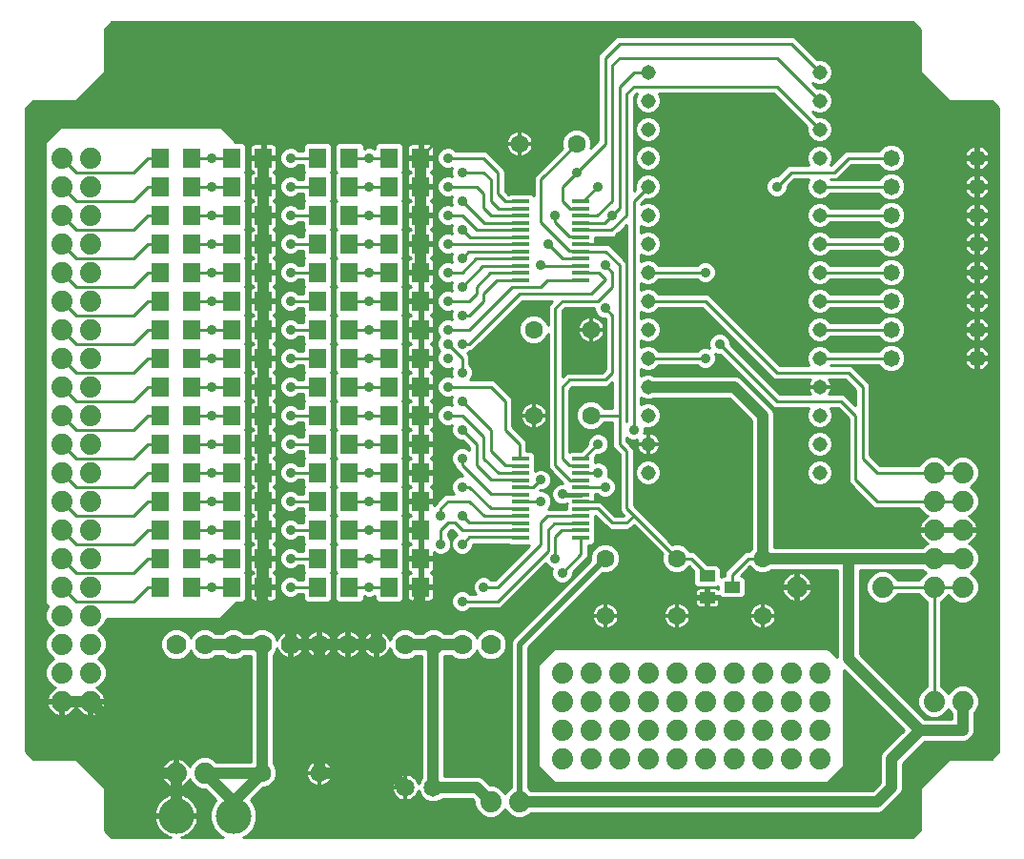
<source format=gtl>
G75*
%MOIN*%
%OFA0B0*%
%FSLAX25Y25*%
%IPPOS*%
%LPD*%
%AMOC8*
5,1,8,0,0,1.08239X$1,22.5*
%
%ADD10C,0.05150*%
%ADD11C,0.06300*%
%ADD12C,0.06500*%
%ADD13C,0.07400*%
%ADD14R,0.06299X0.07087*%
%ADD15C,0.05819*%
%ADD16C,0.07000*%
%ADD17R,0.05906X0.01772*%
%ADD18R,0.05512X0.03937*%
%ADD19C,0.12500*%
%ADD20C,0.04000*%
%ADD21C,0.01000*%
%ADD22C,0.03500*%
%ADD23C,0.02000*%
%ADD24C,0.01500*%
D10*
X0221500Y0131833D03*
X0221500Y0141833D03*
X0221500Y0151833D03*
X0221500Y0161833D03*
X0221500Y0171833D03*
X0221500Y0181833D03*
X0221500Y0191833D03*
X0221500Y0201833D03*
X0221500Y0211833D03*
X0221500Y0221833D03*
X0221500Y0231833D03*
X0221500Y0241833D03*
X0221500Y0251833D03*
X0221500Y0261833D03*
X0221500Y0271833D03*
X0281500Y0271833D03*
X0281500Y0261833D03*
X0281500Y0251833D03*
X0281500Y0241833D03*
X0281500Y0231833D03*
X0281500Y0221833D03*
X0281500Y0211833D03*
X0281500Y0201833D03*
X0281500Y0191833D03*
X0281500Y0181833D03*
X0281500Y0171833D03*
X0281500Y0161833D03*
X0281500Y0151833D03*
X0281500Y0141833D03*
X0281500Y0131833D03*
D11*
X0261500Y0101833D03*
X0261500Y0081833D03*
X0231500Y0081833D03*
X0231500Y0101833D03*
X0206500Y0101833D03*
X0206500Y0081833D03*
X0201500Y0151833D03*
X0181500Y0151833D03*
X0181500Y0181833D03*
X0201500Y0181833D03*
X0196500Y0246833D03*
X0176500Y0246833D03*
X0106500Y0026833D03*
X0086500Y0026833D03*
D12*
X0136579Y0021833D03*
X0146421Y0021833D03*
D13*
X0166500Y0016833D03*
X0176500Y0016833D03*
X0191500Y0031833D03*
X0201500Y0031833D03*
X0211500Y0031833D03*
X0221500Y0031833D03*
X0231500Y0031833D03*
X0241500Y0031833D03*
X0251500Y0031833D03*
X0261500Y0031833D03*
X0271500Y0031833D03*
X0281500Y0031833D03*
X0281500Y0041833D03*
X0271500Y0041833D03*
X0261500Y0041833D03*
X0251500Y0041833D03*
X0241500Y0041833D03*
X0231500Y0041833D03*
X0221500Y0041833D03*
X0211500Y0041833D03*
X0201500Y0041833D03*
X0191500Y0041833D03*
X0191500Y0051833D03*
X0201500Y0051833D03*
X0211500Y0051833D03*
X0221500Y0051833D03*
X0231500Y0051833D03*
X0241500Y0051833D03*
X0251500Y0051833D03*
X0261500Y0051833D03*
X0271500Y0051833D03*
X0281500Y0051833D03*
X0281500Y0061833D03*
X0271500Y0061833D03*
X0261500Y0061833D03*
X0251500Y0061833D03*
X0241500Y0061833D03*
X0231500Y0061833D03*
X0221500Y0061833D03*
X0211500Y0061833D03*
X0201500Y0061833D03*
X0191500Y0061833D03*
X0273500Y0091833D03*
X0303500Y0091833D03*
X0321500Y0091833D03*
X0331500Y0091833D03*
X0331500Y0101833D03*
X0321500Y0101833D03*
X0321500Y0111833D03*
X0331500Y0111833D03*
X0331500Y0121833D03*
X0321500Y0121833D03*
X0321500Y0131833D03*
X0331500Y0131833D03*
X0331500Y0051833D03*
X0321500Y0051833D03*
X0066500Y0026833D03*
X0056500Y0026833D03*
X0026500Y0051833D03*
X0016500Y0051833D03*
X0016500Y0061833D03*
X0026500Y0061833D03*
X0026500Y0071833D03*
X0016500Y0071833D03*
X0016500Y0081833D03*
X0026500Y0081833D03*
X0026500Y0091833D03*
X0016500Y0091833D03*
X0016500Y0101833D03*
X0026500Y0101833D03*
X0026500Y0111833D03*
X0016500Y0111833D03*
X0016500Y0121833D03*
X0026500Y0121833D03*
X0026500Y0131833D03*
X0016500Y0131833D03*
X0016500Y0141833D03*
X0026500Y0141833D03*
X0026500Y0151833D03*
X0016500Y0151833D03*
X0016500Y0161833D03*
X0026500Y0161833D03*
X0026500Y0171833D03*
X0016500Y0171833D03*
X0016500Y0181833D03*
X0026500Y0181833D03*
X0026500Y0191833D03*
X0016500Y0191833D03*
X0016500Y0201833D03*
X0026500Y0201833D03*
X0026500Y0211833D03*
X0016500Y0211833D03*
X0016500Y0221833D03*
X0026500Y0221833D03*
X0026500Y0231833D03*
X0016500Y0231833D03*
X0016500Y0241833D03*
X0026500Y0241833D03*
D14*
X0050988Y0241833D03*
X0050988Y0231833D03*
X0062012Y0231833D03*
X0062012Y0241833D03*
X0075988Y0241833D03*
X0075988Y0231833D03*
X0075988Y0221833D03*
X0075988Y0211833D03*
X0075988Y0201833D03*
X0075988Y0191833D03*
X0075988Y0181833D03*
X0075988Y0171833D03*
X0075988Y0161833D03*
X0075988Y0151833D03*
X0075988Y0141833D03*
X0075988Y0131833D03*
X0075988Y0121833D03*
X0075988Y0111833D03*
X0075988Y0101833D03*
X0075988Y0091833D03*
X0087012Y0091833D03*
X0087012Y0101833D03*
X0087012Y0111833D03*
X0087012Y0121833D03*
X0087012Y0131833D03*
X0087012Y0141833D03*
X0087012Y0151833D03*
X0087012Y0161833D03*
X0087012Y0171833D03*
X0087012Y0181833D03*
X0087012Y0191833D03*
X0087012Y0201833D03*
X0087012Y0211833D03*
X0087012Y0221833D03*
X0087012Y0231833D03*
X0087012Y0241833D03*
X0105988Y0241833D03*
X0105988Y0231833D03*
X0117012Y0231833D03*
X0117012Y0241833D03*
X0130988Y0241833D03*
X0130988Y0231833D03*
X0142012Y0231833D03*
X0142012Y0241833D03*
X0142012Y0221833D03*
X0142012Y0211833D03*
X0130988Y0211833D03*
X0130988Y0221833D03*
X0117012Y0221833D03*
X0117012Y0211833D03*
X0105988Y0211833D03*
X0105988Y0221833D03*
X0105988Y0201833D03*
X0105988Y0191833D03*
X0117012Y0191833D03*
X0117012Y0201833D03*
X0130988Y0201833D03*
X0130988Y0191833D03*
X0142012Y0191833D03*
X0142012Y0201833D03*
X0142012Y0181833D03*
X0142012Y0171833D03*
X0142012Y0161833D03*
X0130988Y0161833D03*
X0130988Y0171833D03*
X0130988Y0181833D03*
X0117012Y0181833D03*
X0117012Y0171833D03*
X0117012Y0161833D03*
X0105988Y0161833D03*
X0105988Y0171833D03*
X0105988Y0181833D03*
X0105988Y0151833D03*
X0105988Y0141833D03*
X0117012Y0141833D03*
X0117012Y0151833D03*
X0130988Y0151833D03*
X0130988Y0141833D03*
X0142012Y0141833D03*
X0142012Y0151833D03*
X0142012Y0131833D03*
X0142012Y0121833D03*
X0142012Y0111833D03*
X0130988Y0111833D03*
X0130988Y0121833D03*
X0130988Y0131833D03*
X0117012Y0131833D03*
X0117012Y0121833D03*
X0117012Y0111833D03*
X0105988Y0111833D03*
X0105988Y0121833D03*
X0105988Y0131833D03*
X0105988Y0101833D03*
X0105988Y0091833D03*
X0117012Y0091833D03*
X0117012Y0101833D03*
X0130988Y0101833D03*
X0130988Y0091833D03*
X0142012Y0091833D03*
X0142012Y0101833D03*
X0062012Y0101833D03*
X0062012Y0091833D03*
X0050988Y0091833D03*
X0050988Y0101833D03*
X0050988Y0111833D03*
X0050988Y0121833D03*
X0050988Y0131833D03*
X0062012Y0131833D03*
X0062012Y0121833D03*
X0062012Y0111833D03*
X0062012Y0141833D03*
X0062012Y0151833D03*
X0050988Y0151833D03*
X0050988Y0141833D03*
X0050988Y0161833D03*
X0050988Y0171833D03*
X0050988Y0181833D03*
X0062012Y0181833D03*
X0062012Y0171833D03*
X0062012Y0161833D03*
X0062012Y0191833D03*
X0062012Y0201833D03*
X0050988Y0201833D03*
X0050988Y0191833D03*
X0050988Y0211833D03*
X0050988Y0221833D03*
X0062012Y0221833D03*
X0062012Y0211833D03*
D15*
X0306500Y0211833D03*
X0306500Y0221833D03*
X0306500Y0231833D03*
X0306500Y0241833D03*
X0336500Y0241833D03*
X0336500Y0231833D03*
X0336500Y0221833D03*
X0336500Y0211833D03*
X0336500Y0201833D03*
X0336500Y0191833D03*
X0336500Y0181833D03*
X0336500Y0171833D03*
X0306500Y0171833D03*
X0306500Y0181833D03*
X0306500Y0191833D03*
X0306500Y0201833D03*
D16*
X0166500Y0071833D03*
X0156500Y0071833D03*
X0146500Y0071833D03*
X0136500Y0071833D03*
X0126500Y0071833D03*
X0116500Y0071833D03*
X0106500Y0071833D03*
X0096500Y0071833D03*
X0086500Y0071833D03*
X0076500Y0071833D03*
X0066500Y0071833D03*
X0056500Y0071833D03*
D17*
X0176909Y0109083D03*
X0176909Y0111583D03*
X0176909Y0114083D03*
X0176909Y0116583D03*
X0176909Y0119083D03*
X0176909Y0121583D03*
X0176909Y0124083D03*
X0176909Y0126583D03*
X0176909Y0129083D03*
X0176909Y0131583D03*
X0176909Y0134083D03*
X0176909Y0136583D03*
X0198091Y0136583D03*
X0198091Y0134083D03*
X0198091Y0131583D03*
X0198091Y0129083D03*
X0198091Y0126583D03*
X0198091Y0124083D03*
X0198091Y0121583D03*
X0198091Y0119083D03*
X0198091Y0116583D03*
X0198091Y0114083D03*
X0198091Y0111583D03*
X0198091Y0109083D03*
X0198091Y0199083D03*
X0198091Y0201583D03*
X0198091Y0204083D03*
X0198091Y0206583D03*
X0198091Y0209083D03*
X0198091Y0211583D03*
X0198091Y0214083D03*
X0198091Y0216583D03*
X0198091Y0219083D03*
X0198091Y0221583D03*
X0198091Y0224083D03*
X0198091Y0226583D03*
X0176909Y0226583D03*
X0176909Y0224083D03*
X0176909Y0221583D03*
X0176909Y0219083D03*
X0176909Y0216583D03*
X0176909Y0214083D03*
X0176909Y0211583D03*
X0176909Y0209083D03*
X0176909Y0206583D03*
X0176909Y0204083D03*
X0176909Y0201583D03*
X0176909Y0199083D03*
D18*
X0242169Y0095573D03*
X0242169Y0088093D03*
X0250831Y0091833D03*
D19*
X0076500Y0011833D03*
X0056500Y0011833D03*
D20*
X0056500Y0026833D01*
X0051500Y0026833D01*
X0026500Y0051833D01*
X0016500Y0051833D01*
X0066500Y0071833D02*
X0076500Y0071833D01*
X0086500Y0071833D01*
X0086500Y0026833D01*
X0066500Y0026833D01*
X0076500Y0016833D01*
X0086500Y0026833D01*
X0076500Y0016833D02*
X0076500Y0011833D01*
X0106500Y0026833D02*
X0131500Y0026833D01*
X0136500Y0021833D01*
X0146421Y0021833D02*
X0146421Y0071755D01*
X0146500Y0071833D01*
X0156500Y0071833D01*
X0146500Y0071833D02*
X0136500Y0071833D01*
X0126500Y0071833D02*
X0126500Y0076833D01*
X0131500Y0081833D01*
X0136500Y0081833D01*
X0141500Y0086833D01*
X0141500Y0091322D01*
X0142012Y0091833D01*
X0126500Y0071833D02*
X0116500Y0071833D01*
X0106500Y0071833D01*
X0106500Y0026833D01*
X0146421Y0021833D02*
X0161500Y0021833D01*
X0166500Y0016833D01*
X0176500Y0016833D02*
X0301500Y0016833D01*
X0306500Y0021833D01*
X0306500Y0031833D01*
X0316500Y0041833D01*
X0291500Y0066833D01*
X0291500Y0101833D01*
X0261500Y0101833D01*
X0261500Y0151833D01*
X0251500Y0161833D01*
X0221500Y0161833D01*
X0291500Y0101833D02*
X0321500Y0101833D01*
X0331500Y0101833D01*
X0331500Y0051833D02*
X0331500Y0041833D01*
X0316500Y0041833D01*
X0142012Y0201833D02*
X0142012Y0211833D01*
X0142012Y0221833D01*
X0142012Y0231833D01*
X0142012Y0241833D01*
X0087012Y0241833D02*
X0087012Y0231833D01*
X0087012Y0221833D01*
X0087012Y0211833D01*
X0087012Y0201833D01*
X0087012Y0191833D01*
X0087012Y0181833D01*
X0087012Y0171833D01*
X0087012Y0161833D01*
X0087012Y0151833D01*
X0087012Y0141833D01*
X0087012Y0131833D01*
X0087012Y0121833D01*
X0087012Y0111833D01*
X0087012Y0101833D01*
X0087012Y0101322D02*
X0086500Y0101833D01*
X0086500Y0086833D01*
X0096500Y0076833D01*
X0096500Y0071833D01*
X0106500Y0071833D01*
X0087012Y0091833D02*
X0087012Y0101322D01*
D21*
X0051399Y0025798D02*
X0027536Y0025798D01*
X0026537Y0026796D02*
X0056000Y0026796D01*
X0056000Y0026333D02*
X0056000Y0027333D01*
X0051314Y0027333D01*
X0051428Y0028051D01*
X0051681Y0028829D01*
X0052053Y0029559D01*
X0052534Y0030221D01*
X0053112Y0030800D01*
X0053775Y0031281D01*
X0054504Y0031652D01*
X0055282Y0031905D01*
X0056000Y0032019D01*
X0056000Y0027333D01*
X0057000Y0027333D01*
X0057000Y0032019D01*
X0057718Y0031905D01*
X0058496Y0031652D01*
X0059225Y0031281D01*
X0059888Y0030800D01*
X0060466Y0030221D01*
X0060947Y0029559D01*
X0061230Y0029005D01*
X0061668Y0030062D01*
X0063271Y0031666D01*
X0065366Y0032533D01*
X0067634Y0032533D01*
X0069729Y0031666D01*
X0070561Y0030833D01*
X0082500Y0030833D01*
X0082500Y0067833D01*
X0080278Y0067833D01*
X0079615Y0067171D01*
X0077594Y0066333D01*
X0075406Y0066333D01*
X0073384Y0067171D01*
X0072722Y0067833D01*
X0070278Y0067833D01*
X0069615Y0067171D01*
X0067594Y0066333D01*
X0065406Y0066333D01*
X0063384Y0067171D01*
X0061837Y0068718D01*
X0061500Y0069532D01*
X0061163Y0068718D01*
X0059615Y0067171D01*
X0057594Y0066333D01*
X0055406Y0066333D01*
X0053384Y0067171D01*
X0051837Y0068718D01*
X0051000Y0070739D01*
X0051000Y0072927D01*
X0051837Y0074949D01*
X0053384Y0076496D01*
X0055406Y0077333D01*
X0057594Y0077333D01*
X0059615Y0076496D01*
X0061163Y0074949D01*
X0061500Y0074134D01*
X0061837Y0074949D01*
X0063384Y0076496D01*
X0065406Y0077333D01*
X0067594Y0077333D01*
X0069615Y0076496D01*
X0070278Y0075833D01*
X0072722Y0075833D01*
X0073384Y0076496D01*
X0075406Y0077333D01*
X0077594Y0077333D01*
X0079615Y0076496D01*
X0080278Y0075833D01*
X0082722Y0075833D01*
X0083384Y0076496D01*
X0085406Y0077333D01*
X0087594Y0077333D01*
X0089615Y0076496D01*
X0091163Y0074949D01*
X0091775Y0073471D01*
X0091866Y0073753D01*
X0092224Y0074454D01*
X0092686Y0075091D01*
X0093243Y0075647D01*
X0093879Y0076110D01*
X0094581Y0076467D01*
X0095329Y0076710D01*
X0096000Y0076816D01*
X0096000Y0072333D01*
X0097000Y0072333D01*
X0101483Y0072333D01*
X0101377Y0073004D01*
X0101134Y0073753D01*
X0100776Y0074454D01*
X0100314Y0075091D01*
X0099757Y0075647D01*
X0099121Y0076110D01*
X0098419Y0076467D01*
X0097671Y0076710D01*
X0097000Y0076816D01*
X0097000Y0072333D01*
X0097000Y0071333D01*
X0097000Y0066850D01*
X0097671Y0066956D01*
X0098419Y0067200D01*
X0099121Y0067557D01*
X0099757Y0068020D01*
X0100314Y0068576D01*
X0100776Y0069213D01*
X0101134Y0069914D01*
X0101377Y0070662D01*
X0101483Y0071333D01*
X0097000Y0071333D01*
X0096000Y0071333D01*
X0096000Y0066850D01*
X0095329Y0066956D01*
X0094581Y0067200D01*
X0093879Y0067557D01*
X0093243Y0068020D01*
X0092686Y0068576D01*
X0092224Y0069213D01*
X0091866Y0069914D01*
X0091775Y0070196D01*
X0091163Y0068718D01*
X0090500Y0068055D01*
X0090500Y0030117D01*
X0090866Y0029751D01*
X0091650Y0027858D01*
X0091650Y0025809D01*
X0090866Y0023916D01*
X0089417Y0022467D01*
X0087524Y0021683D01*
X0087007Y0021683D01*
X0082662Y0017339D01*
X0083494Y0016507D01*
X0084750Y0013474D01*
X0084750Y0010192D01*
X0083494Y0007160D01*
X0081173Y0004839D01*
X0079952Y0004333D01*
X0314000Y0004333D01*
X0316500Y0006833D01*
X0316500Y0021833D01*
X0326500Y0031833D01*
X0341500Y0031833D01*
X0344000Y0034333D01*
X0344000Y0259333D01*
X0341500Y0261833D01*
X0326500Y0261833D01*
X0316500Y0271833D01*
X0316500Y0286833D01*
X0314000Y0289333D01*
X0034000Y0289333D01*
X0031500Y0286833D01*
X0031500Y0271833D01*
X0021500Y0261833D01*
X0006500Y0261833D01*
X0004000Y0259333D01*
X0004000Y0034333D01*
X0006500Y0031833D01*
X0021500Y0031833D01*
X0031500Y0021833D01*
X0031500Y0006833D01*
X0034000Y0004333D01*
X0054547Y0004333D01*
X0054003Y0004479D01*
X0053065Y0004868D01*
X0052185Y0005376D01*
X0051379Y0005994D01*
X0050661Y0006712D01*
X0050042Y0007518D01*
X0049534Y0008398D01*
X0049146Y0009337D01*
X0048883Y0010318D01*
X0048750Y0011325D01*
X0048750Y0011333D01*
X0056000Y0011333D01*
X0056000Y0012333D01*
X0048750Y0012333D01*
X0048750Y0012341D01*
X0048883Y0013349D01*
X0049146Y0014330D01*
X0049534Y0015268D01*
X0050042Y0016148D01*
X0050661Y0016954D01*
X0051379Y0017673D01*
X0052185Y0018291D01*
X0053065Y0018799D01*
X0054003Y0019188D01*
X0054985Y0019451D01*
X0055992Y0019583D01*
X0056000Y0019583D01*
X0056000Y0012333D01*
X0057000Y0012333D01*
X0064250Y0012333D01*
X0064250Y0012341D01*
X0064117Y0013349D01*
X0063854Y0014330D01*
X0063466Y0015268D01*
X0062958Y0016148D01*
X0062339Y0016954D01*
X0061621Y0017673D01*
X0060815Y0018291D01*
X0059935Y0018799D01*
X0058996Y0019188D01*
X0058015Y0019451D01*
X0057008Y0019583D01*
X0057000Y0019583D01*
X0057000Y0012333D01*
X0057000Y0011333D01*
X0064250Y0011333D01*
X0064250Y0011325D01*
X0064117Y0010318D01*
X0063854Y0009337D01*
X0063466Y0008398D01*
X0062958Y0007518D01*
X0062339Y0006712D01*
X0061621Y0005994D01*
X0060815Y0005376D01*
X0059935Y0004868D01*
X0058996Y0004479D01*
X0058453Y0004333D01*
X0073048Y0004333D01*
X0071827Y0004839D01*
X0069506Y0007160D01*
X0068250Y0010192D01*
X0068250Y0013474D01*
X0069506Y0016507D01*
X0070338Y0017339D01*
X0066543Y0021133D01*
X0065366Y0021133D01*
X0063271Y0022001D01*
X0061668Y0023605D01*
X0061230Y0024662D01*
X0060947Y0024108D01*
X0060466Y0023446D01*
X0059888Y0022867D01*
X0059225Y0022386D01*
X0058496Y0022014D01*
X0057718Y0021761D01*
X0057000Y0021648D01*
X0057000Y0026333D01*
X0056000Y0026333D01*
X0056000Y0021648D01*
X0055282Y0021761D01*
X0054504Y0022014D01*
X0053775Y0022386D01*
X0053112Y0022867D01*
X0052534Y0023446D01*
X0052053Y0024108D01*
X0051681Y0024837D01*
X0051428Y0025616D01*
X0051314Y0026333D01*
X0056000Y0026333D01*
X0056000Y0025798D02*
X0057000Y0025798D01*
X0057000Y0024799D02*
X0056000Y0024799D01*
X0056000Y0023801D02*
X0057000Y0023801D01*
X0057000Y0022802D02*
X0056000Y0022802D01*
X0056000Y0021804D02*
X0057000Y0021804D01*
X0057848Y0021804D02*
X0063748Y0021804D01*
X0062470Y0022802D02*
X0059798Y0022802D01*
X0060724Y0023801D02*
X0061587Y0023801D01*
X0057000Y0027795D02*
X0056000Y0027795D01*
X0056000Y0028793D02*
X0057000Y0028793D01*
X0057000Y0029792D02*
X0056000Y0029792D01*
X0056000Y0030790D02*
X0057000Y0030790D01*
X0057000Y0031789D02*
X0056000Y0031789D01*
X0054923Y0031789D02*
X0021545Y0031789D01*
X0022543Y0030790D02*
X0053103Y0030790D01*
X0052222Y0029792D02*
X0023542Y0029792D01*
X0024540Y0028793D02*
X0051669Y0028793D01*
X0051387Y0027795D02*
X0025539Y0027795D01*
X0028534Y0024799D02*
X0051700Y0024799D01*
X0052276Y0023801D02*
X0029533Y0023801D01*
X0030531Y0022802D02*
X0053202Y0022802D01*
X0055152Y0021804D02*
X0031500Y0021804D01*
X0031500Y0020805D02*
X0066871Y0020805D01*
X0067870Y0019807D02*
X0031500Y0019807D01*
X0031500Y0018808D02*
X0053087Y0018808D01*
X0051558Y0017810D02*
X0031500Y0017810D01*
X0031500Y0016811D02*
X0050551Y0016811D01*
X0049848Y0015812D02*
X0031500Y0015812D01*
X0031500Y0014814D02*
X0049346Y0014814D01*
X0049008Y0013815D02*
X0031500Y0013815D01*
X0031500Y0012817D02*
X0048813Y0012817D01*
X0048817Y0010820D02*
X0031500Y0010820D01*
X0031500Y0011818D02*
X0056000Y0011818D01*
X0056000Y0012817D02*
X0057000Y0012817D01*
X0057000Y0013815D02*
X0056000Y0013815D01*
X0056000Y0014814D02*
X0057000Y0014814D01*
X0057000Y0015812D02*
X0056000Y0015812D01*
X0056000Y0016811D02*
X0057000Y0016811D01*
X0057000Y0017810D02*
X0056000Y0017810D01*
X0056000Y0018808D02*
X0057000Y0018808D01*
X0059913Y0018808D02*
X0068868Y0018808D01*
X0069867Y0017810D02*
X0061442Y0017810D01*
X0062449Y0016811D02*
X0069810Y0016811D01*
X0069219Y0015812D02*
X0063152Y0015812D01*
X0063654Y0014814D02*
X0068805Y0014814D01*
X0068391Y0013815D02*
X0063992Y0013815D01*
X0064187Y0012817D02*
X0068250Y0012817D01*
X0068250Y0011818D02*
X0057000Y0011818D01*
X0064183Y0010820D02*
X0068250Y0010820D01*
X0068404Y0009821D02*
X0063984Y0009821D01*
X0063642Y0008823D02*
X0068817Y0008823D01*
X0069231Y0007824D02*
X0063134Y0007824D01*
X0062426Y0006826D02*
X0069840Y0006826D01*
X0070839Y0005827D02*
X0061404Y0005827D01*
X0059841Y0004829D02*
X0071852Y0004829D01*
X0081148Y0004829D02*
X0314496Y0004829D01*
X0315494Y0005827D02*
X0082161Y0005827D01*
X0083160Y0006826D02*
X0316493Y0006826D01*
X0316500Y0007824D02*
X0083769Y0007824D01*
X0084183Y0008823D02*
X0316500Y0008823D01*
X0316500Y0009821D02*
X0084596Y0009821D01*
X0084750Y0010820D02*
X0316500Y0010820D01*
X0316500Y0011818D02*
X0179288Y0011818D01*
X0179729Y0012001D02*
X0180561Y0012833D01*
X0302296Y0012833D01*
X0303766Y0013442D01*
X0309891Y0019568D01*
X0310500Y0021038D01*
X0310500Y0030176D01*
X0318157Y0037833D01*
X0332296Y0037833D01*
X0333766Y0038442D01*
X0334891Y0039568D01*
X0335500Y0041038D01*
X0335500Y0047772D01*
X0336332Y0048605D01*
X0337200Y0050700D01*
X0337200Y0052967D01*
X0336332Y0055062D01*
X0334729Y0056666D01*
X0332634Y0057533D01*
X0330366Y0057533D01*
X0328271Y0056666D01*
X0326668Y0055062D01*
X0326500Y0054657D01*
X0326332Y0055062D01*
X0324729Y0056666D01*
X0324000Y0056967D01*
X0324000Y0086699D01*
X0324729Y0087001D01*
X0326332Y0088605D01*
X0326500Y0089010D01*
X0326668Y0088605D01*
X0328271Y0087001D01*
X0330366Y0086133D01*
X0332634Y0086133D01*
X0334729Y0087001D01*
X0336332Y0088605D01*
X0337200Y0090700D01*
X0337200Y0092967D01*
X0336332Y0095062D01*
X0334729Y0096666D01*
X0334324Y0096833D01*
X0334729Y0097001D01*
X0336332Y0098605D01*
X0337200Y0100700D01*
X0337200Y0102967D01*
X0336332Y0105062D01*
X0334729Y0106666D01*
X0333671Y0107104D01*
X0334225Y0107386D01*
X0334888Y0107867D01*
X0335466Y0108446D01*
X0335947Y0109108D01*
X0336319Y0109837D01*
X0336572Y0110616D01*
X0336686Y0111333D01*
X0332000Y0111333D01*
X0332000Y0112333D01*
X0336686Y0112333D01*
X0336572Y0113051D01*
X0336319Y0113829D01*
X0335947Y0114559D01*
X0335466Y0115221D01*
X0334888Y0115800D01*
X0334225Y0116281D01*
X0333671Y0116563D01*
X0334729Y0117001D01*
X0336332Y0118605D01*
X0337200Y0120700D01*
X0337200Y0122967D01*
X0336332Y0125062D01*
X0334729Y0126666D01*
X0334324Y0126833D01*
X0334729Y0127001D01*
X0336332Y0128605D01*
X0337200Y0130700D01*
X0337200Y0132967D01*
X0336332Y0135062D01*
X0334729Y0136666D01*
X0332634Y0137533D01*
X0330366Y0137533D01*
X0328271Y0136666D01*
X0326668Y0135062D01*
X0326500Y0134657D01*
X0326332Y0135062D01*
X0324729Y0136666D01*
X0322634Y0137533D01*
X0320366Y0137533D01*
X0318271Y0136666D01*
X0316668Y0135062D01*
X0316366Y0134333D01*
X0302536Y0134333D01*
X0299000Y0137869D01*
X0299000Y0162331D01*
X0298619Y0163249D01*
X0293619Y0168249D01*
X0292916Y0168953D01*
X0291997Y0169333D01*
X0285416Y0169333D01*
X0285416Y0169333D01*
X0302222Y0169333D01*
X0302338Y0169052D01*
X0303719Y0167671D01*
X0305523Y0166924D01*
X0307477Y0166924D01*
X0309281Y0167671D01*
X0310662Y0169052D01*
X0311409Y0170857D01*
X0311409Y0172810D01*
X0310662Y0174614D01*
X0309281Y0175995D01*
X0307477Y0176743D01*
X0305523Y0176743D01*
X0303719Y0175995D01*
X0302338Y0174614D01*
X0302222Y0174333D01*
X0285416Y0174333D01*
X0285378Y0174425D01*
X0284091Y0175712D01*
X0282410Y0176408D01*
X0280590Y0176408D01*
X0278909Y0175712D01*
X0277622Y0174425D01*
X0276925Y0172743D01*
X0276925Y0170923D01*
X0277584Y0169333D01*
X0267536Y0169333D01*
X0242916Y0193953D01*
X0241997Y0194333D01*
X0225416Y0194333D01*
X0225378Y0194425D01*
X0224091Y0195712D01*
X0222410Y0196408D01*
X0220590Y0196408D01*
X0219000Y0195750D01*
X0219000Y0197917D01*
X0220590Y0197259D01*
X0222410Y0197259D01*
X0224091Y0197955D01*
X0225378Y0199242D01*
X0225416Y0199333D01*
X0238697Y0199333D01*
X0239376Y0198654D01*
X0240754Y0198083D01*
X0242246Y0198083D01*
X0243624Y0198654D01*
X0244679Y0199709D01*
X0245250Y0201087D01*
X0245250Y0202579D01*
X0244679Y0203958D01*
X0243624Y0205012D01*
X0242246Y0205583D01*
X0240754Y0205583D01*
X0239376Y0205012D01*
X0238697Y0204333D01*
X0225416Y0204333D01*
X0225378Y0204425D01*
X0224091Y0205712D01*
X0222410Y0206408D01*
X0220590Y0206408D01*
X0219000Y0205750D01*
X0219000Y0207917D01*
X0220590Y0207259D01*
X0222410Y0207259D01*
X0224091Y0207955D01*
X0225378Y0209242D01*
X0226075Y0210923D01*
X0226075Y0212743D01*
X0225378Y0214425D01*
X0224091Y0215712D01*
X0222410Y0216408D01*
X0220590Y0216408D01*
X0219000Y0215750D01*
X0219000Y0217917D01*
X0220590Y0217259D01*
X0222410Y0217259D01*
X0224091Y0217955D01*
X0225378Y0219242D01*
X0226075Y0220923D01*
X0226075Y0222743D01*
X0225378Y0224425D01*
X0224091Y0225712D01*
X0222410Y0226408D01*
X0220590Y0226408D01*
X0219000Y0225750D01*
X0219000Y0225798D01*
X0220499Y0227296D01*
X0220590Y0227259D01*
X0222410Y0227259D01*
X0224091Y0227955D01*
X0225378Y0229242D01*
X0226075Y0230923D01*
X0226075Y0232743D01*
X0225378Y0234425D01*
X0224091Y0235712D01*
X0222410Y0236408D01*
X0220590Y0236408D01*
X0218909Y0235712D01*
X0217622Y0234425D01*
X0216925Y0232743D01*
X0216925Y0230923D01*
X0216963Y0230832D01*
X0216500Y0230369D01*
X0216500Y0263298D01*
X0217536Y0264333D01*
X0217584Y0264333D01*
X0216925Y0262743D01*
X0216925Y0260923D01*
X0217622Y0259242D01*
X0218909Y0257955D01*
X0220590Y0257259D01*
X0222410Y0257259D01*
X0224091Y0257955D01*
X0225378Y0259242D01*
X0226075Y0260923D01*
X0226075Y0262743D01*
X0225416Y0264333D01*
X0265464Y0264333D01*
X0276963Y0252835D01*
X0276925Y0252743D01*
X0276925Y0250923D01*
X0277622Y0249242D01*
X0278909Y0247955D01*
X0280590Y0247259D01*
X0282410Y0247259D01*
X0284091Y0247955D01*
X0285378Y0249242D01*
X0286075Y0250923D01*
X0286075Y0252743D01*
X0285378Y0254425D01*
X0284091Y0255712D01*
X0282410Y0256408D01*
X0280590Y0256408D01*
X0280499Y0256370D01*
X0278918Y0257951D01*
X0280590Y0257259D01*
X0282410Y0257259D01*
X0284091Y0257955D01*
X0285378Y0259242D01*
X0286075Y0260923D01*
X0286075Y0262743D01*
X0285378Y0264425D01*
X0284091Y0265712D01*
X0282410Y0266408D01*
X0280590Y0266408D01*
X0280499Y0266370D01*
X0278918Y0267951D01*
X0280590Y0267259D01*
X0282410Y0267259D01*
X0284091Y0267955D01*
X0285378Y0269242D01*
X0286075Y0270923D01*
X0286075Y0272743D01*
X0285378Y0274425D01*
X0284091Y0275712D01*
X0282410Y0276408D01*
X0280590Y0276408D01*
X0280499Y0276370D01*
X0272916Y0283953D01*
X0271997Y0284333D01*
X0211003Y0284333D01*
X0210084Y0283953D01*
X0209381Y0283249D01*
X0204381Y0278249D01*
X0204000Y0277331D01*
X0204000Y0247869D01*
X0201445Y0245314D01*
X0201650Y0245809D01*
X0201650Y0247858D01*
X0200866Y0249751D01*
X0199417Y0251199D01*
X0197524Y0251983D01*
X0195476Y0251983D01*
X0193583Y0251199D01*
X0192134Y0249751D01*
X0191350Y0247858D01*
X0191350Y0245809D01*
X0191523Y0245392D01*
X0181881Y0235749D01*
X0181500Y0234831D01*
X0181500Y0228660D01*
X0180691Y0229469D01*
X0173128Y0229469D01*
X0172764Y0229105D01*
X0171500Y0230369D01*
X0171500Y0237331D01*
X0171119Y0238249D01*
X0166119Y0243249D01*
X0165416Y0243953D01*
X0164497Y0244333D01*
X0154303Y0244333D01*
X0153624Y0245012D01*
X0152246Y0245583D01*
X0150754Y0245583D01*
X0149376Y0245012D01*
X0148321Y0243958D01*
X0147750Y0242579D01*
X0147750Y0241087D01*
X0148321Y0239709D01*
X0149376Y0238654D01*
X0150754Y0238083D01*
X0152246Y0238083D01*
X0153106Y0238440D01*
X0152750Y0237579D01*
X0152750Y0236087D01*
X0153106Y0235227D01*
X0152246Y0235583D01*
X0150754Y0235583D01*
X0149376Y0235012D01*
X0148321Y0233958D01*
X0147750Y0232579D01*
X0147750Y0231087D01*
X0148321Y0229709D01*
X0149376Y0228654D01*
X0150754Y0228083D01*
X0152246Y0228083D01*
X0153106Y0228440D01*
X0152750Y0227579D01*
X0152750Y0226087D01*
X0153106Y0225227D01*
X0152246Y0225583D01*
X0150754Y0225583D01*
X0149376Y0225012D01*
X0148321Y0223958D01*
X0147750Y0222579D01*
X0147750Y0221087D01*
X0148321Y0219709D01*
X0149376Y0218654D01*
X0150754Y0218083D01*
X0152246Y0218083D01*
X0153106Y0218440D01*
X0152750Y0217579D01*
X0152750Y0216087D01*
X0153106Y0215227D01*
X0152246Y0215583D01*
X0150754Y0215583D01*
X0149376Y0215012D01*
X0148321Y0213958D01*
X0147750Y0212579D01*
X0147750Y0211087D01*
X0148321Y0209709D01*
X0149376Y0208654D01*
X0150754Y0208083D01*
X0152246Y0208083D01*
X0153106Y0208440D01*
X0152750Y0207579D01*
X0152750Y0206087D01*
X0153106Y0205227D01*
X0152246Y0205583D01*
X0150754Y0205583D01*
X0149376Y0205012D01*
X0148321Y0203958D01*
X0147750Y0202579D01*
X0147750Y0201087D01*
X0148321Y0199709D01*
X0149376Y0198654D01*
X0150754Y0198083D01*
X0152246Y0198083D01*
X0153106Y0198440D01*
X0152750Y0197579D01*
X0152750Y0196087D01*
X0153106Y0195227D01*
X0152246Y0195583D01*
X0150754Y0195583D01*
X0149376Y0195012D01*
X0148321Y0193958D01*
X0147750Y0192579D01*
X0147750Y0191087D01*
X0148321Y0189709D01*
X0149376Y0188654D01*
X0150754Y0188083D01*
X0152246Y0188083D01*
X0153106Y0188440D01*
X0152750Y0187579D01*
X0152750Y0186087D01*
X0153106Y0185227D01*
X0152246Y0185583D01*
X0150754Y0185583D01*
X0149376Y0185012D01*
X0148321Y0183958D01*
X0147750Y0182579D01*
X0147750Y0181087D01*
X0148321Y0179709D01*
X0148697Y0179333D01*
X0148321Y0178958D01*
X0147750Y0177579D01*
X0147750Y0176087D01*
X0148321Y0174709D01*
X0148697Y0174333D01*
X0148321Y0173958D01*
X0147750Y0172579D01*
X0146661Y0172579D01*
X0146661Y0172333D02*
X0146661Y0175574D01*
X0146559Y0175956D01*
X0146362Y0176298D01*
X0146082Y0176577D01*
X0145740Y0176774D01*
X0145520Y0176833D01*
X0145740Y0176892D01*
X0146082Y0177090D01*
X0146362Y0177369D01*
X0146559Y0177711D01*
X0146661Y0178093D01*
X0146661Y0181333D01*
X0142512Y0181333D01*
X0142512Y0172333D01*
X0146661Y0172333D01*
X0146661Y0171333D02*
X0142512Y0171333D01*
X0142512Y0162333D01*
X0146661Y0162333D01*
X0146661Y0165574D01*
X0146559Y0165956D01*
X0146362Y0166298D01*
X0146082Y0166577D01*
X0145740Y0166774D01*
X0145520Y0166833D01*
X0145740Y0166892D01*
X0146082Y0167090D01*
X0146362Y0167369D01*
X0146559Y0167711D01*
X0146661Y0168093D01*
X0146661Y0171333D01*
X0146661Y0170582D02*
X0147959Y0170582D01*
X0147750Y0171087D02*
X0148321Y0169709D01*
X0149376Y0168654D01*
X0150754Y0168083D01*
X0152246Y0168083D01*
X0153106Y0168440D01*
X0152750Y0167579D01*
X0152750Y0166087D01*
X0153106Y0165227D01*
X0152246Y0165583D01*
X0150754Y0165583D01*
X0149376Y0165012D01*
X0148321Y0163958D01*
X0147750Y0162579D01*
X0147750Y0161087D01*
X0148321Y0159709D01*
X0149376Y0158654D01*
X0150754Y0158083D01*
X0152246Y0158083D01*
X0153106Y0158440D01*
X0152750Y0157579D01*
X0152750Y0156087D01*
X0153106Y0155227D01*
X0152246Y0155583D01*
X0150754Y0155583D01*
X0149376Y0155012D01*
X0148321Y0153958D01*
X0147750Y0152579D01*
X0147750Y0151087D01*
X0148321Y0149709D01*
X0149376Y0148654D01*
X0150754Y0148083D01*
X0152246Y0148083D01*
X0153106Y0148440D01*
X0152750Y0147579D01*
X0152750Y0146087D01*
X0153321Y0144709D01*
X0154376Y0143654D01*
X0155754Y0143083D01*
X0156714Y0143083D01*
X0159000Y0140798D01*
X0159000Y0139637D01*
X0158624Y0140012D01*
X0157246Y0140583D01*
X0155754Y0140583D01*
X0154376Y0140012D01*
X0153321Y0138958D01*
X0152750Y0137579D01*
X0152750Y0136087D01*
X0153321Y0134709D01*
X0154000Y0134030D01*
X0154000Y0133836D01*
X0154381Y0132917D01*
X0156714Y0130583D01*
X0155754Y0130583D01*
X0154376Y0130012D01*
X0153321Y0128958D01*
X0152750Y0127579D01*
X0152750Y0126087D01*
X0153321Y0124709D01*
X0153697Y0124333D01*
X0151003Y0124333D01*
X0150084Y0123953D01*
X0147584Y0121453D01*
X0146881Y0120749D01*
X0146661Y0120220D01*
X0146661Y0121333D01*
X0142512Y0121333D01*
X0142512Y0112333D01*
X0141512Y0112333D01*
X0141512Y0111333D01*
X0142512Y0111333D01*
X0142512Y0102333D01*
X0146661Y0102333D01*
X0146661Y0103869D01*
X0146876Y0103654D01*
X0148254Y0103083D01*
X0149746Y0103083D01*
X0151124Y0103654D01*
X0152179Y0104709D01*
X0152750Y0106087D01*
X0153321Y0104709D01*
X0154376Y0103654D01*
X0155754Y0103083D01*
X0157246Y0103083D01*
X0158624Y0103654D01*
X0159679Y0104709D01*
X0160250Y0106087D01*
X0160250Y0106833D01*
X0172492Y0106833D01*
X0173128Y0106198D01*
X0179829Y0106198D01*
X0167964Y0094333D01*
X0166803Y0094333D01*
X0166124Y0095012D01*
X0164746Y0095583D01*
X0163254Y0095583D01*
X0161876Y0095012D01*
X0160821Y0093958D01*
X0160250Y0092579D01*
X0160250Y0091087D01*
X0160821Y0089709D01*
X0161197Y0089333D01*
X0159303Y0089333D01*
X0158624Y0090012D01*
X0157246Y0090583D01*
X0155754Y0090583D01*
X0154376Y0090012D01*
X0153321Y0088958D01*
X0152750Y0087579D01*
X0152750Y0086087D01*
X0153321Y0084709D01*
X0154376Y0083654D01*
X0155754Y0083083D01*
X0157246Y0083083D01*
X0158624Y0083654D01*
X0159303Y0084333D01*
X0169497Y0084333D01*
X0170416Y0084714D01*
X0171119Y0085417D01*
X0185701Y0099999D01*
X0185821Y0099709D01*
X0186876Y0098654D01*
X0188002Y0098188D01*
X0187750Y0097579D01*
X0187750Y0096087D01*
X0188321Y0094709D01*
X0189376Y0093654D01*
X0190754Y0093083D01*
X0192246Y0093083D01*
X0193624Y0093654D01*
X0194679Y0094709D01*
X0195250Y0096087D01*
X0195250Y0097048D01*
X0200210Y0102008D01*
X0200591Y0102927D01*
X0200591Y0106198D01*
X0201872Y0106198D01*
X0203043Y0107369D01*
X0203043Y0116755D01*
X0206881Y0112917D01*
X0207584Y0112214D01*
X0208503Y0111833D01*
X0214497Y0111833D01*
X0215416Y0112214D01*
X0216500Y0113298D01*
X0226523Y0103275D01*
X0226350Y0102858D01*
X0226350Y0100809D01*
X0227134Y0098916D01*
X0228583Y0097467D01*
X0230476Y0096683D01*
X0232524Y0096683D01*
X0234417Y0097467D01*
X0235866Y0098916D01*
X0235871Y0098927D01*
X0237413Y0097384D01*
X0237413Y0092777D01*
X0238585Y0091605D01*
X0245754Y0091605D01*
X0246075Y0091926D01*
X0246075Y0091033D01*
X0245846Y0091262D01*
X0245504Y0091459D01*
X0245123Y0091562D01*
X0242654Y0091562D01*
X0242654Y0088577D01*
X0246425Y0088577D01*
X0246425Y0088686D01*
X0247246Y0087865D01*
X0254415Y0087865D01*
X0255587Y0089036D01*
X0255587Y0094630D01*
X0254415Y0095802D01*
X0254004Y0095802D01*
X0257129Y0098927D01*
X0257134Y0098916D01*
X0258583Y0097467D01*
X0260476Y0096683D01*
X0262524Y0096683D01*
X0264417Y0097467D01*
X0264783Y0097833D01*
X0287500Y0097833D01*
X0287500Y0067248D01*
X0284414Y0070333D01*
X0188586Y0070333D01*
X0188000Y0069748D01*
X0183000Y0064748D01*
X0183000Y0028919D01*
X0188586Y0023333D01*
X0189414Y0023333D01*
X0284414Y0023333D01*
X0285000Y0023919D01*
X0290000Y0028919D01*
X0290000Y0062676D01*
X0310843Y0041833D01*
X0304234Y0035224D01*
X0303109Y0034099D01*
X0302500Y0032629D01*
X0302500Y0023490D01*
X0299843Y0020833D01*
X0180561Y0020833D01*
X0179729Y0021666D01*
X0179500Y0021760D01*
X0179500Y0070591D01*
X0205593Y0096683D01*
X0207524Y0096683D01*
X0209417Y0097467D01*
X0210866Y0098916D01*
X0211650Y0100809D01*
X0211650Y0102858D01*
X0210866Y0104751D01*
X0209417Y0106199D01*
X0207524Y0106983D01*
X0205476Y0106983D01*
X0203583Y0106199D01*
X0202134Y0104751D01*
X0201350Y0102858D01*
X0201350Y0100926D01*
X0173957Y0073533D01*
X0173500Y0072430D01*
X0173500Y0021760D01*
X0173271Y0021666D01*
X0171668Y0020062D01*
X0171500Y0019657D01*
X0171332Y0020062D01*
X0169729Y0021666D01*
X0167634Y0022533D01*
X0166457Y0022533D01*
X0163766Y0025224D01*
X0162296Y0025833D01*
X0150421Y0025833D01*
X0150421Y0067833D01*
X0152722Y0067833D01*
X0153384Y0067171D01*
X0155406Y0066333D01*
X0157594Y0066333D01*
X0159615Y0067171D01*
X0161163Y0068718D01*
X0161500Y0069532D01*
X0161837Y0068718D01*
X0163384Y0067171D01*
X0165406Y0066333D01*
X0167594Y0066333D01*
X0169615Y0067171D01*
X0171163Y0068718D01*
X0172000Y0070739D01*
X0172000Y0072927D01*
X0171163Y0074949D01*
X0169615Y0076496D01*
X0167594Y0077333D01*
X0165406Y0077333D01*
X0163384Y0076496D01*
X0161837Y0074949D01*
X0161500Y0074134D01*
X0161163Y0074949D01*
X0159615Y0076496D01*
X0157594Y0077333D01*
X0155406Y0077333D01*
X0153384Y0076496D01*
X0152722Y0075833D01*
X0150278Y0075833D01*
X0149615Y0076496D01*
X0147594Y0077333D01*
X0145406Y0077333D01*
X0143384Y0076496D01*
X0142722Y0075833D01*
X0140278Y0075833D01*
X0139615Y0076496D01*
X0137594Y0077333D01*
X0135406Y0077333D01*
X0133384Y0076496D01*
X0131837Y0074949D01*
X0131225Y0073471D01*
X0131134Y0073753D01*
X0130776Y0074454D01*
X0130314Y0075091D01*
X0129757Y0075647D01*
X0129121Y0076110D01*
X0128419Y0076467D01*
X0127671Y0076710D01*
X0127000Y0076816D01*
X0127000Y0072333D01*
X0126000Y0072333D01*
X0126000Y0071333D01*
X0127000Y0071333D01*
X0127000Y0066850D01*
X0127671Y0066956D01*
X0128419Y0067200D01*
X0129121Y0067557D01*
X0129757Y0068020D01*
X0130314Y0068576D01*
X0130776Y0069213D01*
X0131134Y0069914D01*
X0131225Y0070196D01*
X0131837Y0068718D01*
X0133384Y0067171D01*
X0135406Y0066333D01*
X0137594Y0066333D01*
X0139615Y0067171D01*
X0140278Y0067833D01*
X0142421Y0067833D01*
X0142421Y0025258D01*
X0141971Y0024807D01*
X0141206Y0022962D01*
X0140981Y0023657D01*
X0140641Y0024323D01*
X0140202Y0024928D01*
X0139673Y0025456D01*
X0139068Y0025896D01*
X0138402Y0026235D01*
X0137691Y0026466D01*
X0136953Y0026583D01*
X0136768Y0026583D01*
X0136768Y0022022D01*
X0136390Y0022022D01*
X0136390Y0021644D01*
X0136768Y0021644D01*
X0136768Y0017083D01*
X0136953Y0017083D01*
X0137691Y0017200D01*
X0138402Y0017431D01*
X0139068Y0017771D01*
X0139673Y0018210D01*
X0140202Y0018739D01*
X0140641Y0019344D01*
X0140981Y0020010D01*
X0141206Y0020704D01*
X0141971Y0018859D01*
X0143447Y0017383D01*
X0145377Y0016583D01*
X0147466Y0016583D01*
X0149395Y0017383D01*
X0149846Y0017833D01*
X0159843Y0017833D01*
X0160800Y0016876D01*
X0160800Y0015700D01*
X0161668Y0013605D01*
X0163271Y0012001D01*
X0165366Y0011133D01*
X0167634Y0011133D01*
X0169729Y0012001D01*
X0171332Y0013605D01*
X0171500Y0014010D01*
X0171668Y0013605D01*
X0173271Y0012001D01*
X0175366Y0011133D01*
X0177634Y0011133D01*
X0179729Y0012001D01*
X0180545Y0012817D02*
X0316500Y0012817D01*
X0316500Y0013815D02*
X0304139Y0013815D01*
X0305138Y0014814D02*
X0316500Y0014814D01*
X0316500Y0015812D02*
X0306136Y0015812D01*
X0307135Y0016811D02*
X0316500Y0016811D01*
X0316500Y0017810D02*
X0308133Y0017810D01*
X0309132Y0018808D02*
X0316500Y0018808D01*
X0316500Y0019807D02*
X0309990Y0019807D01*
X0310404Y0020805D02*
X0316500Y0020805D01*
X0316500Y0021804D02*
X0310500Y0021804D01*
X0310500Y0022802D02*
X0317469Y0022802D01*
X0318467Y0023801D02*
X0310500Y0023801D01*
X0310500Y0024799D02*
X0319466Y0024799D01*
X0320464Y0025798D02*
X0310500Y0025798D01*
X0310500Y0026796D02*
X0321463Y0026796D01*
X0322461Y0027795D02*
X0310500Y0027795D01*
X0310500Y0028793D02*
X0323460Y0028793D01*
X0324458Y0029792D02*
X0310500Y0029792D01*
X0311114Y0030790D02*
X0325457Y0030790D01*
X0326455Y0031789D02*
X0312112Y0031789D01*
X0313111Y0032787D02*
X0342454Y0032787D01*
X0343452Y0033786D02*
X0314109Y0033786D01*
X0315108Y0034784D02*
X0344000Y0034784D01*
X0344000Y0035783D02*
X0316106Y0035783D01*
X0317105Y0036781D02*
X0344000Y0036781D01*
X0344000Y0037780D02*
X0318103Y0037780D01*
X0310784Y0041774D02*
X0290000Y0041774D01*
X0290000Y0042772D02*
X0309904Y0042772D01*
X0308906Y0043771D02*
X0290000Y0043771D01*
X0290000Y0044769D02*
X0307907Y0044769D01*
X0306909Y0045768D02*
X0290000Y0045768D01*
X0290000Y0046766D02*
X0305910Y0046766D01*
X0304912Y0047765D02*
X0290000Y0047765D01*
X0290000Y0048763D02*
X0303913Y0048763D01*
X0302915Y0049762D02*
X0290000Y0049762D01*
X0290000Y0050760D02*
X0301916Y0050760D01*
X0300918Y0051759D02*
X0290000Y0051759D01*
X0290000Y0052757D02*
X0299919Y0052757D01*
X0298921Y0053756D02*
X0290000Y0053756D01*
X0290000Y0054754D02*
X0297922Y0054754D01*
X0296924Y0055753D02*
X0290000Y0055753D01*
X0290000Y0056751D02*
X0295925Y0056751D01*
X0294927Y0057750D02*
X0290000Y0057750D01*
X0290000Y0058748D02*
X0293928Y0058748D01*
X0292929Y0059747D02*
X0290000Y0059747D01*
X0290000Y0060745D02*
X0291931Y0060745D01*
X0290932Y0061744D02*
X0290000Y0061744D01*
X0287500Y0067735D02*
X0287012Y0067735D01*
X0287500Y0068734D02*
X0286014Y0068734D01*
X0285015Y0069732D02*
X0287500Y0069732D01*
X0287500Y0070731D02*
X0179640Y0070731D01*
X0179500Y0069732D02*
X0187985Y0069732D01*
X0186986Y0068734D02*
X0179500Y0068734D01*
X0179500Y0067735D02*
X0185988Y0067735D01*
X0184989Y0066737D02*
X0179500Y0066737D01*
X0179500Y0065738D02*
X0183991Y0065738D01*
X0183000Y0064740D02*
X0179500Y0064740D01*
X0179500Y0063741D02*
X0183000Y0063741D01*
X0183000Y0062743D02*
X0179500Y0062743D01*
X0179500Y0061744D02*
X0183000Y0061744D01*
X0183000Y0060745D02*
X0179500Y0060745D01*
X0179500Y0059747D02*
X0183000Y0059747D01*
X0183000Y0058748D02*
X0179500Y0058748D01*
X0179500Y0057750D02*
X0183000Y0057750D01*
X0183000Y0056751D02*
X0179500Y0056751D01*
X0179500Y0055753D02*
X0183000Y0055753D01*
X0183000Y0054754D02*
X0179500Y0054754D01*
X0179500Y0053756D02*
X0183000Y0053756D01*
X0183000Y0052757D02*
X0179500Y0052757D01*
X0179500Y0051759D02*
X0183000Y0051759D01*
X0183000Y0050760D02*
X0179500Y0050760D01*
X0179500Y0049762D02*
X0183000Y0049762D01*
X0183000Y0048763D02*
X0179500Y0048763D01*
X0179500Y0047765D02*
X0183000Y0047765D01*
X0183000Y0046766D02*
X0179500Y0046766D01*
X0179500Y0045768D02*
X0183000Y0045768D01*
X0183000Y0044769D02*
X0179500Y0044769D01*
X0179500Y0043771D02*
X0183000Y0043771D01*
X0183000Y0042772D02*
X0179500Y0042772D01*
X0179500Y0041774D02*
X0183000Y0041774D01*
X0183000Y0040775D02*
X0179500Y0040775D01*
X0179500Y0039777D02*
X0183000Y0039777D01*
X0183000Y0038778D02*
X0179500Y0038778D01*
X0179500Y0037780D02*
X0183000Y0037780D01*
X0183000Y0036781D02*
X0179500Y0036781D01*
X0179500Y0035783D02*
X0183000Y0035783D01*
X0183000Y0034784D02*
X0179500Y0034784D01*
X0179500Y0033786D02*
X0183000Y0033786D01*
X0183000Y0032787D02*
X0179500Y0032787D01*
X0179500Y0031789D02*
X0183000Y0031789D01*
X0183000Y0030790D02*
X0179500Y0030790D01*
X0179500Y0029792D02*
X0183000Y0029792D01*
X0183126Y0028793D02*
X0179500Y0028793D01*
X0179500Y0027795D02*
X0184124Y0027795D01*
X0185123Y0026796D02*
X0179500Y0026796D01*
X0179500Y0025798D02*
X0186122Y0025798D01*
X0187120Y0024799D02*
X0179500Y0024799D01*
X0179500Y0023801D02*
X0188119Y0023801D01*
X0179500Y0022802D02*
X0301812Y0022802D01*
X0302500Y0023801D02*
X0284881Y0023801D01*
X0285880Y0024799D02*
X0302500Y0024799D01*
X0302500Y0025798D02*
X0286878Y0025798D01*
X0287877Y0026796D02*
X0302500Y0026796D01*
X0302500Y0027795D02*
X0288876Y0027795D01*
X0289874Y0028793D02*
X0302500Y0028793D01*
X0302500Y0029792D02*
X0290000Y0029792D01*
X0290000Y0030790D02*
X0302500Y0030790D01*
X0302500Y0031789D02*
X0290000Y0031789D01*
X0290000Y0032787D02*
X0302566Y0032787D01*
X0302979Y0033786D02*
X0290000Y0033786D01*
X0290000Y0034784D02*
X0303794Y0034784D01*
X0304793Y0035783D02*
X0290000Y0035783D01*
X0290000Y0036781D02*
X0305791Y0036781D01*
X0306790Y0037780D02*
X0290000Y0037780D01*
X0290000Y0038778D02*
X0307788Y0038778D01*
X0308787Y0039777D02*
X0290000Y0039777D01*
X0290000Y0040775D02*
X0309785Y0040775D01*
X0317224Y0046766D02*
X0318838Y0046766D01*
X0318271Y0047001D02*
X0316668Y0048605D01*
X0315800Y0050700D01*
X0315800Y0052967D01*
X0316668Y0055062D01*
X0318271Y0056666D01*
X0319000Y0056967D01*
X0319000Y0086699D01*
X0318271Y0087001D01*
X0316668Y0088605D01*
X0316366Y0089333D01*
X0308634Y0089333D01*
X0308332Y0088605D01*
X0306729Y0087001D01*
X0304634Y0086133D01*
X0302366Y0086133D01*
X0300271Y0087001D01*
X0298668Y0088605D01*
X0297800Y0090700D01*
X0297800Y0092967D01*
X0298668Y0095062D01*
X0300271Y0096666D01*
X0302366Y0097533D01*
X0304634Y0097533D01*
X0306729Y0096666D01*
X0308332Y0095062D01*
X0308634Y0094333D01*
X0316366Y0094333D01*
X0316668Y0095062D01*
X0318271Y0096666D01*
X0318676Y0096833D01*
X0318271Y0097001D01*
X0317439Y0097833D01*
X0295500Y0097833D01*
X0295500Y0068490D01*
X0318157Y0045833D01*
X0327500Y0045833D01*
X0327500Y0047772D01*
X0326668Y0048605D01*
X0326500Y0049010D01*
X0326332Y0048605D01*
X0324729Y0047001D01*
X0322634Y0046133D01*
X0320366Y0046133D01*
X0318271Y0047001D01*
X0317507Y0047765D02*
X0316225Y0047765D01*
X0316602Y0048763D02*
X0315227Y0048763D01*
X0316188Y0049762D02*
X0314228Y0049762D01*
X0313230Y0050760D02*
X0315800Y0050760D01*
X0315800Y0051759D02*
X0312231Y0051759D01*
X0311233Y0052757D02*
X0315800Y0052757D01*
X0316127Y0053756D02*
X0310234Y0053756D01*
X0309236Y0054754D02*
X0316540Y0054754D01*
X0317359Y0055753D02*
X0308237Y0055753D01*
X0307239Y0056751D02*
X0318479Y0056751D01*
X0319000Y0057750D02*
X0306240Y0057750D01*
X0305242Y0058748D02*
X0319000Y0058748D01*
X0319000Y0059747D02*
X0304243Y0059747D01*
X0303245Y0060745D02*
X0319000Y0060745D01*
X0319000Y0061744D02*
X0302246Y0061744D01*
X0301248Y0062743D02*
X0319000Y0062743D01*
X0319000Y0063741D02*
X0300249Y0063741D01*
X0299251Y0064740D02*
X0319000Y0064740D01*
X0319000Y0065738D02*
X0298252Y0065738D01*
X0297254Y0066737D02*
X0319000Y0066737D01*
X0319000Y0067735D02*
X0296255Y0067735D01*
X0295500Y0068734D02*
X0319000Y0068734D01*
X0319000Y0069732D02*
X0295500Y0069732D01*
X0295500Y0070731D02*
X0319000Y0070731D01*
X0319000Y0071729D02*
X0295500Y0071729D01*
X0295500Y0072728D02*
X0319000Y0072728D01*
X0319000Y0073726D02*
X0295500Y0073726D01*
X0295500Y0074725D02*
X0319000Y0074725D01*
X0319000Y0075723D02*
X0295500Y0075723D01*
X0295500Y0076722D02*
X0319000Y0076722D01*
X0319000Y0077720D02*
X0295500Y0077720D01*
X0295500Y0078719D02*
X0319000Y0078719D01*
X0319000Y0079717D02*
X0295500Y0079717D01*
X0295500Y0080716D02*
X0319000Y0080716D01*
X0319000Y0081714D02*
X0295500Y0081714D01*
X0295500Y0082713D02*
X0319000Y0082713D01*
X0319000Y0083711D02*
X0295500Y0083711D01*
X0295500Y0084710D02*
X0319000Y0084710D01*
X0319000Y0085708D02*
X0295500Y0085708D01*
X0295500Y0086707D02*
X0300982Y0086707D01*
X0299567Y0087705D02*
X0295500Y0087705D01*
X0295500Y0088704D02*
X0298627Y0088704D01*
X0298213Y0089702D02*
X0295500Y0089702D01*
X0295500Y0090701D02*
X0297800Y0090701D01*
X0297800Y0091699D02*
X0295500Y0091699D01*
X0295500Y0092698D02*
X0297800Y0092698D01*
X0298102Y0093696D02*
X0295500Y0093696D01*
X0295500Y0094695D02*
X0298516Y0094695D01*
X0299299Y0095693D02*
X0295500Y0095693D01*
X0295500Y0096692D02*
X0300335Y0096692D01*
X0303500Y0091833D02*
X0321500Y0091833D01*
X0331500Y0091833D01*
X0336787Y0089702D02*
X0344000Y0089702D01*
X0344000Y0088704D02*
X0336373Y0088704D01*
X0335433Y0087705D02*
X0344000Y0087705D01*
X0344000Y0086707D02*
X0334018Y0086707D01*
X0328982Y0086707D02*
X0324018Y0086707D01*
X0324000Y0085708D02*
X0344000Y0085708D01*
X0344000Y0084710D02*
X0324000Y0084710D01*
X0324000Y0083711D02*
X0344000Y0083711D01*
X0344000Y0082713D02*
X0324000Y0082713D01*
X0324000Y0081714D02*
X0344000Y0081714D01*
X0344000Y0080716D02*
X0324000Y0080716D01*
X0324000Y0079717D02*
X0344000Y0079717D01*
X0344000Y0078719D02*
X0324000Y0078719D01*
X0324000Y0077720D02*
X0344000Y0077720D01*
X0344000Y0076722D02*
X0324000Y0076722D01*
X0324000Y0075723D02*
X0344000Y0075723D01*
X0344000Y0074725D02*
X0324000Y0074725D01*
X0324000Y0073726D02*
X0344000Y0073726D01*
X0344000Y0072728D02*
X0324000Y0072728D01*
X0324000Y0071729D02*
X0344000Y0071729D01*
X0344000Y0070731D02*
X0324000Y0070731D01*
X0324000Y0069732D02*
X0344000Y0069732D01*
X0344000Y0068734D02*
X0324000Y0068734D01*
X0324000Y0067735D02*
X0344000Y0067735D01*
X0344000Y0066737D02*
X0324000Y0066737D01*
X0324000Y0065738D02*
X0344000Y0065738D01*
X0344000Y0064740D02*
X0324000Y0064740D01*
X0324000Y0063741D02*
X0344000Y0063741D01*
X0344000Y0062743D02*
X0324000Y0062743D01*
X0324000Y0061744D02*
X0344000Y0061744D01*
X0344000Y0060745D02*
X0324000Y0060745D01*
X0324000Y0059747D02*
X0344000Y0059747D01*
X0344000Y0058748D02*
X0324000Y0058748D01*
X0324000Y0057750D02*
X0344000Y0057750D01*
X0344000Y0056751D02*
X0334521Y0056751D01*
X0335641Y0055753D02*
X0344000Y0055753D01*
X0344000Y0054754D02*
X0336460Y0054754D01*
X0336873Y0053756D02*
X0344000Y0053756D01*
X0344000Y0052757D02*
X0337200Y0052757D01*
X0337200Y0051759D02*
X0344000Y0051759D01*
X0344000Y0050760D02*
X0337200Y0050760D01*
X0336812Y0049762D02*
X0344000Y0049762D01*
X0344000Y0048763D02*
X0336398Y0048763D01*
X0335500Y0047765D02*
X0344000Y0047765D01*
X0344000Y0046766D02*
X0335500Y0046766D01*
X0335500Y0045768D02*
X0344000Y0045768D01*
X0344000Y0044769D02*
X0335500Y0044769D01*
X0335500Y0043771D02*
X0344000Y0043771D01*
X0344000Y0042772D02*
X0335500Y0042772D01*
X0335500Y0041774D02*
X0344000Y0041774D01*
X0344000Y0040775D02*
X0335391Y0040775D01*
X0334978Y0039777D02*
X0344000Y0039777D01*
X0344000Y0038778D02*
X0334102Y0038778D01*
X0327500Y0046766D02*
X0324162Y0046766D01*
X0325493Y0047765D02*
X0327500Y0047765D01*
X0326602Y0048763D02*
X0326398Y0048763D01*
X0321500Y0051833D02*
X0321500Y0091833D01*
X0317299Y0095693D02*
X0307701Y0095693D01*
X0308484Y0094695D02*
X0316516Y0094695D01*
X0318335Y0096692D02*
X0306665Y0096692D01*
X0308373Y0088704D02*
X0316627Y0088704D01*
X0317567Y0087705D02*
X0307433Y0087705D01*
X0306018Y0086707D02*
X0318982Y0086707D01*
X0325433Y0087705D02*
X0327567Y0087705D01*
X0326627Y0088704D02*
X0326373Y0088704D01*
X0337200Y0090701D02*
X0344000Y0090701D01*
X0344000Y0091699D02*
X0337200Y0091699D01*
X0337200Y0092698D02*
X0344000Y0092698D01*
X0344000Y0093696D02*
X0336898Y0093696D01*
X0336484Y0094695D02*
X0344000Y0094695D01*
X0344000Y0095693D02*
X0335701Y0095693D01*
X0334665Y0096692D02*
X0344000Y0096692D01*
X0344000Y0097690D02*
X0335418Y0097690D01*
X0336367Y0098689D02*
X0344000Y0098689D01*
X0344000Y0099687D02*
X0336781Y0099687D01*
X0337194Y0100686D02*
X0344000Y0100686D01*
X0344000Y0101684D02*
X0337200Y0101684D01*
X0337200Y0102683D02*
X0344000Y0102683D01*
X0344000Y0103681D02*
X0336904Y0103681D01*
X0336491Y0104680D02*
X0344000Y0104680D01*
X0344000Y0105679D02*
X0335716Y0105679D01*
X0334701Y0106677D02*
X0344000Y0106677D01*
X0344000Y0107676D02*
X0334624Y0107676D01*
X0335632Y0108674D02*
X0344000Y0108674D01*
X0344000Y0109673D02*
X0336235Y0109673D01*
X0336581Y0110671D02*
X0344000Y0110671D01*
X0344000Y0111670D02*
X0332000Y0111670D01*
X0331000Y0111670D02*
X0322000Y0111670D01*
X0322000Y0111333D02*
X0322000Y0112333D01*
X0331000Y0112333D01*
X0331000Y0111333D01*
X0326314Y0111333D01*
X0322000Y0111333D01*
X0321000Y0111333D02*
X0316314Y0111333D01*
X0316428Y0110616D01*
X0316681Y0109837D01*
X0317053Y0109108D01*
X0317534Y0108446D01*
X0318112Y0107867D01*
X0318775Y0107386D01*
X0319329Y0107104D01*
X0318271Y0106666D01*
X0317439Y0105833D01*
X0265500Y0105833D01*
X0265500Y0152629D01*
X0264891Y0154099D01*
X0263766Y0155224D01*
X0253766Y0165224D01*
X0252296Y0165833D01*
X0223798Y0165833D01*
X0222410Y0166408D01*
X0220590Y0166408D01*
X0219000Y0165750D01*
X0219000Y0167917D01*
X0220590Y0167259D01*
X0222410Y0167259D01*
X0224091Y0167955D01*
X0225378Y0169242D01*
X0225416Y0169333D01*
X0238697Y0169333D01*
X0239376Y0168654D01*
X0240754Y0168083D01*
X0242246Y0168083D01*
X0243624Y0168654D01*
X0244679Y0169709D01*
X0245250Y0171087D01*
X0245250Y0172579D01*
X0247219Y0172579D01*
X0246714Y0173083D02*
X0265084Y0154714D01*
X0266003Y0154333D01*
X0277584Y0154333D01*
X0276925Y0152743D01*
X0276925Y0150923D01*
X0277622Y0149242D01*
X0278909Y0147955D01*
X0280590Y0147259D01*
X0282410Y0147259D01*
X0284091Y0147955D01*
X0285378Y0149242D01*
X0286075Y0150923D01*
X0286075Y0152743D01*
X0285416Y0154333D01*
X0287964Y0154333D01*
X0291500Y0150798D01*
X0291500Y0128836D01*
X0291881Y0127917D01*
X0292584Y0127214D01*
X0300084Y0119714D01*
X0301003Y0119333D01*
X0316366Y0119333D01*
X0316668Y0118605D01*
X0318271Y0117001D01*
X0319329Y0116563D01*
X0318775Y0116281D01*
X0318112Y0115800D01*
X0317534Y0115221D01*
X0317053Y0114559D01*
X0316681Y0113829D01*
X0316428Y0113051D01*
X0316314Y0112333D01*
X0321000Y0112333D01*
X0321000Y0111333D01*
X0321000Y0111670D02*
X0265500Y0111670D01*
X0265500Y0112668D02*
X0316367Y0112668D01*
X0316628Y0113667D02*
X0265500Y0113667D01*
X0265500Y0114665D02*
X0317130Y0114665D01*
X0317976Y0115664D02*
X0265500Y0115664D01*
X0265500Y0116662D02*
X0319090Y0116662D01*
X0317612Y0117661D02*
X0265500Y0117661D01*
X0265500Y0118659D02*
X0316645Y0118659D01*
X0321500Y0121833D02*
X0301500Y0121833D01*
X0294000Y0129333D01*
X0294000Y0151833D01*
X0289000Y0156833D01*
X0266500Y0156833D01*
X0246500Y0176833D01*
X0249068Y0179568D02*
X0250229Y0179568D01*
X0249679Y0178958D02*
X0248624Y0180012D01*
X0247246Y0180583D01*
X0245754Y0180583D01*
X0244376Y0180012D01*
X0243321Y0178958D01*
X0242750Y0177579D01*
X0242750Y0176087D01*
X0243106Y0175227D01*
X0242246Y0175583D01*
X0240754Y0175583D01*
X0239376Y0175012D01*
X0238697Y0174333D01*
X0225416Y0174333D01*
X0225378Y0174425D01*
X0224091Y0175712D01*
X0222410Y0176408D01*
X0220590Y0176408D01*
X0219000Y0175750D01*
X0219000Y0177917D01*
X0220590Y0177259D01*
X0222410Y0177259D01*
X0224091Y0177955D01*
X0225378Y0179242D01*
X0226075Y0180923D01*
X0226075Y0182743D01*
X0225378Y0184425D01*
X0224091Y0185712D01*
X0222410Y0186408D01*
X0220590Y0186408D01*
X0219000Y0185750D01*
X0219000Y0187917D01*
X0220590Y0187259D01*
X0222410Y0187259D01*
X0224091Y0187955D01*
X0225378Y0189242D01*
X0225416Y0189333D01*
X0240464Y0189333D01*
X0265084Y0164714D01*
X0266003Y0164333D01*
X0278280Y0164333D01*
X0278015Y0163969D01*
X0277724Y0163398D01*
X0277526Y0162788D01*
X0277425Y0162154D01*
X0277425Y0162121D01*
X0281213Y0162121D01*
X0281213Y0161546D01*
X0277425Y0161546D01*
X0277425Y0161513D01*
X0277526Y0160879D01*
X0277724Y0160269D01*
X0278015Y0159698D01*
X0278280Y0159333D01*
X0267536Y0159333D01*
X0250250Y0176619D01*
X0250250Y0177579D01*
X0249679Y0178958D01*
X0249840Y0178570D02*
X0251228Y0178570D01*
X0250250Y0177571D02*
X0252226Y0177571D01*
X0253225Y0176573D02*
X0250296Y0176573D01*
X0251295Y0175574D02*
X0254223Y0175574D01*
X0255222Y0174576D02*
X0252293Y0174576D01*
X0253292Y0173577D02*
X0256221Y0173577D01*
X0257219Y0172579D02*
X0254290Y0172579D01*
X0255289Y0171580D02*
X0258218Y0171580D01*
X0259216Y0170582D02*
X0256287Y0170582D01*
X0257286Y0169583D02*
X0260215Y0169583D01*
X0261213Y0168585D02*
X0258284Y0168585D01*
X0259283Y0167586D02*
X0262212Y0167586D01*
X0263210Y0166588D02*
X0260281Y0166588D01*
X0261280Y0165589D02*
X0264209Y0165589D01*
X0265381Y0164591D02*
X0262278Y0164591D01*
X0263277Y0163592D02*
X0277823Y0163592D01*
X0277495Y0162594D02*
X0264275Y0162594D01*
X0265274Y0161595D02*
X0281213Y0161595D01*
X0281787Y0161595D02*
X0293203Y0161595D01*
X0294000Y0160798D02*
X0290464Y0164333D01*
X0284720Y0164333D01*
X0284985Y0163969D01*
X0285276Y0163398D01*
X0285474Y0162788D01*
X0285575Y0162154D01*
X0285575Y0162121D01*
X0281787Y0162121D01*
X0281787Y0161546D01*
X0285575Y0161546D01*
X0285575Y0161513D01*
X0285474Y0160879D01*
X0285276Y0160269D01*
X0284985Y0159698D01*
X0284720Y0159333D01*
X0289497Y0159333D01*
X0290416Y0158953D01*
X0291119Y0158249D01*
X0294000Y0155369D01*
X0294000Y0160798D01*
X0294000Y0160597D02*
X0285383Y0160597D01*
X0284913Y0159598D02*
X0294000Y0159598D01*
X0294000Y0158600D02*
X0290769Y0158600D01*
X0291768Y0157601D02*
X0294000Y0157601D01*
X0294000Y0156603D02*
X0292766Y0156603D01*
X0293765Y0155604D02*
X0294000Y0155604D01*
X0299000Y0155604D02*
X0344000Y0155604D01*
X0344000Y0154606D02*
X0299000Y0154606D01*
X0299000Y0153607D02*
X0344000Y0153607D01*
X0344000Y0152609D02*
X0299000Y0152609D01*
X0299000Y0151610D02*
X0344000Y0151610D01*
X0344000Y0150612D02*
X0299000Y0150612D01*
X0299000Y0149613D02*
X0344000Y0149613D01*
X0344000Y0148614D02*
X0299000Y0148614D01*
X0299000Y0147616D02*
X0344000Y0147616D01*
X0344000Y0146617D02*
X0299000Y0146617D01*
X0299000Y0145619D02*
X0344000Y0145619D01*
X0344000Y0144620D02*
X0299000Y0144620D01*
X0299000Y0143622D02*
X0344000Y0143622D01*
X0344000Y0142623D02*
X0299000Y0142623D01*
X0299000Y0141625D02*
X0344000Y0141625D01*
X0344000Y0140626D02*
X0299000Y0140626D01*
X0299000Y0139628D02*
X0344000Y0139628D01*
X0344000Y0138629D02*
X0299000Y0138629D01*
X0299238Y0137631D02*
X0344000Y0137631D01*
X0344000Y0136632D02*
X0334762Y0136632D01*
X0335760Y0135634D02*
X0344000Y0135634D01*
X0344000Y0134635D02*
X0336509Y0134635D01*
X0336923Y0133637D02*
X0344000Y0133637D01*
X0344000Y0132638D02*
X0337200Y0132638D01*
X0337200Y0131640D02*
X0344000Y0131640D01*
X0344000Y0130641D02*
X0337176Y0130641D01*
X0336762Y0129643D02*
X0344000Y0129643D01*
X0344000Y0128644D02*
X0336349Y0128644D01*
X0335373Y0127646D02*
X0344000Y0127646D01*
X0344000Y0126647D02*
X0334747Y0126647D01*
X0335746Y0125649D02*
X0344000Y0125649D01*
X0344000Y0124650D02*
X0336503Y0124650D01*
X0336916Y0123652D02*
X0344000Y0123652D01*
X0344000Y0122653D02*
X0337200Y0122653D01*
X0337200Y0121655D02*
X0344000Y0121655D01*
X0344000Y0120656D02*
X0337182Y0120656D01*
X0336768Y0119658D02*
X0344000Y0119658D01*
X0344000Y0118659D02*
X0336355Y0118659D01*
X0335388Y0117661D02*
X0344000Y0117661D01*
X0344000Y0116662D02*
X0333910Y0116662D01*
X0335024Y0115664D02*
X0344000Y0115664D01*
X0344000Y0114665D02*
X0335870Y0114665D01*
X0336372Y0113667D02*
X0344000Y0113667D01*
X0344000Y0112668D02*
X0336633Y0112668D01*
X0331500Y0121833D02*
X0321500Y0121833D01*
X0321500Y0131833D02*
X0301500Y0131833D01*
X0296500Y0136833D01*
X0296500Y0161833D01*
X0291500Y0166833D01*
X0266500Y0166833D01*
X0241500Y0191833D01*
X0221500Y0191833D01*
X0224691Y0188555D02*
X0241243Y0188555D01*
X0242241Y0187556D02*
X0223129Y0187556D01*
X0224244Y0185559D02*
X0244238Y0185559D01*
X0245237Y0184561D02*
X0225242Y0184561D01*
X0225736Y0183562D02*
X0246235Y0183562D01*
X0247234Y0182564D02*
X0226075Y0182564D01*
X0226075Y0181565D02*
X0248232Y0181565D01*
X0247286Y0180567D02*
X0249231Y0180567D01*
X0245714Y0180567D02*
X0225927Y0180567D01*
X0225514Y0179568D02*
X0243932Y0179568D01*
X0243160Y0178570D02*
X0224706Y0178570D01*
X0223165Y0177571D02*
X0242750Y0177571D01*
X0242750Y0176573D02*
X0219000Y0176573D01*
X0219000Y0177571D02*
X0219835Y0177571D01*
X0224229Y0175574D02*
X0240732Y0175574D01*
X0242268Y0175574D02*
X0242963Y0175574D01*
X0244894Y0173440D02*
X0245250Y0172579D01*
X0245754Y0173083D02*
X0246714Y0173083D01*
X0245754Y0173083D02*
X0244894Y0173440D01*
X0245250Y0171580D02*
X0248218Y0171580D01*
X0249216Y0170582D02*
X0245041Y0170582D01*
X0244553Y0169583D02*
X0250215Y0169583D01*
X0251213Y0168585D02*
X0243456Y0168585D01*
X0241500Y0171833D02*
X0221500Y0171833D01*
X0224721Y0168585D02*
X0239544Y0168585D01*
X0238939Y0174576D02*
X0225227Y0174576D01*
X0223201Y0167586D02*
X0252212Y0167586D01*
X0253210Y0166588D02*
X0219000Y0166588D01*
X0219000Y0167586D02*
X0219799Y0167586D01*
X0214000Y0167586D02*
X0214000Y0167586D01*
X0214000Y0166588D02*
X0214000Y0166588D01*
X0214000Y0165589D02*
X0214000Y0165589D01*
X0214000Y0164591D02*
X0214000Y0164591D01*
X0214000Y0163592D02*
X0214000Y0163592D01*
X0214000Y0162594D02*
X0214000Y0162594D01*
X0214000Y0161595D02*
X0214000Y0161595D01*
X0214000Y0160597D02*
X0214000Y0160597D01*
X0214000Y0159598D02*
X0214000Y0159598D01*
X0214000Y0158600D02*
X0214000Y0158600D01*
X0214000Y0157601D02*
X0214000Y0157601D01*
X0214000Y0156603D02*
X0214000Y0156603D01*
X0214000Y0155604D02*
X0214000Y0155604D01*
X0214000Y0154606D02*
X0214000Y0154606D01*
X0214000Y0153607D02*
X0214000Y0153607D01*
X0214000Y0152609D02*
X0214000Y0152609D01*
X0214000Y0151610D02*
X0214000Y0151610D01*
X0214000Y0150612D02*
X0214000Y0150612D01*
X0214000Y0149637D02*
X0214000Y0149637D01*
X0214000Y0218298D01*
X0210166Y0214464D01*
X0209247Y0214083D01*
X0203043Y0214083D01*
X0203043Y0212369D01*
X0202543Y0211869D01*
X0202543Y0211583D01*
X0202258Y0211583D01*
X0202258Y0211583D01*
X0207247Y0211583D01*
X0208166Y0211203D01*
X0213619Y0205749D01*
X0214000Y0204831D01*
X0214000Y0149637D01*
X0211500Y0151833D02*
X0211500Y0141833D01*
X0214000Y0139333D01*
X0214000Y0119333D01*
X0216500Y0116833D01*
X0214000Y0114333D01*
X0209000Y0114333D01*
X0204000Y0119333D01*
X0198341Y0119333D01*
X0198091Y0119083D01*
X0198091Y0116583D02*
X0186250Y0116583D01*
X0184000Y0114333D01*
X0184000Y0106833D01*
X0169000Y0091833D01*
X0164000Y0091833D01*
X0160250Y0091699D02*
X0142512Y0091699D01*
X0142512Y0091333D02*
X0142512Y0092333D01*
X0146661Y0092333D01*
X0146661Y0095574D01*
X0146559Y0095956D01*
X0146362Y0096298D01*
X0146082Y0096577D01*
X0145740Y0096774D01*
X0145520Y0096833D01*
X0145740Y0096892D01*
X0146082Y0097090D01*
X0146362Y0097369D01*
X0146559Y0097711D01*
X0146661Y0098093D01*
X0146661Y0101333D01*
X0142512Y0101333D01*
X0142512Y0092333D01*
X0141512Y0092333D01*
X0141512Y0091333D01*
X0142512Y0091333D01*
X0142512Y0086790D01*
X0145359Y0086790D01*
X0145740Y0086892D01*
X0146082Y0087090D01*
X0146362Y0087369D01*
X0146559Y0087711D01*
X0146661Y0088093D01*
X0146661Y0091333D01*
X0142512Y0091333D01*
X0142512Y0090701D02*
X0141512Y0090701D01*
X0141512Y0091333D02*
X0141512Y0086790D01*
X0138665Y0086790D01*
X0138283Y0086892D01*
X0137941Y0087090D01*
X0137662Y0087369D01*
X0137464Y0087711D01*
X0137362Y0088093D01*
X0137362Y0091333D01*
X0141512Y0091333D01*
X0141512Y0091699D02*
X0136138Y0091699D01*
X0136138Y0090701D02*
X0137362Y0090701D01*
X0137362Y0089702D02*
X0136138Y0089702D01*
X0136138Y0088704D02*
X0137362Y0088704D01*
X0137468Y0087705D02*
X0136138Y0087705D01*
X0136138Y0087462D02*
X0136138Y0096205D01*
X0135510Y0096833D01*
X0136138Y0097462D01*
X0136138Y0106205D01*
X0135510Y0106833D01*
X0136138Y0107462D01*
X0136138Y0116205D01*
X0135510Y0116833D01*
X0136138Y0117462D01*
X0136138Y0126205D01*
X0135510Y0126833D01*
X0136138Y0127462D01*
X0136138Y0136205D01*
X0135510Y0136833D01*
X0136138Y0137462D01*
X0136138Y0146205D01*
X0135510Y0146833D01*
X0136138Y0147462D01*
X0136138Y0156205D01*
X0135510Y0156833D01*
X0136138Y0157462D01*
X0136138Y0166205D01*
X0135510Y0166833D01*
X0136138Y0167462D01*
X0136138Y0176205D01*
X0135510Y0176833D01*
X0136138Y0177462D01*
X0136138Y0186205D01*
X0135510Y0186833D01*
X0136138Y0187462D01*
X0136138Y0196205D01*
X0135510Y0196833D01*
X0136138Y0197462D01*
X0136138Y0206205D01*
X0135510Y0206833D01*
X0136138Y0207462D01*
X0136138Y0216205D01*
X0135510Y0216833D01*
X0136138Y0217462D01*
X0136138Y0226205D01*
X0135510Y0226833D01*
X0136138Y0227462D01*
X0136138Y0236205D01*
X0135510Y0236833D01*
X0136138Y0237462D01*
X0136138Y0246205D01*
X0134966Y0247377D01*
X0127010Y0247377D01*
X0125839Y0246205D01*
X0125839Y0245131D01*
X0124746Y0245583D01*
X0123254Y0245583D01*
X0122161Y0245131D01*
X0122161Y0246205D01*
X0120990Y0247377D01*
X0113034Y0247377D01*
X0111862Y0246205D01*
X0111862Y0237462D01*
X0112490Y0236833D01*
X0111862Y0236205D01*
X0111862Y0227462D01*
X0112490Y0226833D01*
X0111862Y0226205D01*
X0111862Y0217462D01*
X0112490Y0216833D01*
X0111862Y0216205D01*
X0111862Y0207462D01*
X0112490Y0206833D01*
X0111862Y0206205D01*
X0111862Y0197462D01*
X0112490Y0196833D01*
X0111862Y0196205D01*
X0111862Y0187462D01*
X0112490Y0186833D01*
X0111862Y0186205D01*
X0111862Y0177462D01*
X0112490Y0176833D01*
X0111862Y0176205D01*
X0111862Y0167462D01*
X0112490Y0166833D01*
X0111862Y0166205D01*
X0111862Y0157462D01*
X0112490Y0156833D01*
X0111862Y0156205D01*
X0111862Y0147462D01*
X0112490Y0146833D01*
X0111862Y0146205D01*
X0111862Y0137462D01*
X0112490Y0136833D01*
X0111862Y0136205D01*
X0111862Y0127462D01*
X0112490Y0126833D01*
X0111862Y0126205D01*
X0111862Y0117462D01*
X0112490Y0116833D01*
X0111862Y0116205D01*
X0111862Y0107462D01*
X0112490Y0106833D01*
X0111862Y0106205D01*
X0111862Y0097462D01*
X0112490Y0096833D01*
X0111862Y0096205D01*
X0111862Y0087462D01*
X0113034Y0086290D01*
X0120990Y0086290D01*
X0122161Y0087462D01*
X0122161Y0088536D01*
X0123254Y0088083D01*
X0124746Y0088083D01*
X0125839Y0088536D01*
X0125839Y0087462D01*
X0127010Y0086290D01*
X0134966Y0086290D01*
X0136138Y0087462D01*
X0135383Y0086707D02*
X0152750Y0086707D01*
X0152802Y0087705D02*
X0146556Y0087705D01*
X0146661Y0088704D02*
X0153216Y0088704D01*
X0154066Y0089702D02*
X0146661Y0089702D01*
X0146661Y0090701D02*
X0160410Y0090701D01*
X0160828Y0089702D02*
X0158934Y0089702D01*
X0160299Y0092698D02*
X0146661Y0092698D01*
X0146661Y0093696D02*
X0160713Y0093696D01*
X0161558Y0094695D02*
X0146661Y0094695D01*
X0146629Y0095693D02*
X0169325Y0095693D01*
X0170323Y0096692D02*
X0145883Y0096692D01*
X0146547Y0097690D02*
X0171322Y0097690D01*
X0172320Y0098689D02*
X0146661Y0098689D01*
X0146661Y0099687D02*
X0173319Y0099687D01*
X0174317Y0100686D02*
X0146661Y0100686D01*
X0146661Y0102683D02*
X0176314Y0102683D01*
X0175316Y0101684D02*
X0142512Y0101684D01*
X0142512Y0101333D02*
X0142512Y0102333D01*
X0141512Y0102333D01*
X0141512Y0101333D01*
X0142512Y0101333D01*
X0142512Y0100686D02*
X0141512Y0100686D01*
X0141512Y0101333D02*
X0141512Y0096790D01*
X0141512Y0092333D01*
X0137362Y0092333D01*
X0137362Y0095574D01*
X0137464Y0095956D01*
X0137662Y0096298D01*
X0137941Y0096577D01*
X0138283Y0096774D01*
X0138503Y0096833D01*
X0138283Y0096892D01*
X0137941Y0097090D01*
X0137662Y0097369D01*
X0137464Y0097711D01*
X0137362Y0098093D01*
X0137362Y0101333D01*
X0141512Y0101333D01*
X0141512Y0101684D02*
X0136138Y0101684D01*
X0136138Y0100686D02*
X0137362Y0100686D01*
X0137362Y0099687D02*
X0136138Y0099687D01*
X0136138Y0098689D02*
X0137362Y0098689D01*
X0137476Y0097690D02*
X0136138Y0097690D01*
X0135651Y0096692D02*
X0138140Y0096692D01*
X0137394Y0095693D02*
X0136138Y0095693D01*
X0136138Y0094695D02*
X0137362Y0094695D01*
X0137362Y0093696D02*
X0136138Y0093696D01*
X0136138Y0092698D02*
X0137362Y0092698D01*
X0141512Y0092698D02*
X0142512Y0092698D01*
X0142512Y0093696D02*
X0141512Y0093696D01*
X0141512Y0094695D02*
X0142512Y0094695D01*
X0142512Y0095693D02*
X0141512Y0095693D01*
X0141512Y0096692D02*
X0142512Y0096692D01*
X0142512Y0097690D02*
X0141512Y0097690D01*
X0141512Y0098689D02*
X0142512Y0098689D01*
X0142512Y0099687D02*
X0141512Y0099687D01*
X0141512Y0102333D02*
X0137362Y0102333D01*
X0137362Y0105574D01*
X0137464Y0105956D01*
X0137662Y0106298D01*
X0137941Y0106577D01*
X0138283Y0106774D01*
X0138503Y0106833D01*
X0138283Y0106892D01*
X0137941Y0107090D01*
X0137662Y0107369D01*
X0137464Y0107711D01*
X0137362Y0108093D01*
X0137362Y0111333D01*
X0141512Y0111333D01*
X0141512Y0106877D01*
X0141512Y0102333D01*
X0141512Y0102683D02*
X0142512Y0102683D01*
X0142512Y0103681D02*
X0141512Y0103681D01*
X0141512Y0104680D02*
X0142512Y0104680D01*
X0142512Y0105679D02*
X0141512Y0105679D01*
X0141512Y0106677D02*
X0142512Y0106677D01*
X0142512Y0107676D02*
X0141512Y0107676D01*
X0141512Y0108674D02*
X0142512Y0108674D01*
X0142512Y0109673D02*
X0141512Y0109673D01*
X0141512Y0110671D02*
X0142512Y0110671D01*
X0141512Y0111670D02*
X0136138Y0111670D01*
X0136138Y0112668D02*
X0137362Y0112668D01*
X0137362Y0112333D02*
X0141512Y0112333D01*
X0141512Y0116790D01*
X0141512Y0121333D01*
X0142512Y0121333D01*
X0142512Y0122333D01*
X0146661Y0122333D01*
X0146661Y0125574D01*
X0146559Y0125956D01*
X0146362Y0126298D01*
X0146082Y0126577D01*
X0145740Y0126774D01*
X0145520Y0126833D01*
X0145740Y0126892D01*
X0146082Y0127090D01*
X0146362Y0127369D01*
X0146559Y0127711D01*
X0146661Y0128093D01*
X0146661Y0131333D01*
X0142512Y0131333D01*
X0142512Y0122333D01*
X0141512Y0122333D01*
X0141512Y0121333D01*
X0137362Y0121333D01*
X0137362Y0118093D01*
X0137464Y0117711D01*
X0137662Y0117369D01*
X0137941Y0117090D01*
X0138283Y0116892D01*
X0138503Y0116833D01*
X0138283Y0116774D01*
X0137941Y0116577D01*
X0137662Y0116298D01*
X0137464Y0115956D01*
X0137362Y0115574D01*
X0137362Y0112333D01*
X0137362Y0113667D02*
X0136138Y0113667D01*
X0136138Y0114665D02*
X0137362Y0114665D01*
X0137386Y0115664D02*
X0136138Y0115664D01*
X0135681Y0116662D02*
X0138089Y0116662D01*
X0137494Y0117661D02*
X0136138Y0117661D01*
X0136138Y0118659D02*
X0137362Y0118659D01*
X0137362Y0119658D02*
X0136138Y0119658D01*
X0136138Y0120656D02*
X0137362Y0120656D01*
X0136138Y0121655D02*
X0141512Y0121655D01*
X0141512Y0122333D02*
X0137362Y0122333D01*
X0137362Y0125574D01*
X0137464Y0125956D01*
X0137662Y0126298D01*
X0137941Y0126577D01*
X0138283Y0126774D01*
X0138503Y0126833D01*
X0138283Y0126892D01*
X0137941Y0127090D01*
X0137662Y0127369D01*
X0137464Y0127711D01*
X0137362Y0128093D01*
X0137362Y0131333D01*
X0141512Y0131333D01*
X0142512Y0131333D01*
X0142512Y0132333D01*
X0146661Y0132333D01*
X0146661Y0135574D01*
X0146559Y0135956D01*
X0146362Y0136298D01*
X0146082Y0136577D01*
X0145740Y0136774D01*
X0145520Y0136833D01*
X0145740Y0136892D01*
X0146082Y0137090D01*
X0146362Y0137369D01*
X0146559Y0137711D01*
X0146661Y0138093D01*
X0146661Y0141333D01*
X0142512Y0141333D01*
X0142512Y0132333D01*
X0141512Y0132333D01*
X0141512Y0131333D01*
X0141512Y0126877D01*
X0141512Y0122333D01*
X0141512Y0122653D02*
X0142512Y0122653D01*
X0142512Y0121655D02*
X0147786Y0121655D01*
X0146842Y0120656D02*
X0146661Y0120656D01*
X0146661Y0122653D02*
X0148784Y0122653D01*
X0149783Y0123652D02*
X0146661Y0123652D01*
X0146661Y0124650D02*
X0153380Y0124650D01*
X0152932Y0125649D02*
X0146641Y0125649D01*
X0145961Y0126647D02*
X0152750Y0126647D01*
X0152778Y0127646D02*
X0146521Y0127646D01*
X0146661Y0128644D02*
X0153191Y0128644D01*
X0154006Y0129643D02*
X0146661Y0129643D01*
X0146661Y0130641D02*
X0156656Y0130641D01*
X0155658Y0131640D02*
X0142512Y0131640D01*
X0142512Y0132638D02*
X0141512Y0132638D01*
X0141512Y0132333D02*
X0141512Y0136790D01*
X0141512Y0141333D01*
X0142512Y0141333D01*
X0142512Y0142333D01*
X0146661Y0142333D01*
X0146661Y0145574D01*
X0146559Y0145956D01*
X0146362Y0146298D01*
X0146082Y0146577D01*
X0145740Y0146774D01*
X0145520Y0146833D01*
X0145740Y0146892D01*
X0146082Y0147090D01*
X0146362Y0147369D01*
X0146559Y0147711D01*
X0146661Y0148093D01*
X0146661Y0151333D01*
X0142512Y0151333D01*
X0142512Y0142333D01*
X0141512Y0142333D01*
X0141512Y0141333D01*
X0137362Y0141333D01*
X0137362Y0138093D01*
X0137464Y0137711D01*
X0137662Y0137369D01*
X0137941Y0137090D01*
X0138283Y0136892D01*
X0138503Y0136833D01*
X0138283Y0136774D01*
X0137941Y0136577D01*
X0137662Y0136298D01*
X0137464Y0135956D01*
X0137362Y0135574D01*
X0137362Y0132333D01*
X0141512Y0132333D01*
X0141512Y0131640D02*
X0136138Y0131640D01*
X0136138Y0132638D02*
X0137362Y0132638D01*
X0137362Y0133637D02*
X0136138Y0133637D01*
X0136138Y0134635D02*
X0137362Y0134635D01*
X0137378Y0135634D02*
X0136138Y0135634D01*
X0135710Y0136632D02*
X0138037Y0136632D01*
X0137511Y0137631D02*
X0136138Y0137631D01*
X0136138Y0138629D02*
X0137362Y0138629D01*
X0137362Y0139628D02*
X0136138Y0139628D01*
X0136138Y0140626D02*
X0137362Y0140626D01*
X0136138Y0141625D02*
X0141512Y0141625D01*
X0141512Y0142333D02*
X0137362Y0142333D01*
X0137362Y0145574D01*
X0137464Y0145956D01*
X0137662Y0146298D01*
X0137941Y0146577D01*
X0138283Y0146774D01*
X0138503Y0146833D01*
X0138283Y0146892D01*
X0137941Y0147090D01*
X0137662Y0147369D01*
X0137464Y0147711D01*
X0137362Y0148093D01*
X0137362Y0151333D01*
X0141512Y0151333D01*
X0142512Y0151333D01*
X0142512Y0152333D01*
X0146661Y0152333D01*
X0146661Y0155574D01*
X0146559Y0155956D01*
X0146362Y0156298D01*
X0146082Y0156577D01*
X0145740Y0156774D01*
X0145520Y0156833D01*
X0145740Y0156892D01*
X0146082Y0157090D01*
X0146362Y0157369D01*
X0146559Y0157711D01*
X0146661Y0158093D01*
X0146661Y0161333D01*
X0142512Y0161333D01*
X0142512Y0152333D01*
X0141512Y0152333D01*
X0141512Y0151333D01*
X0141512Y0146877D01*
X0141512Y0142333D01*
X0141512Y0142623D02*
X0142512Y0142623D01*
X0142512Y0141625D02*
X0158173Y0141625D01*
X0159000Y0140626D02*
X0146661Y0140626D01*
X0146661Y0139628D02*
X0153991Y0139628D01*
X0153185Y0138629D02*
X0146661Y0138629D01*
X0146513Y0137631D02*
X0152771Y0137631D01*
X0152750Y0136632D02*
X0145986Y0136632D01*
X0146645Y0135634D02*
X0152938Y0135634D01*
X0153395Y0134635D02*
X0146661Y0134635D01*
X0146661Y0133637D02*
X0154083Y0133637D01*
X0154659Y0132638D02*
X0146661Y0132638D01*
X0142512Y0133637D02*
X0141512Y0133637D01*
X0141512Y0134635D02*
X0142512Y0134635D01*
X0142512Y0135634D02*
X0141512Y0135634D01*
X0141512Y0136632D02*
X0142512Y0136632D01*
X0142512Y0137631D02*
X0141512Y0137631D01*
X0141512Y0138629D02*
X0142512Y0138629D01*
X0142512Y0139628D02*
X0141512Y0139628D01*
X0141512Y0140626D02*
X0142512Y0140626D01*
X0142512Y0143622D02*
X0141512Y0143622D01*
X0141512Y0144620D02*
X0142512Y0144620D01*
X0142512Y0145619D02*
X0141512Y0145619D01*
X0141512Y0146617D02*
X0142512Y0146617D01*
X0142512Y0147616D02*
X0141512Y0147616D01*
X0141512Y0148614D02*
X0142512Y0148614D01*
X0142512Y0149613D02*
X0141512Y0149613D01*
X0141512Y0150612D02*
X0142512Y0150612D01*
X0142512Y0151610D02*
X0147750Y0151610D01*
X0147762Y0152609D02*
X0146661Y0152609D01*
X0146661Y0153607D02*
X0148176Y0153607D01*
X0148969Y0154606D02*
X0146661Y0154606D01*
X0146653Y0155604D02*
X0152950Y0155604D01*
X0152750Y0156603D02*
X0146038Y0156603D01*
X0146496Y0157601D02*
X0152759Y0157601D01*
X0149508Y0158600D02*
X0146661Y0158600D01*
X0146661Y0159598D02*
X0148432Y0159598D01*
X0147953Y0160597D02*
X0146661Y0160597D01*
X0147750Y0161595D02*
X0142512Y0161595D01*
X0142512Y0161333D02*
X0142512Y0162333D01*
X0141512Y0162333D01*
X0141512Y0161333D01*
X0141512Y0156790D01*
X0141512Y0152333D01*
X0137362Y0152333D01*
X0137362Y0155574D01*
X0137464Y0155956D01*
X0137662Y0156298D01*
X0137941Y0156577D01*
X0138283Y0156774D01*
X0138503Y0156833D01*
X0138283Y0156892D01*
X0137941Y0157090D01*
X0137662Y0157369D01*
X0137464Y0157711D01*
X0137362Y0158093D01*
X0137362Y0161333D01*
X0141512Y0161333D01*
X0142512Y0161333D01*
X0142512Y0160597D02*
X0141512Y0160597D01*
X0141512Y0161595D02*
X0136138Y0161595D01*
X0136138Y0160597D02*
X0137362Y0160597D01*
X0137362Y0159598D02*
X0136138Y0159598D01*
X0136138Y0158600D02*
X0137362Y0158600D01*
X0137528Y0157601D02*
X0136138Y0157601D01*
X0135740Y0156603D02*
X0137986Y0156603D01*
X0137370Y0155604D02*
X0136138Y0155604D01*
X0136138Y0154606D02*
X0137362Y0154606D01*
X0137362Y0153607D02*
X0136138Y0153607D01*
X0136138Y0152609D02*
X0137362Y0152609D01*
X0136138Y0151610D02*
X0141512Y0151610D01*
X0141512Y0152609D02*
X0142512Y0152609D01*
X0142512Y0153607D02*
X0141512Y0153607D01*
X0141512Y0154606D02*
X0142512Y0154606D01*
X0142512Y0155604D02*
X0141512Y0155604D01*
X0141512Y0156603D02*
X0142512Y0156603D01*
X0142512Y0157601D02*
X0141512Y0157601D01*
X0141512Y0158600D02*
X0142512Y0158600D01*
X0142512Y0159598D02*
X0141512Y0159598D01*
X0141512Y0162333D02*
X0137362Y0162333D01*
X0137362Y0165574D01*
X0137464Y0165956D01*
X0137662Y0166298D01*
X0137941Y0166577D01*
X0138283Y0166774D01*
X0138503Y0166833D01*
X0138283Y0166892D01*
X0137941Y0167090D01*
X0137662Y0167369D01*
X0137464Y0167711D01*
X0137362Y0168093D01*
X0137362Y0171333D01*
X0141512Y0171333D01*
X0142512Y0171333D01*
X0142512Y0172333D01*
X0141512Y0172333D01*
X0141512Y0171333D01*
X0141512Y0166877D01*
X0141512Y0162333D01*
X0141512Y0162594D02*
X0142512Y0162594D01*
X0142512Y0163592D02*
X0141512Y0163592D01*
X0141512Y0164591D02*
X0142512Y0164591D01*
X0142512Y0165589D02*
X0141512Y0165589D01*
X0141512Y0166588D02*
X0142512Y0166588D01*
X0142512Y0167586D02*
X0141512Y0167586D01*
X0141512Y0168585D02*
X0142512Y0168585D01*
X0142512Y0169583D02*
X0141512Y0169583D01*
X0141512Y0170582D02*
X0142512Y0170582D01*
X0142512Y0171580D02*
X0147750Y0171580D01*
X0147750Y0171087D02*
X0147750Y0172579D01*
X0148163Y0173577D02*
X0146661Y0173577D01*
X0146661Y0174576D02*
X0148454Y0174576D01*
X0147963Y0175574D02*
X0146661Y0175574D01*
X0146087Y0176573D02*
X0147750Y0176573D01*
X0147750Y0177571D02*
X0146479Y0177571D01*
X0146661Y0178570D02*
X0148160Y0178570D01*
X0148462Y0179568D02*
X0146661Y0179568D01*
X0146661Y0180567D02*
X0147966Y0180567D01*
X0147750Y0181565D02*
X0142512Y0181565D01*
X0142512Y0181333D02*
X0142512Y0182333D01*
X0146661Y0182333D01*
X0146661Y0185574D01*
X0146559Y0185956D01*
X0146362Y0186298D01*
X0146082Y0186577D01*
X0145740Y0186774D01*
X0145520Y0186833D01*
X0145740Y0186892D01*
X0146082Y0187090D01*
X0146362Y0187369D01*
X0146559Y0187711D01*
X0146661Y0188093D01*
X0146661Y0191333D01*
X0142512Y0191333D01*
X0142512Y0182333D01*
X0141512Y0182333D01*
X0141512Y0181333D01*
X0142512Y0181333D01*
X0142512Y0180567D02*
X0141512Y0180567D01*
X0141512Y0181333D02*
X0141512Y0176790D01*
X0141512Y0172333D01*
X0137362Y0172333D01*
X0137362Y0175574D01*
X0137464Y0175956D01*
X0137662Y0176298D01*
X0137941Y0176577D01*
X0138283Y0176774D01*
X0138503Y0176833D01*
X0138283Y0176892D01*
X0137941Y0177090D01*
X0137662Y0177369D01*
X0137464Y0177711D01*
X0137362Y0178093D01*
X0137362Y0181333D01*
X0141512Y0181333D01*
X0141512Y0181565D02*
X0136138Y0181565D01*
X0136138Y0180567D02*
X0137362Y0180567D01*
X0137362Y0179568D02*
X0136138Y0179568D01*
X0136138Y0178570D02*
X0137362Y0178570D01*
X0137545Y0177571D02*
X0136138Y0177571D01*
X0135770Y0176573D02*
X0137937Y0176573D01*
X0137362Y0175574D02*
X0136138Y0175574D01*
X0136138Y0174576D02*
X0137362Y0174576D01*
X0137362Y0173577D02*
X0136138Y0173577D01*
X0136138Y0172579D02*
X0137362Y0172579D01*
X0136138Y0171580D02*
X0141512Y0171580D01*
X0141512Y0172579D02*
X0142512Y0172579D01*
X0142512Y0173577D02*
X0141512Y0173577D01*
X0141512Y0174576D02*
X0142512Y0174576D01*
X0142512Y0175574D02*
X0141512Y0175574D01*
X0141512Y0176573D02*
X0142512Y0176573D01*
X0142512Y0177571D02*
X0141512Y0177571D01*
X0141512Y0178570D02*
X0142512Y0178570D01*
X0142512Y0179568D02*
X0141512Y0179568D01*
X0141512Y0182333D02*
X0137362Y0182333D01*
X0137362Y0185574D01*
X0137464Y0185956D01*
X0137662Y0186298D01*
X0137941Y0186577D01*
X0138283Y0186774D01*
X0138503Y0186833D01*
X0138283Y0186892D01*
X0137941Y0187090D01*
X0137662Y0187369D01*
X0137464Y0187711D01*
X0137362Y0188093D01*
X0137362Y0191333D01*
X0141512Y0191333D01*
X0142512Y0191333D01*
X0142512Y0192333D01*
X0146661Y0192333D01*
X0146661Y0195574D01*
X0146559Y0195956D01*
X0146362Y0196298D01*
X0146082Y0196577D01*
X0145740Y0196774D01*
X0145520Y0196833D01*
X0145740Y0196892D01*
X0146082Y0197090D01*
X0146362Y0197369D01*
X0146559Y0197711D01*
X0146661Y0198093D01*
X0146661Y0201333D01*
X0142512Y0201333D01*
X0142512Y0192333D01*
X0141512Y0192333D01*
X0141512Y0191333D01*
X0141512Y0186877D01*
X0141512Y0182333D01*
X0141512Y0182564D02*
X0142512Y0182564D01*
X0142512Y0183562D02*
X0141512Y0183562D01*
X0141512Y0184561D02*
X0142512Y0184561D01*
X0142512Y0185559D02*
X0141512Y0185559D01*
X0141512Y0186558D02*
X0142512Y0186558D01*
X0142512Y0187556D02*
X0141512Y0187556D01*
X0141512Y0188555D02*
X0142512Y0188555D01*
X0142512Y0189553D02*
X0141512Y0189553D01*
X0141512Y0190552D02*
X0142512Y0190552D01*
X0142512Y0191550D02*
X0147750Y0191550D01*
X0147750Y0192549D02*
X0146661Y0192549D01*
X0146661Y0193548D02*
X0148151Y0193548D01*
X0148909Y0194546D02*
X0146661Y0194546D01*
X0146661Y0195545D02*
X0150660Y0195545D01*
X0152340Y0195545D02*
X0152975Y0195545D01*
X0152750Y0196543D02*
X0146116Y0196543D01*
X0146461Y0197542D02*
X0152750Y0197542D01*
X0149651Y0198540D02*
X0146661Y0198540D01*
X0146661Y0199539D02*
X0148491Y0199539D01*
X0147978Y0200537D02*
X0146661Y0200537D01*
X0147750Y0201536D02*
X0142512Y0201536D01*
X0142512Y0201333D02*
X0142512Y0202333D01*
X0146661Y0202333D01*
X0146661Y0205574D01*
X0146559Y0205956D01*
X0146362Y0206298D01*
X0146082Y0206577D01*
X0145740Y0206774D01*
X0145520Y0206833D01*
X0145740Y0206892D01*
X0146082Y0207090D01*
X0146362Y0207369D01*
X0146559Y0207711D01*
X0146661Y0208093D01*
X0146661Y0211333D01*
X0142512Y0211333D01*
X0142512Y0202333D01*
X0141512Y0202333D01*
X0141512Y0201333D01*
X0142512Y0201333D01*
X0142512Y0200537D02*
X0141512Y0200537D01*
X0141512Y0201333D02*
X0141512Y0196790D01*
X0141512Y0192333D01*
X0137362Y0192333D01*
X0137362Y0195574D01*
X0137464Y0195956D01*
X0137662Y0196298D01*
X0137941Y0196577D01*
X0138283Y0196774D01*
X0138503Y0196833D01*
X0138283Y0196892D01*
X0137941Y0197090D01*
X0137662Y0197369D01*
X0137464Y0197711D01*
X0137362Y0198093D01*
X0137362Y0201333D01*
X0141512Y0201333D01*
X0141512Y0201536D02*
X0136138Y0201536D01*
X0136138Y0202534D02*
X0137362Y0202534D01*
X0137362Y0202333D02*
X0141512Y0202333D01*
X0141512Y0206877D01*
X0141512Y0211333D01*
X0142512Y0211333D01*
X0142512Y0212333D01*
X0146661Y0212333D01*
X0146661Y0215574D01*
X0146559Y0215956D01*
X0146362Y0216298D01*
X0146082Y0216577D01*
X0145740Y0216774D01*
X0145520Y0216833D01*
X0145740Y0216892D01*
X0146082Y0217090D01*
X0146362Y0217369D01*
X0146559Y0217711D01*
X0146661Y0218093D01*
X0146661Y0221333D01*
X0142512Y0221333D01*
X0142512Y0212333D01*
X0141512Y0212333D01*
X0141512Y0211333D01*
X0137362Y0211333D01*
X0137362Y0208093D01*
X0137464Y0207711D01*
X0137662Y0207369D01*
X0137941Y0207090D01*
X0138283Y0206892D01*
X0138503Y0206833D01*
X0138283Y0206774D01*
X0137941Y0206577D01*
X0137662Y0206298D01*
X0137464Y0205956D01*
X0137362Y0205574D01*
X0137362Y0202333D01*
X0137362Y0203533D02*
X0136138Y0203533D01*
X0136138Y0204531D02*
X0137362Y0204531D01*
X0137362Y0205530D02*
X0136138Y0205530D01*
X0135815Y0206528D02*
X0137892Y0206528D01*
X0137571Y0207527D02*
X0136138Y0207527D01*
X0136138Y0208525D02*
X0137362Y0208525D01*
X0137362Y0209524D02*
X0136138Y0209524D01*
X0136138Y0210522D02*
X0137362Y0210522D01*
X0136138Y0211521D02*
X0141512Y0211521D01*
X0141512Y0212333D02*
X0137362Y0212333D01*
X0137362Y0215574D01*
X0137464Y0215956D01*
X0137662Y0216298D01*
X0137941Y0216577D01*
X0138283Y0216774D01*
X0138503Y0216833D01*
X0138283Y0216892D01*
X0137941Y0217090D01*
X0137662Y0217369D01*
X0137464Y0217711D01*
X0137362Y0218093D01*
X0137362Y0221333D01*
X0141512Y0221333D01*
X0142512Y0221333D01*
X0142512Y0222333D01*
X0146661Y0222333D01*
X0146661Y0225574D01*
X0146559Y0225956D01*
X0146362Y0226298D01*
X0146082Y0226577D01*
X0145740Y0226774D01*
X0145520Y0226833D01*
X0145740Y0226892D01*
X0146082Y0227090D01*
X0146362Y0227369D01*
X0146559Y0227711D01*
X0146661Y0228093D01*
X0146661Y0231333D01*
X0142512Y0231333D01*
X0142512Y0226790D01*
X0142512Y0222333D01*
X0141512Y0222333D01*
X0141512Y0221333D01*
X0141512Y0216790D01*
X0141512Y0212333D01*
X0141512Y0212519D02*
X0142512Y0212519D01*
X0142512Y0211521D02*
X0147750Y0211521D01*
X0147750Y0212519D02*
X0146661Y0212519D01*
X0146661Y0213518D02*
X0148139Y0213518D01*
X0148880Y0214516D02*
X0146661Y0214516D01*
X0146661Y0215515D02*
X0150589Y0215515D01*
X0152411Y0215515D02*
X0152987Y0215515D01*
X0152750Y0216513D02*
X0146146Y0216513D01*
X0146444Y0217512D02*
X0152750Y0217512D01*
X0149723Y0218510D02*
X0146661Y0218510D01*
X0146661Y0219509D02*
X0148521Y0219509D01*
X0147990Y0220507D02*
X0146661Y0220507D01*
X0147750Y0221506D02*
X0142512Y0221506D01*
X0142512Y0222504D02*
X0141512Y0222504D01*
X0141512Y0222333D02*
X0141512Y0231333D01*
X0142512Y0231333D01*
X0142512Y0232333D01*
X0146661Y0232333D01*
X0146661Y0235574D01*
X0146559Y0235956D01*
X0146362Y0236298D01*
X0146082Y0236577D01*
X0145740Y0236774D01*
X0145520Y0236833D01*
X0145740Y0236892D01*
X0146082Y0237090D01*
X0146362Y0237369D01*
X0146559Y0237711D01*
X0146661Y0238093D01*
X0146661Y0241333D01*
X0142512Y0241333D01*
X0142512Y0232333D01*
X0141512Y0232333D01*
X0141512Y0231333D01*
X0137362Y0231333D01*
X0137362Y0228093D01*
X0137464Y0227711D01*
X0137662Y0227369D01*
X0137941Y0227090D01*
X0138283Y0226892D01*
X0138503Y0226833D01*
X0138283Y0226774D01*
X0137941Y0226577D01*
X0137662Y0226298D01*
X0137464Y0225956D01*
X0137362Y0225574D01*
X0137362Y0222333D01*
X0141512Y0222333D01*
X0141512Y0221506D02*
X0136138Y0221506D01*
X0136138Y0222504D02*
X0137362Y0222504D01*
X0137362Y0223503D02*
X0136138Y0223503D01*
X0136138Y0224501D02*
X0137362Y0224501D01*
X0137362Y0225500D02*
X0136138Y0225500D01*
X0135844Y0226498D02*
X0137863Y0226498D01*
X0137588Y0227497D02*
X0136138Y0227497D01*
X0136138Y0228495D02*
X0137362Y0228495D01*
X0137362Y0229494D02*
X0136138Y0229494D01*
X0136138Y0230492D02*
X0137362Y0230492D01*
X0136138Y0231491D02*
X0141512Y0231491D01*
X0141512Y0232333D02*
X0137362Y0232333D01*
X0137362Y0235574D01*
X0137464Y0235956D01*
X0137662Y0236298D01*
X0137941Y0236577D01*
X0138283Y0236774D01*
X0138503Y0236833D01*
X0138283Y0236892D01*
X0137941Y0237090D01*
X0137662Y0237369D01*
X0137464Y0237711D01*
X0137362Y0238093D01*
X0137362Y0241333D01*
X0141512Y0241333D01*
X0142512Y0241333D01*
X0142512Y0242333D01*
X0146661Y0242333D01*
X0146661Y0245574D01*
X0146559Y0245956D01*
X0146362Y0246298D01*
X0146082Y0246577D01*
X0145740Y0246774D01*
X0145359Y0246877D01*
X0142512Y0246877D01*
X0142512Y0242333D01*
X0141512Y0242333D01*
X0141512Y0241333D01*
X0141512Y0236877D01*
X0141512Y0232333D01*
X0141512Y0232489D02*
X0142512Y0232489D01*
X0142512Y0231491D02*
X0147750Y0231491D01*
X0147750Y0232489D02*
X0146661Y0232489D01*
X0146661Y0233488D02*
X0148126Y0233488D01*
X0148850Y0234486D02*
X0146661Y0234486D01*
X0146661Y0235485D02*
X0150517Y0235485D01*
X0152483Y0235485D02*
X0153000Y0235485D01*
X0152750Y0236483D02*
X0146176Y0236483D01*
X0146427Y0237482D02*
X0152750Y0237482D01*
X0149795Y0238481D02*
X0146661Y0238481D01*
X0146661Y0239479D02*
X0148551Y0239479D01*
X0148003Y0240478D02*
X0146661Y0240478D01*
X0147750Y0241476D02*
X0142512Y0241476D01*
X0142512Y0240478D02*
X0141512Y0240478D01*
X0141512Y0241476D02*
X0136138Y0241476D01*
X0136138Y0240478D02*
X0137362Y0240478D01*
X0137362Y0239479D02*
X0136138Y0239479D01*
X0136138Y0238481D02*
X0137362Y0238481D01*
X0137597Y0237482D02*
X0136138Y0237482D01*
X0135859Y0236483D02*
X0137848Y0236483D01*
X0137362Y0235485D02*
X0136138Y0235485D01*
X0136138Y0234486D02*
X0137362Y0234486D01*
X0137362Y0233488D02*
X0136138Y0233488D01*
X0136138Y0232489D02*
X0137362Y0232489D01*
X0141512Y0233488D02*
X0142512Y0233488D01*
X0142512Y0234486D02*
X0141512Y0234486D01*
X0141512Y0235485D02*
X0142512Y0235485D01*
X0142512Y0236483D02*
X0141512Y0236483D01*
X0141512Y0237482D02*
X0142512Y0237482D01*
X0142512Y0238481D02*
X0141512Y0238481D01*
X0141512Y0239479D02*
X0142512Y0239479D01*
X0142512Y0242475D02*
X0141512Y0242475D01*
X0141512Y0242333D02*
X0141512Y0246877D01*
X0138665Y0246877D01*
X0138283Y0246774D01*
X0137941Y0246577D01*
X0137662Y0246298D01*
X0137464Y0245956D01*
X0137362Y0245574D01*
X0137362Y0242333D01*
X0141512Y0242333D01*
X0141512Y0243473D02*
X0142512Y0243473D01*
X0142512Y0244472D02*
X0141512Y0244472D01*
X0141512Y0245470D02*
X0142512Y0245470D01*
X0142512Y0246469D02*
X0141512Y0246469D01*
X0144000Y0244333D02*
X0146500Y0246833D01*
X0176500Y0246833D01*
X0176800Y0246533D02*
X0176800Y0247133D01*
X0181150Y0247133D01*
X0181150Y0247199D01*
X0181035Y0247922D01*
X0180809Y0248618D01*
X0180477Y0249270D01*
X0180047Y0249863D01*
X0179529Y0250380D01*
X0178937Y0250810D01*
X0178285Y0251143D01*
X0177589Y0251369D01*
X0176866Y0251483D01*
X0176800Y0251483D01*
X0176800Y0247133D01*
X0176200Y0247133D01*
X0176200Y0246533D01*
X0176800Y0246533D01*
X0176800Y0242183D01*
X0176866Y0242183D01*
X0177589Y0242298D01*
X0178285Y0242524D01*
X0178937Y0242856D01*
X0179529Y0243287D01*
X0180047Y0243804D01*
X0180477Y0244396D01*
X0180809Y0245048D01*
X0181035Y0245744D01*
X0181150Y0246467D01*
X0181150Y0246533D01*
X0176800Y0246533D01*
X0176800Y0246469D02*
X0176200Y0246469D01*
X0176200Y0246533D02*
X0176200Y0242183D01*
X0176134Y0242183D01*
X0175411Y0242298D01*
X0174715Y0242524D01*
X0174063Y0242856D01*
X0173471Y0243287D01*
X0172953Y0243804D01*
X0172523Y0244396D01*
X0172191Y0245048D01*
X0171964Y0245744D01*
X0171850Y0246467D01*
X0171850Y0246533D01*
X0176200Y0246533D01*
X0176200Y0247133D02*
X0171850Y0247133D01*
X0171850Y0247199D01*
X0171964Y0247922D01*
X0172191Y0248618D01*
X0172523Y0249270D01*
X0172953Y0249863D01*
X0173471Y0250380D01*
X0174063Y0250810D01*
X0174715Y0251143D01*
X0175411Y0251369D01*
X0176134Y0251483D01*
X0176200Y0251483D01*
X0176200Y0247133D01*
X0176200Y0247467D02*
X0176800Y0247467D01*
X0176800Y0248466D02*
X0176200Y0248466D01*
X0176200Y0249464D02*
X0176800Y0249464D01*
X0176800Y0250463D02*
X0176200Y0250463D01*
X0176200Y0251461D02*
X0176800Y0251461D01*
X0177006Y0251461D02*
X0194215Y0251461D01*
X0192846Y0250463D02*
X0179416Y0250463D01*
X0180336Y0249464D02*
X0192015Y0249464D01*
X0191602Y0248466D02*
X0180859Y0248466D01*
X0181108Y0247467D02*
X0191350Y0247467D01*
X0191350Y0246469D02*
X0181150Y0246469D01*
X0180946Y0245470D02*
X0191490Y0245470D01*
X0190603Y0244472D02*
X0180515Y0244472D01*
X0179716Y0243473D02*
X0189604Y0243473D01*
X0188606Y0242475D02*
X0178133Y0242475D01*
X0176800Y0242475D02*
X0176200Y0242475D01*
X0176200Y0243473D02*
X0176800Y0243473D01*
X0176800Y0244472D02*
X0176200Y0244472D01*
X0176200Y0245470D02*
X0176800Y0245470D01*
X0174867Y0242475D02*
X0166894Y0242475D01*
X0165896Y0243473D02*
X0173284Y0243473D01*
X0172485Y0244472D02*
X0154165Y0244472D01*
X0152519Y0245470D02*
X0172054Y0245470D01*
X0171850Y0246469D02*
X0146191Y0246469D01*
X0146661Y0245470D02*
X0150481Y0245470D01*
X0148835Y0244472D02*
X0146661Y0244472D01*
X0146661Y0243473D02*
X0148120Y0243473D01*
X0147750Y0242475D02*
X0146661Y0242475D01*
X0151500Y0241833D02*
X0164000Y0241833D01*
X0169000Y0236833D01*
X0169000Y0229333D01*
X0171750Y0226583D01*
X0176909Y0226583D01*
X0176909Y0224083D02*
X0169250Y0224083D01*
X0166500Y0226833D01*
X0166500Y0234333D01*
X0164000Y0236833D01*
X0156500Y0236833D01*
X0161500Y0231833D02*
X0151500Y0231833D01*
X0147996Y0230492D02*
X0146661Y0230492D01*
X0146661Y0229494D02*
X0148536Y0229494D01*
X0149759Y0228495D02*
X0146661Y0228495D01*
X0146436Y0227497D02*
X0152750Y0227497D01*
X0152750Y0226498D02*
X0146161Y0226498D01*
X0146661Y0225500D02*
X0150553Y0225500D01*
X0152447Y0225500D02*
X0152993Y0225500D01*
X0156500Y0226833D02*
X0164250Y0219083D01*
X0176909Y0219083D01*
X0176909Y0216583D02*
X0161750Y0216583D01*
X0156500Y0221833D01*
X0151500Y0221833D01*
X0148865Y0224501D02*
X0146661Y0224501D01*
X0146661Y0223503D02*
X0148133Y0223503D01*
X0147750Y0222504D02*
X0146661Y0222504D01*
X0142512Y0223503D02*
X0141512Y0223503D01*
X0141512Y0224501D02*
X0142512Y0224501D01*
X0142512Y0225500D02*
X0141512Y0225500D01*
X0141512Y0226498D02*
X0142512Y0226498D01*
X0142512Y0227497D02*
X0141512Y0227497D01*
X0141512Y0228495D02*
X0142512Y0228495D01*
X0142512Y0229494D02*
X0141512Y0229494D01*
X0141512Y0230492D02*
X0142512Y0230492D01*
X0142512Y0220507D02*
X0141512Y0220507D01*
X0141512Y0219509D02*
X0142512Y0219509D01*
X0142512Y0218510D02*
X0141512Y0218510D01*
X0141512Y0217512D02*
X0142512Y0217512D01*
X0142512Y0216513D02*
X0141512Y0216513D01*
X0141512Y0215515D02*
X0142512Y0215515D01*
X0142512Y0214516D02*
X0141512Y0214516D01*
X0141512Y0213518D02*
X0142512Y0213518D01*
X0142512Y0210522D02*
X0141512Y0210522D01*
X0141512Y0209524D02*
X0142512Y0209524D01*
X0142512Y0208525D02*
X0141512Y0208525D01*
X0141512Y0207527D02*
X0142512Y0207527D01*
X0142512Y0206528D02*
X0141512Y0206528D01*
X0141512Y0205530D02*
X0142512Y0205530D01*
X0142512Y0204531D02*
X0141512Y0204531D01*
X0141512Y0203533D02*
X0142512Y0203533D01*
X0142512Y0202534D02*
X0141512Y0202534D01*
X0141512Y0199539D02*
X0142512Y0199539D01*
X0142512Y0198540D02*
X0141512Y0198540D01*
X0141512Y0197542D02*
X0142512Y0197542D01*
X0142512Y0196543D02*
X0141512Y0196543D01*
X0141512Y0195545D02*
X0142512Y0195545D01*
X0142512Y0194546D02*
X0141512Y0194546D01*
X0141512Y0193548D02*
X0142512Y0193548D01*
X0142512Y0192549D02*
X0141512Y0192549D01*
X0141512Y0191550D02*
X0136138Y0191550D01*
X0136138Y0190552D02*
X0137362Y0190552D01*
X0137362Y0189553D02*
X0136138Y0189553D01*
X0136138Y0188555D02*
X0137362Y0188555D01*
X0137554Y0187556D02*
X0136138Y0187556D01*
X0135785Y0186558D02*
X0137922Y0186558D01*
X0137362Y0185559D02*
X0136138Y0185559D01*
X0136138Y0184561D02*
X0137362Y0184561D01*
X0137362Y0183562D02*
X0136138Y0183562D01*
X0136138Y0182564D02*
X0137362Y0182564D01*
X0130988Y0181833D02*
X0124000Y0181833D01*
X0117012Y0181833D01*
X0111862Y0181565D02*
X0111138Y0181565D01*
X0111138Y0180567D02*
X0111862Y0180567D01*
X0111862Y0179568D02*
X0111138Y0179568D01*
X0111138Y0178570D02*
X0111862Y0178570D01*
X0111862Y0177571D02*
X0111138Y0177571D01*
X0111138Y0177462D02*
X0111138Y0186205D01*
X0110510Y0186833D01*
X0111138Y0187462D01*
X0111138Y0196205D01*
X0110510Y0196833D01*
X0111138Y0197462D01*
X0111138Y0206205D01*
X0110510Y0206833D01*
X0111138Y0207462D01*
X0111138Y0216205D01*
X0110510Y0216833D01*
X0111138Y0217462D01*
X0111138Y0226205D01*
X0110510Y0226833D01*
X0111138Y0227462D01*
X0111138Y0236205D01*
X0110510Y0236833D01*
X0111138Y0237462D01*
X0111138Y0246205D01*
X0109966Y0247377D01*
X0102010Y0247377D01*
X0100839Y0246205D01*
X0100839Y0244333D01*
X0099303Y0244333D01*
X0098624Y0245012D01*
X0097246Y0245583D01*
X0095754Y0245583D01*
X0094376Y0245012D01*
X0093321Y0243958D01*
X0092750Y0242579D01*
X0092750Y0241087D01*
X0093321Y0239709D01*
X0094376Y0238654D01*
X0095754Y0238083D01*
X0097246Y0238083D01*
X0098624Y0238654D01*
X0099303Y0239333D01*
X0100839Y0239333D01*
X0100839Y0237462D01*
X0101467Y0236833D01*
X0100839Y0236205D01*
X0100839Y0234333D01*
X0099303Y0234333D01*
X0098624Y0235012D01*
X0097246Y0235583D01*
X0095754Y0235583D01*
X0094376Y0235012D01*
X0093321Y0233958D01*
X0092750Y0232579D01*
X0092750Y0231087D01*
X0093321Y0229709D01*
X0094376Y0228654D01*
X0095754Y0228083D01*
X0097246Y0228083D01*
X0098624Y0228654D01*
X0099303Y0229333D01*
X0100839Y0229333D01*
X0100839Y0227462D01*
X0101467Y0226833D01*
X0100839Y0226205D01*
X0100839Y0224333D01*
X0099303Y0224333D01*
X0098624Y0225012D01*
X0097246Y0225583D01*
X0095754Y0225583D01*
X0094376Y0225012D01*
X0093321Y0223958D01*
X0092750Y0222579D01*
X0092750Y0221087D01*
X0093321Y0219709D01*
X0094376Y0218654D01*
X0095754Y0218083D01*
X0097246Y0218083D01*
X0098624Y0218654D01*
X0099303Y0219333D01*
X0100839Y0219333D01*
X0100839Y0217462D01*
X0101467Y0216833D01*
X0100839Y0216205D01*
X0100839Y0214333D01*
X0099303Y0214333D01*
X0098624Y0215012D01*
X0097246Y0215583D01*
X0095754Y0215583D01*
X0094376Y0215012D01*
X0093321Y0213958D01*
X0092750Y0212579D01*
X0092750Y0211087D01*
X0093321Y0209709D01*
X0094376Y0208654D01*
X0095754Y0208083D01*
X0097246Y0208083D01*
X0098624Y0208654D01*
X0099303Y0209333D01*
X0100839Y0209333D01*
X0100839Y0207462D01*
X0101467Y0206833D01*
X0100839Y0206205D01*
X0100839Y0204333D01*
X0099303Y0204333D01*
X0098624Y0205012D01*
X0097246Y0205583D01*
X0095754Y0205583D01*
X0094376Y0205012D01*
X0093321Y0203958D01*
X0092750Y0202579D01*
X0092750Y0201087D01*
X0093321Y0199709D01*
X0094376Y0198654D01*
X0095754Y0198083D01*
X0097246Y0198083D01*
X0098624Y0198654D01*
X0099303Y0199333D01*
X0100839Y0199333D01*
X0100839Y0197462D01*
X0101467Y0196833D01*
X0100839Y0196205D01*
X0100839Y0194333D01*
X0099303Y0194333D01*
X0098624Y0195012D01*
X0097246Y0195583D01*
X0095754Y0195583D01*
X0094376Y0195012D01*
X0093321Y0193958D01*
X0092750Y0192579D01*
X0092750Y0191087D01*
X0093321Y0189709D01*
X0094376Y0188654D01*
X0095754Y0188083D01*
X0097246Y0188083D01*
X0098624Y0188654D01*
X0099303Y0189333D01*
X0100839Y0189333D01*
X0100839Y0187462D01*
X0101467Y0186833D01*
X0100839Y0186205D01*
X0100839Y0184333D01*
X0099303Y0184333D01*
X0098624Y0185012D01*
X0097246Y0185583D01*
X0095754Y0185583D01*
X0094376Y0185012D01*
X0093321Y0183958D01*
X0092750Y0182579D01*
X0092750Y0181087D01*
X0093321Y0179709D01*
X0094376Y0178654D01*
X0095754Y0178083D01*
X0097246Y0178083D01*
X0098624Y0178654D01*
X0099303Y0179333D01*
X0100839Y0179333D01*
X0100839Y0177462D01*
X0101467Y0176833D01*
X0100839Y0176205D01*
X0100839Y0174333D01*
X0099303Y0174333D01*
X0098624Y0175012D01*
X0097246Y0175583D01*
X0095754Y0175583D01*
X0094376Y0175012D01*
X0093321Y0173958D01*
X0092750Y0172579D01*
X0091661Y0172579D01*
X0091661Y0172333D02*
X0091661Y0175574D01*
X0091559Y0175956D01*
X0091362Y0176298D01*
X0091082Y0176577D01*
X0090740Y0176774D01*
X0090520Y0176833D01*
X0090740Y0176892D01*
X0091082Y0177090D01*
X0091362Y0177369D01*
X0091559Y0177711D01*
X0091661Y0178093D01*
X0091661Y0181333D01*
X0087512Y0181333D01*
X0087512Y0172333D01*
X0091661Y0172333D01*
X0091661Y0171333D02*
X0087512Y0171333D01*
X0087512Y0162333D01*
X0091661Y0162333D01*
X0091661Y0165574D01*
X0091559Y0165956D01*
X0091362Y0166298D01*
X0091082Y0166577D01*
X0090740Y0166774D01*
X0090520Y0166833D01*
X0090740Y0166892D01*
X0091082Y0167090D01*
X0091362Y0167369D01*
X0091559Y0167711D01*
X0091661Y0168093D01*
X0091661Y0171333D01*
X0091661Y0170582D02*
X0092959Y0170582D01*
X0092750Y0171087D02*
X0093321Y0169709D01*
X0094376Y0168654D01*
X0095754Y0168083D01*
X0097246Y0168083D01*
X0098624Y0168654D01*
X0099303Y0169333D01*
X0100839Y0169333D01*
X0100839Y0167462D01*
X0101467Y0166833D01*
X0100839Y0166205D01*
X0100839Y0164333D01*
X0099303Y0164333D01*
X0098624Y0165012D01*
X0097246Y0165583D01*
X0095754Y0165583D01*
X0094376Y0165012D01*
X0093321Y0163958D01*
X0092750Y0162579D01*
X0092750Y0161087D01*
X0093321Y0159709D01*
X0094376Y0158654D01*
X0095754Y0158083D01*
X0097246Y0158083D01*
X0098624Y0158654D01*
X0099303Y0159333D01*
X0100839Y0159333D01*
X0100839Y0157462D01*
X0101467Y0156833D01*
X0100839Y0156205D01*
X0100839Y0154333D01*
X0099303Y0154333D01*
X0098624Y0155012D01*
X0097246Y0155583D01*
X0095754Y0155583D01*
X0094376Y0155012D01*
X0093321Y0153958D01*
X0092750Y0152579D01*
X0092750Y0151087D01*
X0093321Y0149709D01*
X0094376Y0148654D01*
X0095754Y0148083D01*
X0097246Y0148083D01*
X0098624Y0148654D01*
X0099303Y0149333D01*
X0100839Y0149333D01*
X0100839Y0147462D01*
X0101467Y0146833D01*
X0100839Y0146205D01*
X0100839Y0144333D01*
X0099303Y0144333D01*
X0098624Y0145012D01*
X0097246Y0145583D01*
X0095754Y0145583D01*
X0094376Y0145012D01*
X0093321Y0143958D01*
X0092750Y0142579D01*
X0092750Y0141087D01*
X0093321Y0139709D01*
X0094376Y0138654D01*
X0095754Y0138083D01*
X0097246Y0138083D01*
X0098624Y0138654D01*
X0099303Y0139333D01*
X0100839Y0139333D01*
X0100839Y0137462D01*
X0101467Y0136833D01*
X0100839Y0136205D01*
X0100839Y0134333D01*
X0099303Y0134333D01*
X0098624Y0135012D01*
X0097246Y0135583D01*
X0095754Y0135583D01*
X0094376Y0135012D01*
X0093321Y0133958D01*
X0092750Y0132579D01*
X0092750Y0131087D01*
X0093321Y0129709D01*
X0094376Y0128654D01*
X0095754Y0128083D01*
X0097246Y0128083D01*
X0098624Y0128654D01*
X0099303Y0129333D01*
X0100839Y0129333D01*
X0100839Y0127462D01*
X0101467Y0126833D01*
X0100839Y0126205D01*
X0100839Y0124333D01*
X0099303Y0124333D01*
X0098624Y0125012D01*
X0097246Y0125583D01*
X0095754Y0125583D01*
X0094376Y0125012D01*
X0093321Y0123958D01*
X0092750Y0122579D01*
X0092750Y0121087D01*
X0093321Y0119709D01*
X0094376Y0118654D01*
X0095754Y0118083D01*
X0097246Y0118083D01*
X0098624Y0118654D01*
X0099303Y0119333D01*
X0100839Y0119333D01*
X0100839Y0117462D01*
X0101467Y0116833D01*
X0100839Y0116205D01*
X0100839Y0114333D01*
X0099303Y0114333D01*
X0098624Y0115012D01*
X0097246Y0115583D01*
X0095754Y0115583D01*
X0094376Y0115012D01*
X0093321Y0113958D01*
X0092750Y0112579D01*
X0092750Y0111087D01*
X0093321Y0109709D01*
X0094376Y0108654D01*
X0095754Y0108083D01*
X0097246Y0108083D01*
X0098624Y0108654D01*
X0099303Y0109333D01*
X0100839Y0109333D01*
X0100839Y0107462D01*
X0101467Y0106833D01*
X0100839Y0106205D01*
X0100839Y0104333D01*
X0099303Y0104333D01*
X0098624Y0105012D01*
X0097246Y0105583D01*
X0095754Y0105583D01*
X0094376Y0105012D01*
X0093321Y0103958D01*
X0092750Y0102579D01*
X0092750Y0101087D01*
X0093321Y0099709D01*
X0094376Y0098654D01*
X0095754Y0098083D01*
X0097246Y0098083D01*
X0098624Y0098654D01*
X0099303Y0099333D01*
X0100839Y0099333D01*
X0100839Y0097462D01*
X0101467Y0096833D01*
X0100839Y0096205D01*
X0100839Y0094333D01*
X0099303Y0094333D01*
X0098624Y0095012D01*
X0097246Y0095583D01*
X0095754Y0095583D01*
X0094376Y0095012D01*
X0093321Y0093958D01*
X0092750Y0092579D01*
X0092750Y0091087D01*
X0093321Y0089709D01*
X0094376Y0088654D01*
X0095754Y0088083D01*
X0097246Y0088083D01*
X0098624Y0088654D01*
X0099303Y0089333D01*
X0100839Y0089333D01*
X0100839Y0087462D01*
X0102010Y0086290D01*
X0109966Y0086290D01*
X0111138Y0087462D01*
X0111138Y0096205D01*
X0110510Y0096833D01*
X0111138Y0097462D01*
X0111138Y0106205D01*
X0110510Y0106833D01*
X0111138Y0107462D01*
X0111138Y0116205D01*
X0110510Y0116833D01*
X0111138Y0117462D01*
X0111138Y0126205D01*
X0110510Y0126833D01*
X0111138Y0127462D01*
X0111138Y0136205D01*
X0110510Y0136833D01*
X0111138Y0137462D01*
X0111138Y0146205D01*
X0110510Y0146833D01*
X0111138Y0147462D01*
X0111138Y0156205D01*
X0110510Y0156833D01*
X0111138Y0157462D01*
X0111138Y0166205D01*
X0110510Y0166833D01*
X0111138Y0167462D01*
X0111138Y0176205D01*
X0110510Y0176833D01*
X0111138Y0177462D01*
X0110770Y0176573D02*
X0112230Y0176573D01*
X0111862Y0175574D02*
X0111138Y0175574D01*
X0111138Y0174576D02*
X0111862Y0174576D01*
X0111862Y0173577D02*
X0111138Y0173577D01*
X0111138Y0172579D02*
X0111862Y0172579D01*
X0111862Y0171580D02*
X0111138Y0171580D01*
X0111138Y0170582D02*
X0111862Y0170582D01*
X0111862Y0169583D02*
X0111138Y0169583D01*
X0111138Y0168585D02*
X0111862Y0168585D01*
X0111862Y0167586D02*
X0111138Y0167586D01*
X0110755Y0166588D02*
X0112245Y0166588D01*
X0111862Y0165589D02*
X0111138Y0165589D01*
X0111138Y0164591D02*
X0111862Y0164591D01*
X0111862Y0163592D02*
X0111138Y0163592D01*
X0111138Y0162594D02*
X0111862Y0162594D01*
X0111862Y0161595D02*
X0111138Y0161595D01*
X0111138Y0160597D02*
X0111862Y0160597D01*
X0111862Y0159598D02*
X0111138Y0159598D01*
X0111138Y0158600D02*
X0111862Y0158600D01*
X0111862Y0157601D02*
X0111138Y0157601D01*
X0110740Y0156603D02*
X0112260Y0156603D01*
X0111862Y0155604D02*
X0111138Y0155604D01*
X0111138Y0154606D02*
X0111862Y0154606D01*
X0111862Y0153607D02*
X0111138Y0153607D01*
X0111138Y0152609D02*
X0111862Y0152609D01*
X0111862Y0151610D02*
X0111138Y0151610D01*
X0111138Y0150612D02*
X0111862Y0150612D01*
X0111862Y0149613D02*
X0111138Y0149613D01*
X0111138Y0148614D02*
X0111862Y0148614D01*
X0111862Y0147616D02*
X0111138Y0147616D01*
X0110725Y0146617D02*
X0112275Y0146617D01*
X0111862Y0145619D02*
X0111138Y0145619D01*
X0111138Y0144620D02*
X0111862Y0144620D01*
X0111862Y0143622D02*
X0111138Y0143622D01*
X0111138Y0142623D02*
X0111862Y0142623D01*
X0111862Y0141625D02*
X0111138Y0141625D01*
X0111138Y0140626D02*
X0111862Y0140626D01*
X0111862Y0139628D02*
X0111138Y0139628D01*
X0111138Y0138629D02*
X0111862Y0138629D01*
X0111862Y0137631D02*
X0111138Y0137631D01*
X0110710Y0136632D02*
X0112290Y0136632D01*
X0111862Y0135634D02*
X0111138Y0135634D01*
X0111138Y0134635D02*
X0111862Y0134635D01*
X0111862Y0133637D02*
X0111138Y0133637D01*
X0111138Y0132638D02*
X0111862Y0132638D01*
X0111862Y0131640D02*
X0111138Y0131640D01*
X0111138Y0130641D02*
X0111862Y0130641D01*
X0111862Y0129643D02*
X0111138Y0129643D01*
X0111138Y0128644D02*
X0111862Y0128644D01*
X0111862Y0127646D02*
X0111138Y0127646D01*
X0110696Y0126647D02*
X0112304Y0126647D01*
X0111862Y0125649D02*
X0111138Y0125649D01*
X0111138Y0124650D02*
X0111862Y0124650D01*
X0111862Y0123652D02*
X0111138Y0123652D01*
X0111138Y0122653D02*
X0111862Y0122653D01*
X0111862Y0121655D02*
X0111138Y0121655D01*
X0111138Y0120656D02*
X0111862Y0120656D01*
X0111862Y0119658D02*
X0111138Y0119658D01*
X0111138Y0118659D02*
X0111862Y0118659D01*
X0111862Y0117661D02*
X0111138Y0117661D01*
X0110681Y0116662D02*
X0112319Y0116662D01*
X0111862Y0115664D02*
X0111138Y0115664D01*
X0111138Y0114665D02*
X0111862Y0114665D01*
X0111862Y0113667D02*
X0111138Y0113667D01*
X0111138Y0112668D02*
X0111862Y0112668D01*
X0111862Y0111670D02*
X0111138Y0111670D01*
X0111138Y0110671D02*
X0111862Y0110671D01*
X0111862Y0109673D02*
X0111138Y0109673D01*
X0111138Y0108674D02*
X0111862Y0108674D01*
X0111862Y0107676D02*
X0111138Y0107676D01*
X0110666Y0106677D02*
X0112334Y0106677D01*
X0111862Y0105679D02*
X0111138Y0105679D01*
X0111138Y0104680D02*
X0111862Y0104680D01*
X0111862Y0103681D02*
X0111138Y0103681D01*
X0111138Y0102683D02*
X0111862Y0102683D01*
X0111862Y0101684D02*
X0111138Y0101684D01*
X0111138Y0100686D02*
X0111862Y0100686D01*
X0111862Y0099687D02*
X0111138Y0099687D01*
X0111138Y0098689D02*
X0111862Y0098689D01*
X0111862Y0097690D02*
X0111138Y0097690D01*
X0110651Y0096692D02*
X0112349Y0096692D01*
X0111862Y0095693D02*
X0111138Y0095693D01*
X0111138Y0094695D02*
X0111862Y0094695D01*
X0111862Y0093696D02*
X0111138Y0093696D01*
X0111138Y0092698D02*
X0111862Y0092698D01*
X0111862Y0091699D02*
X0111138Y0091699D01*
X0111138Y0090701D02*
X0111862Y0090701D01*
X0111862Y0089702D02*
X0111138Y0089702D01*
X0111138Y0088704D02*
X0111862Y0088704D01*
X0111862Y0087705D02*
X0111138Y0087705D01*
X0110383Y0086707D02*
X0112617Y0086707D01*
X0117012Y0091833D02*
X0124000Y0091833D01*
X0130988Y0091833D01*
X0125839Y0087705D02*
X0122161Y0087705D01*
X0121407Y0086707D02*
X0126593Y0086707D01*
X0126000Y0076816D02*
X0125329Y0076710D01*
X0124581Y0076467D01*
X0123879Y0076110D01*
X0123243Y0075647D01*
X0122686Y0075091D01*
X0122224Y0074454D01*
X0121866Y0073753D01*
X0121623Y0073004D01*
X0121517Y0072333D01*
X0126000Y0072333D01*
X0126000Y0076816D01*
X0126000Y0076722D02*
X0127000Y0076722D01*
X0127598Y0076722D02*
X0133929Y0076722D01*
X0132612Y0075723D02*
X0129653Y0075723D01*
X0130580Y0074725D02*
X0131744Y0074725D01*
X0131331Y0073726D02*
X0131142Y0073726D01*
X0127000Y0073726D02*
X0126000Y0073726D01*
X0126000Y0072728D02*
X0127000Y0072728D01*
X0126000Y0071729D02*
X0117000Y0071729D01*
X0117000Y0071333D02*
X0117000Y0072333D01*
X0121483Y0072333D01*
X0121377Y0073004D01*
X0121134Y0073753D01*
X0120776Y0074454D01*
X0120314Y0075091D01*
X0119757Y0075647D01*
X0119121Y0076110D01*
X0118419Y0076467D01*
X0117671Y0076710D01*
X0117000Y0076816D01*
X0117000Y0072333D01*
X0116000Y0072333D01*
X0116000Y0071333D01*
X0117000Y0071333D01*
X0117000Y0066850D01*
X0117671Y0066956D01*
X0118419Y0067200D01*
X0119121Y0067557D01*
X0119757Y0068020D01*
X0120314Y0068576D01*
X0120776Y0069213D01*
X0121134Y0069914D01*
X0121377Y0070662D01*
X0121483Y0071333D01*
X0117000Y0071333D01*
X0117000Y0070731D02*
X0116000Y0070731D01*
X0116000Y0071333D02*
X0116000Y0066850D01*
X0115329Y0066956D01*
X0114581Y0067200D01*
X0113879Y0067557D01*
X0113243Y0068020D01*
X0112686Y0068576D01*
X0112224Y0069213D01*
X0111866Y0069914D01*
X0111623Y0070662D01*
X0111517Y0071333D01*
X0116000Y0071333D01*
X0116000Y0071729D02*
X0107000Y0071729D01*
X0107000Y0071333D02*
X0107000Y0072333D01*
X0111483Y0072333D01*
X0111377Y0073004D01*
X0111134Y0073753D01*
X0110776Y0074454D01*
X0110314Y0075091D01*
X0109757Y0075647D01*
X0109121Y0076110D01*
X0108419Y0076467D01*
X0107671Y0076710D01*
X0107000Y0076816D01*
X0107000Y0072333D01*
X0106000Y0072333D01*
X0106000Y0071333D01*
X0107000Y0071333D01*
X0107000Y0066850D01*
X0107671Y0066956D01*
X0108419Y0067200D01*
X0109121Y0067557D01*
X0109757Y0068020D01*
X0110314Y0068576D01*
X0110776Y0069213D01*
X0111134Y0069914D01*
X0111377Y0070662D01*
X0111483Y0071333D01*
X0107000Y0071333D01*
X0107000Y0070731D02*
X0106000Y0070731D01*
X0106000Y0071333D02*
X0106000Y0066850D01*
X0105329Y0066956D01*
X0104581Y0067200D01*
X0103879Y0067557D01*
X0103243Y0068020D01*
X0102686Y0068576D01*
X0102224Y0069213D01*
X0101866Y0069914D01*
X0101623Y0070662D01*
X0101517Y0071333D01*
X0106000Y0071333D01*
X0106000Y0071729D02*
X0097000Y0071729D01*
X0097000Y0070731D02*
X0096000Y0070731D01*
X0096000Y0069732D02*
X0097000Y0069732D01*
X0097000Y0068734D02*
X0096000Y0068734D01*
X0096000Y0067735D02*
X0097000Y0067735D01*
X0099366Y0067735D02*
X0103634Y0067735D01*
X0102572Y0068734D02*
X0100428Y0068734D01*
X0101041Y0069732D02*
X0101959Y0069732D01*
X0101612Y0070731D02*
X0101388Y0070731D01*
X0101517Y0072333D02*
X0106000Y0072333D01*
X0106000Y0076816D01*
X0105329Y0076710D01*
X0104581Y0076467D01*
X0103879Y0076110D01*
X0103243Y0075647D01*
X0102686Y0075091D01*
X0102224Y0074454D01*
X0101866Y0073753D01*
X0101623Y0073004D01*
X0101517Y0072333D01*
X0101579Y0072728D02*
X0101421Y0072728D01*
X0101142Y0073726D02*
X0101858Y0073726D01*
X0102420Y0074725D02*
X0100580Y0074725D01*
X0099653Y0075723D02*
X0103347Y0075723D01*
X0105402Y0076722D02*
X0097598Y0076722D01*
X0097000Y0076722D02*
X0096000Y0076722D01*
X0095402Y0076722D02*
X0089071Y0076722D01*
X0090388Y0075723D02*
X0093347Y0075723D01*
X0092420Y0074725D02*
X0091256Y0074725D01*
X0091669Y0073726D02*
X0091858Y0073726D01*
X0096000Y0073726D02*
X0097000Y0073726D01*
X0097000Y0072728D02*
X0096000Y0072728D01*
X0096000Y0074725D02*
X0097000Y0074725D01*
X0097000Y0075723D02*
X0096000Y0075723D01*
X0091959Y0069732D02*
X0091583Y0069732D01*
X0091169Y0068734D02*
X0092572Y0068734D01*
X0093634Y0067735D02*
X0090500Y0067735D01*
X0090500Y0066737D02*
X0134432Y0066737D01*
X0132820Y0067735D02*
X0129366Y0067735D01*
X0130428Y0068734D02*
X0131831Y0068734D01*
X0131417Y0069732D02*
X0131041Y0069732D01*
X0127000Y0069732D02*
X0126000Y0069732D01*
X0126000Y0068734D02*
X0127000Y0068734D01*
X0127000Y0067735D02*
X0126000Y0067735D01*
X0126000Y0066850D02*
X0126000Y0071333D01*
X0121517Y0071333D01*
X0121623Y0070662D01*
X0121866Y0069914D01*
X0122224Y0069213D01*
X0122686Y0068576D01*
X0123243Y0068020D01*
X0123879Y0067557D01*
X0124581Y0067200D01*
X0125329Y0066956D01*
X0126000Y0066850D01*
X0123634Y0067735D02*
X0119366Y0067735D01*
X0120428Y0068734D02*
X0122572Y0068734D01*
X0121959Y0069732D02*
X0121041Y0069732D01*
X0121388Y0070731D02*
X0121612Y0070731D01*
X0121579Y0072728D02*
X0121421Y0072728D01*
X0121142Y0073726D02*
X0121858Y0073726D01*
X0122420Y0074725D02*
X0120580Y0074725D01*
X0119653Y0075723D02*
X0123347Y0075723D01*
X0125402Y0076722D02*
X0117598Y0076722D01*
X0117000Y0076722D02*
X0116000Y0076722D01*
X0116000Y0076816D02*
X0115329Y0076710D01*
X0114581Y0076467D01*
X0113879Y0076110D01*
X0113243Y0075647D01*
X0112686Y0075091D01*
X0112224Y0074454D01*
X0111866Y0073753D01*
X0111623Y0073004D01*
X0111517Y0072333D01*
X0116000Y0072333D01*
X0116000Y0076816D01*
X0115402Y0076722D02*
X0107598Y0076722D01*
X0107000Y0076722D02*
X0106000Y0076722D01*
X0106000Y0075723D02*
X0107000Y0075723D01*
X0107000Y0074725D02*
X0106000Y0074725D01*
X0106000Y0073726D02*
X0107000Y0073726D01*
X0107000Y0072728D02*
X0106000Y0072728D01*
X0106000Y0069732D02*
X0107000Y0069732D01*
X0107000Y0068734D02*
X0106000Y0068734D01*
X0106000Y0067735D02*
X0107000Y0067735D01*
X0109366Y0067735D02*
X0113634Y0067735D01*
X0112572Y0068734D02*
X0110428Y0068734D01*
X0111041Y0069732D02*
X0111959Y0069732D01*
X0111612Y0070731D02*
X0111388Y0070731D01*
X0111421Y0072728D02*
X0111579Y0072728D01*
X0111858Y0073726D02*
X0111142Y0073726D01*
X0110580Y0074725D02*
X0112420Y0074725D01*
X0113347Y0075723D02*
X0109653Y0075723D01*
X0116000Y0075723D02*
X0117000Y0075723D01*
X0117000Y0074725D02*
X0116000Y0074725D01*
X0116000Y0073726D02*
X0117000Y0073726D01*
X0117000Y0072728D02*
X0116000Y0072728D01*
X0116000Y0069732D02*
X0117000Y0069732D01*
X0117000Y0068734D02*
X0116000Y0068734D01*
X0116000Y0067735D02*
X0117000Y0067735D01*
X0126000Y0070731D02*
X0127000Y0070731D01*
X0127000Y0074725D02*
X0126000Y0074725D01*
X0126000Y0075723D02*
X0127000Y0075723D01*
X0139071Y0076722D02*
X0143929Y0076722D01*
X0149071Y0076722D02*
X0153929Y0076722D01*
X0159071Y0076722D02*
X0163929Y0076722D01*
X0162612Y0075723D02*
X0160388Y0075723D01*
X0161256Y0074725D02*
X0161744Y0074725D01*
X0161831Y0068734D02*
X0161169Y0068734D01*
X0160180Y0067735D02*
X0162820Y0067735D01*
X0164432Y0066737D02*
X0158568Y0066737D01*
X0154432Y0066737D02*
X0150421Y0066737D01*
X0150421Y0067735D02*
X0152820Y0067735D01*
X0150421Y0065738D02*
X0173500Y0065738D01*
X0173500Y0064740D02*
X0150421Y0064740D01*
X0150421Y0063741D02*
X0173500Y0063741D01*
X0173500Y0062743D02*
X0150421Y0062743D01*
X0150421Y0061744D02*
X0173500Y0061744D01*
X0173500Y0060745D02*
X0150421Y0060745D01*
X0150421Y0059747D02*
X0173500Y0059747D01*
X0173500Y0058748D02*
X0150421Y0058748D01*
X0150421Y0057750D02*
X0173500Y0057750D01*
X0173500Y0056751D02*
X0150421Y0056751D01*
X0150421Y0055753D02*
X0173500Y0055753D01*
X0173500Y0054754D02*
X0150421Y0054754D01*
X0150421Y0053756D02*
X0173500Y0053756D01*
X0173500Y0052757D02*
X0150421Y0052757D01*
X0150421Y0051759D02*
X0173500Y0051759D01*
X0173500Y0050760D02*
X0150421Y0050760D01*
X0150421Y0049762D02*
X0173500Y0049762D01*
X0173500Y0048763D02*
X0150421Y0048763D01*
X0150421Y0047765D02*
X0173500Y0047765D01*
X0173500Y0046766D02*
X0150421Y0046766D01*
X0150421Y0045768D02*
X0173500Y0045768D01*
X0173500Y0044769D02*
X0150421Y0044769D01*
X0150421Y0043771D02*
X0173500Y0043771D01*
X0173500Y0042772D02*
X0150421Y0042772D01*
X0150421Y0041774D02*
X0173500Y0041774D01*
X0173500Y0040775D02*
X0150421Y0040775D01*
X0150421Y0039777D02*
X0173500Y0039777D01*
X0173500Y0038778D02*
X0150421Y0038778D01*
X0150421Y0037780D02*
X0173500Y0037780D01*
X0173500Y0036781D02*
X0150421Y0036781D01*
X0150421Y0035783D02*
X0173500Y0035783D01*
X0173500Y0034784D02*
X0150421Y0034784D01*
X0150421Y0033786D02*
X0173500Y0033786D01*
X0173500Y0032787D02*
X0150421Y0032787D01*
X0150421Y0031789D02*
X0173500Y0031789D01*
X0173500Y0030790D02*
X0150421Y0030790D01*
X0150421Y0029792D02*
X0173500Y0029792D01*
X0173500Y0028793D02*
X0150421Y0028793D01*
X0150421Y0027795D02*
X0173500Y0027795D01*
X0173500Y0026796D02*
X0150421Y0026796D01*
X0142421Y0026796D02*
X0106800Y0026796D01*
X0106800Y0026533D02*
X0106800Y0027133D01*
X0111150Y0027133D01*
X0111150Y0027199D01*
X0111035Y0027922D01*
X0110809Y0028618D01*
X0110477Y0029270D01*
X0110047Y0029863D01*
X0109529Y0030380D01*
X0108937Y0030810D01*
X0108285Y0031143D01*
X0107589Y0031369D01*
X0106866Y0031483D01*
X0106800Y0031483D01*
X0106800Y0027133D01*
X0106200Y0027133D01*
X0106200Y0026533D01*
X0106800Y0026533D01*
X0106800Y0022183D01*
X0106866Y0022183D01*
X0107589Y0022298D01*
X0108285Y0022524D01*
X0108937Y0022856D01*
X0109529Y0023287D01*
X0110047Y0023804D01*
X0110477Y0024396D01*
X0110809Y0025048D01*
X0111035Y0025744D01*
X0111150Y0026467D01*
X0111150Y0026533D01*
X0106800Y0026533D01*
X0106200Y0026533D02*
X0106200Y0022183D01*
X0106134Y0022183D01*
X0105411Y0022298D01*
X0104715Y0022524D01*
X0104063Y0022856D01*
X0103471Y0023287D01*
X0102953Y0023804D01*
X0102523Y0024396D01*
X0102191Y0025048D01*
X0101964Y0025744D01*
X0101850Y0026467D01*
X0101850Y0026533D01*
X0106200Y0026533D01*
X0106200Y0026796D02*
X0091650Y0026796D01*
X0091645Y0025798D02*
X0101956Y0025798D01*
X0102318Y0024799D02*
X0091232Y0024799D01*
X0090750Y0023801D02*
X0102957Y0023801D01*
X0104169Y0022802D02*
X0089752Y0022802D01*
X0087815Y0021804D02*
X0136390Y0021804D01*
X0136390Y0021644D02*
X0131829Y0021644D01*
X0131829Y0021459D01*
X0131946Y0020721D01*
X0132177Y0020010D01*
X0132516Y0019344D01*
X0132956Y0018739D01*
X0133484Y0018210D01*
X0134089Y0017771D01*
X0134755Y0017431D01*
X0135466Y0017200D01*
X0136205Y0017083D01*
X0136390Y0017083D01*
X0136390Y0021644D01*
X0136390Y0022022D02*
X0131829Y0022022D01*
X0131829Y0022207D01*
X0131946Y0022946D01*
X0132177Y0023657D01*
X0132516Y0024323D01*
X0132956Y0024928D01*
X0133484Y0025456D01*
X0134089Y0025896D01*
X0134755Y0026235D01*
X0135466Y0026466D01*
X0136205Y0026583D01*
X0136390Y0026583D01*
X0136390Y0022022D01*
X0136390Y0022802D02*
X0136768Y0022802D01*
X0136768Y0023801D02*
X0136390Y0023801D01*
X0136390Y0024799D02*
X0136768Y0024799D01*
X0136768Y0025798D02*
X0136390Y0025798D01*
X0133954Y0025798D02*
X0111044Y0025798D01*
X0110682Y0024799D02*
X0132862Y0024799D01*
X0132250Y0023801D02*
X0110043Y0023801D01*
X0108831Y0022802D02*
X0131923Y0022802D01*
X0131932Y0020805D02*
X0086129Y0020805D01*
X0085130Y0019807D02*
X0132280Y0019807D01*
X0132905Y0018808D02*
X0084132Y0018808D01*
X0083133Y0017810D02*
X0134036Y0017810D01*
X0136390Y0017810D02*
X0136768Y0017810D01*
X0136768Y0018808D02*
X0136390Y0018808D01*
X0136390Y0019807D02*
X0136768Y0019807D01*
X0136768Y0020805D02*
X0136390Y0020805D01*
X0139122Y0017810D02*
X0143020Y0017810D01*
X0142022Y0018808D02*
X0140252Y0018808D01*
X0140877Y0019807D02*
X0141578Y0019807D01*
X0144827Y0016811D02*
X0083190Y0016811D01*
X0083781Y0015812D02*
X0160800Y0015812D01*
X0160800Y0016811D02*
X0148015Y0016811D01*
X0149822Y0017810D02*
X0159867Y0017810D01*
X0161167Y0014814D02*
X0084195Y0014814D01*
X0084609Y0013815D02*
X0161580Y0013815D01*
X0162455Y0012817D02*
X0084750Y0012817D01*
X0084750Y0011818D02*
X0163712Y0011818D01*
X0169288Y0011818D02*
X0173712Y0011818D01*
X0172455Y0012817D02*
X0170545Y0012817D01*
X0171420Y0013815D02*
X0171580Y0013815D01*
X0171562Y0019807D02*
X0171438Y0019807D01*
X0170589Y0020805D02*
X0172411Y0020805D01*
X0173500Y0021804D02*
X0169396Y0021804D01*
X0166188Y0022802D02*
X0173500Y0022802D01*
X0173500Y0023801D02*
X0165190Y0023801D01*
X0164191Y0024799D02*
X0173500Y0024799D01*
X0173500Y0025798D02*
X0162382Y0025798D01*
X0179500Y0021804D02*
X0300813Y0021804D01*
X0326460Y0054754D02*
X0326540Y0054754D01*
X0327359Y0055753D02*
X0325641Y0055753D01*
X0324521Y0056751D02*
X0328479Y0056751D01*
X0287500Y0071729D02*
X0180638Y0071729D01*
X0181637Y0072728D02*
X0287500Y0072728D01*
X0287500Y0073726D02*
X0182635Y0073726D01*
X0183634Y0074725D02*
X0287500Y0074725D01*
X0287500Y0075723D02*
X0184632Y0075723D01*
X0185631Y0076722D02*
X0287500Y0076722D01*
X0287500Y0077720D02*
X0263670Y0077720D01*
X0263937Y0077856D02*
X0264529Y0078287D01*
X0265047Y0078804D01*
X0265477Y0079396D01*
X0265809Y0080048D01*
X0266035Y0080744D01*
X0266150Y0081467D01*
X0266150Y0081533D01*
X0261800Y0081533D01*
X0261800Y0077183D01*
X0261866Y0077183D01*
X0262589Y0077298D01*
X0263285Y0077524D01*
X0263937Y0077856D01*
X0264961Y0078719D02*
X0287500Y0078719D01*
X0287500Y0079717D02*
X0265641Y0079717D01*
X0266026Y0080716D02*
X0287500Y0080716D01*
X0287500Y0081714D02*
X0261800Y0081714D01*
X0261800Y0081533D02*
X0261800Y0082133D01*
X0266150Y0082133D01*
X0266150Y0082199D01*
X0266035Y0082922D01*
X0265809Y0083618D01*
X0265477Y0084270D01*
X0265047Y0084863D01*
X0264529Y0085380D01*
X0263937Y0085810D01*
X0263285Y0086143D01*
X0262589Y0086369D01*
X0261866Y0086483D01*
X0261800Y0086483D01*
X0261800Y0082133D01*
X0261200Y0082133D01*
X0261200Y0081533D01*
X0261800Y0081533D01*
X0261200Y0081533D02*
X0261200Y0077183D01*
X0261134Y0077183D01*
X0260411Y0077298D01*
X0259715Y0077524D01*
X0259063Y0077856D01*
X0258471Y0078287D01*
X0257953Y0078804D01*
X0257523Y0079396D01*
X0257191Y0080048D01*
X0256964Y0080744D01*
X0256850Y0081467D01*
X0256850Y0081533D01*
X0261200Y0081533D01*
X0261200Y0081714D02*
X0231800Y0081714D01*
X0231800Y0081533D02*
X0231800Y0082133D01*
X0236150Y0082133D01*
X0236150Y0082199D01*
X0236035Y0082922D01*
X0235809Y0083618D01*
X0235477Y0084270D01*
X0235047Y0084863D01*
X0234529Y0085380D01*
X0233937Y0085810D01*
X0233285Y0086143D01*
X0232589Y0086369D01*
X0231866Y0086483D01*
X0231800Y0086483D01*
X0231800Y0082133D01*
X0231200Y0082133D01*
X0231200Y0081533D01*
X0231800Y0081533D01*
X0231800Y0077183D01*
X0231866Y0077183D01*
X0232589Y0077298D01*
X0233285Y0077524D01*
X0233937Y0077856D01*
X0234529Y0078287D01*
X0235047Y0078804D01*
X0235477Y0079396D01*
X0235809Y0080048D01*
X0236035Y0080744D01*
X0236150Y0081467D01*
X0236150Y0081533D01*
X0231800Y0081533D01*
X0231200Y0081533D02*
X0231200Y0077183D01*
X0231134Y0077183D01*
X0230411Y0077298D01*
X0229715Y0077524D01*
X0229063Y0077856D01*
X0228471Y0078287D01*
X0227953Y0078804D01*
X0227523Y0079396D01*
X0227191Y0080048D01*
X0226964Y0080744D01*
X0226850Y0081467D01*
X0226850Y0081533D01*
X0231200Y0081533D01*
X0231200Y0081714D02*
X0206800Y0081714D01*
X0206800Y0081533D02*
X0206800Y0082133D01*
X0211150Y0082133D01*
X0211150Y0082199D01*
X0211035Y0082922D01*
X0210809Y0083618D01*
X0210477Y0084270D01*
X0210047Y0084863D01*
X0209529Y0085380D01*
X0208937Y0085810D01*
X0208285Y0086143D01*
X0207589Y0086369D01*
X0206866Y0086483D01*
X0206800Y0086483D01*
X0206800Y0082133D01*
X0206200Y0082133D01*
X0206200Y0081533D01*
X0206800Y0081533D01*
X0206800Y0077183D01*
X0206866Y0077183D01*
X0207589Y0077298D01*
X0208285Y0077524D01*
X0208937Y0077856D01*
X0209529Y0078287D01*
X0210047Y0078804D01*
X0210477Y0079396D01*
X0210809Y0080048D01*
X0211035Y0080744D01*
X0211150Y0081467D01*
X0211150Y0081533D01*
X0206800Y0081533D01*
X0206200Y0081533D02*
X0206200Y0077183D01*
X0206134Y0077183D01*
X0205411Y0077298D01*
X0204715Y0077524D01*
X0204063Y0077856D01*
X0203471Y0078287D01*
X0202953Y0078804D01*
X0202523Y0079396D01*
X0202191Y0080048D01*
X0201964Y0080744D01*
X0201850Y0081467D01*
X0201850Y0081533D01*
X0206200Y0081533D01*
X0206200Y0081714D02*
X0190624Y0081714D01*
X0191622Y0082713D02*
X0201931Y0082713D01*
X0201964Y0082922D02*
X0201850Y0082199D01*
X0201850Y0082133D01*
X0206200Y0082133D01*
X0206200Y0086483D01*
X0206134Y0086483D01*
X0205411Y0086369D01*
X0204715Y0086143D01*
X0204063Y0085810D01*
X0203471Y0085380D01*
X0202953Y0084863D01*
X0202523Y0084270D01*
X0202191Y0083618D01*
X0201964Y0082922D01*
X0202238Y0083711D02*
X0192621Y0083711D01*
X0193619Y0084710D02*
X0202842Y0084710D01*
X0203922Y0085708D02*
X0194618Y0085708D01*
X0195616Y0086707D02*
X0237913Y0086707D01*
X0237913Y0085927D02*
X0238016Y0085546D01*
X0238213Y0085204D01*
X0238492Y0084924D01*
X0238834Y0084727D01*
X0239216Y0084625D01*
X0241685Y0084625D01*
X0241685Y0087609D01*
X0237913Y0087609D01*
X0237913Y0085927D01*
X0237972Y0085708D02*
X0234078Y0085708D01*
X0235158Y0084710D02*
X0238898Y0084710D01*
X0241685Y0084710D02*
X0242654Y0084710D01*
X0242654Y0084625D02*
X0245123Y0084625D01*
X0245504Y0084727D01*
X0245846Y0084924D01*
X0246125Y0085204D01*
X0246323Y0085546D01*
X0246425Y0085927D01*
X0246425Y0087609D01*
X0242654Y0087609D01*
X0242654Y0088577D01*
X0241685Y0088577D01*
X0241685Y0087609D01*
X0242654Y0087609D01*
X0242654Y0084625D01*
X0242654Y0085708D02*
X0241685Y0085708D01*
X0241685Y0086707D02*
X0242654Y0086707D01*
X0242654Y0087705D02*
X0270335Y0087705D01*
X0270112Y0087867D02*
X0270775Y0087386D01*
X0271504Y0087014D01*
X0272282Y0086761D01*
X0273091Y0086633D01*
X0273114Y0086633D01*
X0273114Y0091447D01*
X0273886Y0091447D01*
X0273886Y0086633D01*
X0273909Y0086633D01*
X0274718Y0086761D01*
X0275496Y0087014D01*
X0276225Y0087386D01*
X0276888Y0087867D01*
X0277466Y0088446D01*
X0277947Y0089108D01*
X0278319Y0089837D01*
X0278572Y0090616D01*
X0278700Y0091424D01*
X0278700Y0091447D01*
X0273886Y0091447D01*
X0273886Y0092219D01*
X0278700Y0092219D01*
X0278700Y0092243D01*
X0278572Y0093051D01*
X0278319Y0093829D01*
X0277947Y0094559D01*
X0277466Y0095221D01*
X0276888Y0095800D01*
X0276225Y0096281D01*
X0275496Y0096652D01*
X0274718Y0096905D01*
X0273909Y0097033D01*
X0273886Y0097033D01*
X0273886Y0092219D01*
X0273114Y0092219D01*
X0273114Y0091447D01*
X0268300Y0091447D01*
X0268300Y0091424D01*
X0268428Y0090616D01*
X0268681Y0089837D01*
X0269053Y0089108D01*
X0269534Y0088446D01*
X0270112Y0087867D01*
X0269346Y0088704D02*
X0255254Y0088704D01*
X0255587Y0089702D02*
X0268750Y0089702D01*
X0268415Y0090701D02*
X0255587Y0090701D01*
X0255587Y0091699D02*
X0273114Y0091699D01*
X0273114Y0092219D02*
X0268300Y0092219D01*
X0268300Y0092243D01*
X0268428Y0093051D01*
X0268681Y0093829D01*
X0269053Y0094559D01*
X0269534Y0095221D01*
X0270112Y0095800D01*
X0270775Y0096281D01*
X0271504Y0096652D01*
X0272282Y0096905D01*
X0273091Y0097033D01*
X0273114Y0097033D01*
X0273114Y0092219D01*
X0273114Y0092698D02*
X0273886Y0092698D01*
X0273886Y0093696D02*
X0273114Y0093696D01*
X0273114Y0094695D02*
X0273886Y0094695D01*
X0273886Y0095693D02*
X0273114Y0095693D01*
X0273114Y0096692D02*
X0273886Y0096692D01*
X0275374Y0096692D02*
X0287500Y0096692D01*
X0287500Y0097690D02*
X0264640Y0097690D01*
X0262545Y0096692D02*
X0271626Y0096692D01*
X0270006Y0095693D02*
X0254523Y0095693D01*
X0254894Y0096692D02*
X0260455Y0096692D01*
X0258360Y0097690D02*
X0255893Y0097690D01*
X0256891Y0098689D02*
X0257361Y0098689D01*
X0256500Y0101833D02*
X0250831Y0096164D01*
X0250831Y0091833D01*
X0248331Y0095802D02*
X0247246Y0095802D01*
X0246925Y0095481D01*
X0246925Y0098370D01*
X0245754Y0099542D01*
X0242327Y0099542D01*
X0238619Y0103249D01*
X0237916Y0103953D01*
X0236997Y0104333D01*
X0236039Y0104333D01*
X0235866Y0104751D01*
X0234417Y0106199D01*
X0232524Y0106983D01*
X0230476Y0106983D01*
X0230058Y0106810D01*
X0218619Y0118249D01*
X0217916Y0118953D01*
X0216500Y0120369D01*
X0216500Y0139831D01*
X0216119Y0140749D01*
X0215416Y0141453D01*
X0214000Y0142869D01*
X0214000Y0144030D01*
X0214376Y0143654D01*
X0215754Y0143083D01*
X0217246Y0143083D01*
X0217680Y0143263D01*
X0217526Y0142788D01*
X0217425Y0142154D01*
X0217425Y0142121D01*
X0221213Y0142121D01*
X0221213Y0145908D01*
X0221179Y0145908D01*
X0220546Y0145808D01*
X0220070Y0145653D01*
X0220250Y0146087D01*
X0220250Y0147399D01*
X0220590Y0147259D01*
X0222410Y0147259D01*
X0224091Y0147955D01*
X0225378Y0149242D01*
X0226075Y0150923D01*
X0226075Y0152743D01*
X0225378Y0154425D01*
X0224091Y0155712D01*
X0222410Y0156408D01*
X0220590Y0156408D01*
X0219000Y0155750D01*
X0219000Y0157917D01*
X0220590Y0157259D01*
X0222410Y0157259D01*
X0223798Y0157833D01*
X0249843Y0157833D01*
X0257500Y0150176D01*
X0257500Y0105117D01*
X0257134Y0104751D01*
X0256961Y0104333D01*
X0256003Y0104333D01*
X0255084Y0103953D01*
X0254381Y0103249D01*
X0248711Y0097580D01*
X0248331Y0096661D01*
X0248331Y0095802D01*
X0248343Y0096692D02*
X0246925Y0096692D01*
X0246925Y0097690D02*
X0248822Y0097690D01*
X0249820Y0098689D02*
X0246607Y0098689D01*
X0246925Y0095693D02*
X0247138Y0095693D01*
X0246075Y0091699D02*
X0245848Y0091699D01*
X0242654Y0090701D02*
X0241685Y0090701D01*
X0241685Y0091562D02*
X0241685Y0088577D01*
X0237913Y0088577D01*
X0237913Y0090259D01*
X0238016Y0090641D01*
X0238213Y0090983D01*
X0238492Y0091262D01*
X0238834Y0091459D01*
X0239216Y0091562D01*
X0241685Y0091562D01*
X0241685Y0089702D02*
X0242654Y0089702D01*
X0242654Y0088704D02*
X0241685Y0088704D01*
X0241685Y0087705D02*
X0196615Y0087705D01*
X0197613Y0088704D02*
X0237913Y0088704D01*
X0237913Y0089702D02*
X0198612Y0089702D01*
X0199610Y0090701D02*
X0238050Y0090701D01*
X0238491Y0091699D02*
X0200609Y0091699D01*
X0201607Y0092698D02*
X0237492Y0092698D01*
X0237413Y0093696D02*
X0202606Y0093696D01*
X0203604Y0094695D02*
X0237413Y0094695D01*
X0237413Y0095693D02*
X0204603Y0095693D01*
X0207545Y0096692D02*
X0230455Y0096692D01*
X0232545Y0096692D02*
X0237413Y0096692D01*
X0237107Y0097690D02*
X0234640Y0097690D01*
X0235639Y0098689D02*
X0236109Y0098689D01*
X0236500Y0101833D02*
X0231500Y0101833D01*
X0216500Y0116833D01*
X0218210Y0118659D02*
X0257500Y0118659D01*
X0257500Y0117661D02*
X0219208Y0117661D01*
X0218619Y0118249D02*
X0218619Y0118249D01*
X0217916Y0118953D02*
X0217916Y0118953D01*
X0217211Y0119658D02*
X0257500Y0119658D01*
X0257500Y0120656D02*
X0216500Y0120656D01*
X0216500Y0121655D02*
X0257500Y0121655D01*
X0257500Y0122653D02*
X0216500Y0122653D01*
X0216500Y0123652D02*
X0257500Y0123652D01*
X0257500Y0124650D02*
X0216500Y0124650D01*
X0216500Y0125649D02*
X0257500Y0125649D01*
X0257500Y0126647D02*
X0216500Y0126647D01*
X0216500Y0127646D02*
X0219655Y0127646D01*
X0218909Y0127955D02*
X0220590Y0127259D01*
X0222410Y0127259D01*
X0224091Y0127955D01*
X0225378Y0129242D01*
X0226075Y0130923D01*
X0226075Y0132743D01*
X0225378Y0134425D01*
X0224091Y0135712D01*
X0222410Y0136408D01*
X0220590Y0136408D01*
X0218909Y0135712D01*
X0217622Y0134425D01*
X0216925Y0132743D01*
X0216925Y0130923D01*
X0217622Y0129242D01*
X0218909Y0127955D01*
X0218219Y0128644D02*
X0216500Y0128644D01*
X0216500Y0129643D02*
X0217456Y0129643D01*
X0217042Y0130641D02*
X0216500Y0130641D01*
X0216500Y0131640D02*
X0216925Y0131640D01*
X0216925Y0132638D02*
X0216500Y0132638D01*
X0216500Y0133637D02*
X0217295Y0133637D01*
X0217832Y0134635D02*
X0216500Y0134635D01*
X0216500Y0135634D02*
X0218831Y0135634D01*
X0216500Y0136632D02*
X0257500Y0136632D01*
X0257500Y0135634D02*
X0224169Y0135634D01*
X0225168Y0134635D02*
X0257500Y0134635D01*
X0257500Y0133637D02*
X0225705Y0133637D01*
X0226075Y0132638D02*
X0257500Y0132638D01*
X0257500Y0131640D02*
X0226075Y0131640D01*
X0225958Y0130641D02*
X0257500Y0130641D01*
X0257500Y0129643D02*
X0225544Y0129643D01*
X0224781Y0128644D02*
X0257500Y0128644D01*
X0257500Y0127646D02*
X0223345Y0127646D01*
X0221821Y0137759D02*
X0222454Y0137859D01*
X0223064Y0138057D01*
X0223636Y0138348D01*
X0224155Y0138725D01*
X0224608Y0139179D01*
X0224985Y0139698D01*
X0225276Y0140269D01*
X0225474Y0140879D01*
X0225575Y0141513D01*
X0225575Y0141546D01*
X0221787Y0141546D01*
X0221787Y0137759D01*
X0221821Y0137759D01*
X0221213Y0137759D02*
X0221213Y0141546D01*
X0221787Y0141546D01*
X0221787Y0142121D01*
X0221213Y0142121D01*
X0221213Y0141546D01*
X0217425Y0141546D01*
X0217425Y0141513D01*
X0217526Y0140879D01*
X0217724Y0140269D01*
X0218015Y0139698D01*
X0218392Y0139179D01*
X0218845Y0138725D01*
X0219364Y0138348D01*
X0219936Y0138057D01*
X0220546Y0137859D01*
X0221179Y0137759D01*
X0221213Y0137759D01*
X0221213Y0138629D02*
X0221787Y0138629D01*
X0221787Y0139628D02*
X0221213Y0139628D01*
X0221213Y0140626D02*
X0221787Y0140626D01*
X0221787Y0141625D02*
X0257500Y0141625D01*
X0257500Y0142623D02*
X0225500Y0142623D01*
X0225474Y0142788D02*
X0225276Y0143398D01*
X0224985Y0143969D01*
X0224608Y0144488D01*
X0224155Y0144941D01*
X0223636Y0145318D01*
X0223064Y0145610D01*
X0222454Y0145808D01*
X0221821Y0145908D01*
X0221787Y0145908D01*
X0221787Y0142121D01*
X0225575Y0142121D01*
X0225575Y0142154D01*
X0225474Y0142788D01*
X0225162Y0143622D02*
X0257500Y0143622D01*
X0257500Y0144620D02*
X0224476Y0144620D01*
X0223035Y0145619D02*
X0257500Y0145619D01*
X0257500Y0146617D02*
X0220250Y0146617D01*
X0221213Y0145619D02*
X0221787Y0145619D01*
X0221787Y0144620D02*
X0221213Y0144620D01*
X0221213Y0143622D02*
X0221787Y0143622D01*
X0221787Y0142623D02*
X0221213Y0142623D01*
X0221213Y0141625D02*
X0215244Y0141625D01*
X0216170Y0140626D02*
X0217608Y0140626D01*
X0218066Y0139628D02*
X0216500Y0139628D01*
X0216500Y0138629D02*
X0218977Y0138629D01*
X0216500Y0137631D02*
X0257500Y0137631D01*
X0257500Y0138629D02*
X0224023Y0138629D01*
X0224934Y0139628D02*
X0257500Y0139628D01*
X0257500Y0140626D02*
X0225392Y0140626D01*
X0217500Y0142623D02*
X0214245Y0142623D01*
X0214454Y0143622D02*
X0214000Y0143622D01*
X0209000Y0143622D02*
X0207318Y0143622D01*
X0207179Y0143958D02*
X0207750Y0142579D01*
X0207750Y0141087D01*
X0207179Y0139709D01*
X0206124Y0138654D01*
X0204746Y0138083D01*
X0203786Y0138083D01*
X0203043Y0137341D01*
X0203043Y0135496D01*
X0203254Y0135583D01*
X0204746Y0135583D01*
X0206124Y0135012D01*
X0207179Y0133958D01*
X0207750Y0132579D01*
X0207750Y0131087D01*
X0207498Y0130479D01*
X0208624Y0130012D01*
X0209679Y0128958D01*
X0210250Y0127579D01*
X0210250Y0126087D01*
X0209679Y0124709D01*
X0208624Y0123654D01*
X0207246Y0123083D01*
X0205754Y0123083D01*
X0204376Y0123654D01*
X0203697Y0124333D01*
X0203043Y0124333D01*
X0203043Y0122369D01*
X0202543Y0121869D01*
X0202543Y0121833D01*
X0204497Y0121833D01*
X0205416Y0121453D01*
X0210036Y0116833D01*
X0212964Y0116833D01*
X0212964Y0116833D01*
X0211881Y0117917D01*
X0211500Y0118836D01*
X0211500Y0138298D01*
X0209381Y0140417D01*
X0209000Y0141336D01*
X0209000Y0149333D01*
X0206039Y0149333D01*
X0205866Y0148916D01*
X0204417Y0147467D01*
X0202524Y0146683D01*
X0200476Y0146683D01*
X0198583Y0147467D01*
X0197134Y0148916D01*
X0196350Y0150809D01*
X0196350Y0152858D01*
X0197134Y0154751D01*
X0198583Y0156199D01*
X0200476Y0156983D01*
X0202524Y0156983D01*
X0204417Y0156199D01*
X0205866Y0154751D01*
X0206039Y0154333D01*
X0209000Y0154333D01*
X0209000Y0163298D01*
X0208619Y0162917D01*
X0207916Y0162214D01*
X0206997Y0161833D01*
X0195036Y0161833D01*
X0194000Y0160798D01*
X0194000Y0139160D01*
X0194309Y0139469D01*
X0198100Y0139469D01*
X0200250Y0141619D01*
X0200250Y0142579D01*
X0200821Y0143958D01*
X0201876Y0145012D01*
X0203254Y0145583D01*
X0204746Y0145583D01*
X0206124Y0145012D01*
X0207179Y0143958D01*
X0206516Y0144620D02*
X0209000Y0144620D01*
X0209000Y0145619D02*
X0194000Y0145619D01*
X0194000Y0146617D02*
X0209000Y0146617D01*
X0209000Y0147616D02*
X0204566Y0147616D01*
X0205564Y0148614D02*
X0209000Y0148614D01*
X0211500Y0151833D02*
X0201500Y0151833D01*
X0196660Y0153607D02*
X0194000Y0153607D01*
X0194000Y0152609D02*
X0196350Y0152609D01*
X0196350Y0151610D02*
X0194000Y0151610D01*
X0194000Y0150612D02*
X0196432Y0150612D01*
X0196845Y0149613D02*
X0194000Y0149613D01*
X0194000Y0148614D02*
X0197436Y0148614D01*
X0198434Y0147616D02*
X0194000Y0147616D01*
X0194000Y0144620D02*
X0201484Y0144620D01*
X0200682Y0143622D02*
X0194000Y0143622D01*
X0194000Y0142623D02*
X0200268Y0142623D01*
X0200250Y0141625D02*
X0194000Y0141625D01*
X0194000Y0140626D02*
X0199258Y0140626D01*
X0198259Y0139628D02*
X0194000Y0139628D01*
X0191500Y0136833D02*
X0194000Y0134333D01*
X0197841Y0134333D01*
X0198091Y0134083D01*
X0198091Y0131583D02*
X0203750Y0131583D01*
X0204000Y0131833D01*
X0207750Y0131640D02*
X0211500Y0131640D01*
X0211500Y0132638D02*
X0207726Y0132638D01*
X0207312Y0133637D02*
X0211500Y0133637D01*
X0211500Y0134635D02*
X0206501Y0134635D01*
X0203043Y0135634D02*
X0211500Y0135634D01*
X0211500Y0136632D02*
X0203043Y0136632D01*
X0203333Y0137631D02*
X0211500Y0137631D01*
X0211168Y0138629D02*
X0206064Y0138629D01*
X0207098Y0139628D02*
X0210170Y0139628D01*
X0209294Y0140626D02*
X0207559Y0140626D01*
X0207750Y0141625D02*
X0209000Y0141625D01*
X0209000Y0142623D02*
X0207732Y0142623D01*
X0204000Y0141833D02*
X0198750Y0136583D01*
X0198091Y0136583D01*
X0191500Y0136833D02*
X0191500Y0161833D01*
X0194000Y0164333D01*
X0206500Y0164333D01*
X0209000Y0166833D01*
X0209000Y0186833D01*
X0206500Y0189333D01*
X0204000Y0191833D02*
X0209000Y0196833D01*
X0209000Y0201833D01*
X0206500Y0204333D01*
X0204250Y0201583D02*
X0206500Y0199333D01*
X0201500Y0194333D01*
X0176500Y0194333D01*
X0159000Y0176833D01*
X0156500Y0176833D01*
X0159303Y0174333D02*
X0159497Y0174333D01*
X0160416Y0174714D01*
X0161119Y0175417D01*
X0177536Y0191833D01*
X0187964Y0191833D01*
X0186881Y0190749D01*
X0186500Y0189831D01*
X0186500Y0183220D01*
X0185866Y0184751D01*
X0184417Y0186199D01*
X0182524Y0186983D01*
X0180476Y0186983D01*
X0178583Y0186199D01*
X0177134Y0184751D01*
X0176350Y0182858D01*
X0176350Y0180809D01*
X0177134Y0178916D01*
X0178583Y0177467D01*
X0180476Y0176683D01*
X0182524Y0176683D01*
X0184417Y0177467D01*
X0185866Y0178916D01*
X0186500Y0180447D01*
X0186500Y0133836D01*
X0186881Y0132917D01*
X0187584Y0132214D01*
X0191714Y0128083D01*
X0190754Y0128083D01*
X0189376Y0127512D01*
X0188321Y0126458D01*
X0187750Y0125079D01*
X0187750Y0123587D01*
X0188321Y0122209D01*
X0189376Y0121154D01*
X0190754Y0120583D01*
X0192246Y0120583D01*
X0193403Y0121062D01*
X0193138Y0120798D01*
X0193138Y0119083D01*
X0186553Y0119083D01*
X0187179Y0119709D01*
X0187750Y0121087D01*
X0187750Y0122579D01*
X0187179Y0123958D01*
X0186124Y0125012D01*
X0184746Y0125583D01*
X0183786Y0125583D01*
X0184746Y0125583D01*
X0186124Y0126154D01*
X0187179Y0127209D01*
X0187750Y0128587D01*
X0187750Y0130079D01*
X0187179Y0131458D01*
X0186124Y0132512D01*
X0184746Y0133083D01*
X0183254Y0133083D01*
X0181876Y0132512D01*
X0181862Y0132499D01*
X0181862Y0138298D01*
X0180691Y0139469D01*
X0179000Y0139469D01*
X0179000Y0142331D01*
X0178619Y0143249D01*
X0174000Y0147869D01*
X0174000Y0157331D01*
X0173619Y0158249D01*
X0172916Y0158953D01*
X0167916Y0163953D01*
X0166997Y0164333D01*
X0159303Y0164333D01*
X0159679Y0164709D01*
X0160250Y0166087D01*
X0160250Y0167579D01*
X0159679Y0168958D01*
X0159000Y0169637D01*
X0159000Y0172331D01*
X0158619Y0173249D01*
X0158335Y0173534D01*
X0158624Y0173654D01*
X0159303Y0174333D01*
X0160083Y0174576D02*
X0186500Y0174576D01*
X0186500Y0175574D02*
X0161277Y0175574D01*
X0162275Y0176573D02*
X0186500Y0176573D01*
X0186500Y0177571D02*
X0184521Y0177571D01*
X0185520Y0178570D02*
X0186500Y0178570D01*
X0186500Y0179568D02*
X0186136Y0179568D01*
X0186358Y0183562D02*
X0186500Y0183562D01*
X0186500Y0184561D02*
X0185945Y0184561D01*
X0186500Y0185559D02*
X0185057Y0185559D01*
X0186500Y0186558D02*
X0183551Y0186558D01*
X0186500Y0187556D02*
X0173259Y0187556D01*
X0172260Y0186558D02*
X0179449Y0186558D01*
X0177943Y0185559D02*
X0171262Y0185559D01*
X0170263Y0184561D02*
X0177055Y0184561D01*
X0176642Y0183562D02*
X0169265Y0183562D01*
X0168266Y0182564D02*
X0176350Y0182564D01*
X0176350Y0181565D02*
X0167268Y0181565D01*
X0166269Y0180567D02*
X0176450Y0180567D01*
X0176864Y0179568D02*
X0165271Y0179568D01*
X0164272Y0178570D02*
X0177480Y0178570D01*
X0178479Y0177571D02*
X0163274Y0177571D01*
X0159000Y0181833D02*
X0151500Y0181833D01*
X0148924Y0184561D02*
X0146661Y0184561D01*
X0146661Y0185559D02*
X0150696Y0185559D01*
X0152304Y0185559D02*
X0152969Y0185559D01*
X0152750Y0186558D02*
X0146101Y0186558D01*
X0146470Y0187556D02*
X0152750Y0187556D01*
X0149615Y0188555D02*
X0146661Y0188555D01*
X0146661Y0189553D02*
X0148477Y0189553D01*
X0147972Y0190552D02*
X0146661Y0190552D01*
X0151500Y0191833D02*
X0159000Y0191833D01*
X0161500Y0194333D01*
X0161500Y0196833D01*
X0166250Y0201583D01*
X0176909Y0201583D01*
X0176909Y0199083D02*
X0168750Y0199083D01*
X0164000Y0194333D01*
X0164000Y0191833D01*
X0159000Y0186833D01*
X0156500Y0186833D01*
X0159000Y0181833D02*
X0174000Y0196833D01*
X0184000Y0196833D01*
X0186250Y0199083D01*
X0198091Y0199083D01*
X0198091Y0201583D02*
X0204250Y0201583D01*
X0198091Y0204083D02*
X0184250Y0204083D01*
X0184000Y0204333D01*
X0176909Y0204083D02*
X0163750Y0204083D01*
X0156500Y0196833D01*
X0156500Y0201833D02*
X0151500Y0201833D01*
X0148895Y0204531D02*
X0146661Y0204531D01*
X0146661Y0203533D02*
X0148145Y0203533D01*
X0147750Y0202534D02*
X0146661Y0202534D01*
X0146661Y0205530D02*
X0150624Y0205530D01*
X0152376Y0205530D02*
X0152981Y0205530D01*
X0152750Y0206528D02*
X0146131Y0206528D01*
X0146453Y0207527D02*
X0152750Y0207527D01*
X0149687Y0208525D02*
X0146661Y0208525D01*
X0146661Y0209524D02*
X0148506Y0209524D01*
X0147984Y0210522D02*
X0146661Y0210522D01*
X0151500Y0211833D02*
X0151750Y0211583D01*
X0176909Y0211583D01*
X0176909Y0209083D02*
X0158750Y0209083D01*
X0156500Y0206833D01*
X0161250Y0206583D02*
X0156500Y0201833D01*
X0161250Y0206583D02*
X0176909Y0206583D01*
X0176909Y0214083D02*
X0159250Y0214083D01*
X0156500Y0216833D01*
X0164000Y0224333D02*
X0164000Y0229333D01*
X0161500Y0231833D01*
X0169890Y0239479D02*
X0185610Y0239479D01*
X0184612Y0238481D02*
X0170888Y0238481D01*
X0171437Y0237482D02*
X0183613Y0237482D01*
X0182615Y0236483D02*
X0171500Y0236483D01*
X0171500Y0235485D02*
X0181771Y0235485D01*
X0181500Y0234486D02*
X0171500Y0234486D01*
X0171500Y0233488D02*
X0181500Y0233488D01*
X0181500Y0232489D02*
X0171500Y0232489D01*
X0171500Y0231491D02*
X0181500Y0231491D01*
X0181500Y0230492D02*
X0171500Y0230492D01*
X0172375Y0229494D02*
X0181500Y0229494D01*
X0184000Y0234333D02*
X0196500Y0246833D01*
X0200154Y0250463D02*
X0204000Y0250463D01*
X0204000Y0251461D02*
X0198785Y0251461D01*
X0200985Y0249464D02*
X0204000Y0249464D01*
X0204000Y0248466D02*
X0201398Y0248466D01*
X0201650Y0247467D02*
X0203598Y0247467D01*
X0202600Y0246469D02*
X0201650Y0246469D01*
X0201601Y0245470D02*
X0201510Y0245470D01*
X0206500Y0246833D02*
X0206500Y0276833D01*
X0211500Y0281833D01*
X0271500Y0281833D01*
X0281500Y0271833D01*
X0284572Y0268436D02*
X0319897Y0268436D01*
X0318899Y0269434D02*
X0285458Y0269434D01*
X0285872Y0270433D02*
X0317900Y0270433D01*
X0316902Y0271431D02*
X0286075Y0271431D01*
X0286075Y0272430D02*
X0316500Y0272430D01*
X0316500Y0273428D02*
X0285791Y0273428D01*
X0285376Y0274427D02*
X0316500Y0274427D01*
X0316500Y0275425D02*
X0284378Y0275425D01*
X0280445Y0276424D02*
X0316500Y0276424D01*
X0316500Y0277422D02*
X0279446Y0277422D01*
X0278448Y0278421D02*
X0316500Y0278421D01*
X0316500Y0279419D02*
X0277449Y0279419D01*
X0276451Y0280418D02*
X0316500Y0280418D01*
X0316500Y0281416D02*
X0275452Y0281416D01*
X0274454Y0282415D02*
X0316500Y0282415D01*
X0316500Y0283414D02*
X0273455Y0283414D01*
X0266500Y0276833D02*
X0281500Y0261833D01*
X0284587Y0258451D02*
X0344000Y0258451D01*
X0344000Y0257452D02*
X0282878Y0257452D01*
X0284348Y0255455D02*
X0344000Y0255455D01*
X0344000Y0254457D02*
X0285346Y0254457D01*
X0285779Y0253458D02*
X0344000Y0253458D01*
X0344000Y0252460D02*
X0286075Y0252460D01*
X0286075Y0251461D02*
X0344000Y0251461D01*
X0344000Y0250463D02*
X0285884Y0250463D01*
X0285470Y0249464D02*
X0344000Y0249464D01*
X0344000Y0248466D02*
X0284602Y0248466D01*
X0282914Y0247467D02*
X0344000Y0247467D01*
X0344000Y0246469D02*
X0308138Y0246469D01*
X0307477Y0246743D02*
X0305523Y0246743D01*
X0303719Y0245995D01*
X0302338Y0244614D01*
X0302222Y0244333D01*
X0291003Y0244333D01*
X0290084Y0243953D01*
X0285464Y0239333D01*
X0285416Y0239333D01*
X0286075Y0240923D01*
X0286075Y0242743D01*
X0285378Y0244425D01*
X0284091Y0245712D01*
X0282410Y0246408D01*
X0280590Y0246408D01*
X0278909Y0245712D01*
X0277622Y0244425D01*
X0276925Y0242743D01*
X0276925Y0240923D01*
X0277584Y0239333D01*
X0271003Y0239333D01*
X0270084Y0238953D01*
X0266714Y0235583D01*
X0265754Y0235583D01*
X0264376Y0235012D01*
X0263321Y0233958D01*
X0262750Y0232579D01*
X0262750Y0231087D01*
X0263321Y0229709D01*
X0264376Y0228654D01*
X0265754Y0228083D01*
X0267246Y0228083D01*
X0268624Y0228654D01*
X0269679Y0229709D01*
X0270250Y0231087D01*
X0270250Y0232048D01*
X0272536Y0234333D01*
X0277584Y0234333D01*
X0276925Y0232743D01*
X0276925Y0230923D01*
X0277622Y0229242D01*
X0278909Y0227955D01*
X0280590Y0227259D01*
X0282410Y0227259D01*
X0284091Y0227955D01*
X0285378Y0229242D01*
X0285416Y0229333D01*
X0302222Y0229333D01*
X0302338Y0229052D01*
X0303719Y0227671D01*
X0305523Y0226924D01*
X0307477Y0226924D01*
X0309281Y0227671D01*
X0310662Y0229052D01*
X0311409Y0230857D01*
X0311409Y0232810D01*
X0310662Y0234614D01*
X0309281Y0235995D01*
X0307477Y0236743D01*
X0305523Y0236743D01*
X0303719Y0235995D01*
X0302338Y0234614D01*
X0302222Y0234333D01*
X0285416Y0234333D01*
X0286997Y0234333D01*
X0287916Y0234714D01*
X0288619Y0235417D01*
X0292536Y0239333D01*
X0302222Y0239333D01*
X0302338Y0239052D01*
X0303719Y0237671D01*
X0305523Y0236924D01*
X0307477Y0236924D01*
X0309281Y0237671D01*
X0310662Y0239052D01*
X0311409Y0240857D01*
X0311409Y0242810D01*
X0310662Y0244614D01*
X0309281Y0245995D01*
X0307477Y0246743D01*
X0304862Y0246469D02*
X0216500Y0246469D01*
X0216500Y0247467D02*
X0220086Y0247467D01*
X0220590Y0247259D02*
X0222410Y0247259D01*
X0224091Y0247955D01*
X0225378Y0249242D01*
X0226075Y0250923D01*
X0226075Y0252743D01*
X0225378Y0254425D01*
X0224091Y0255712D01*
X0222410Y0256408D01*
X0220590Y0256408D01*
X0218909Y0255712D01*
X0217622Y0254425D01*
X0216925Y0252743D01*
X0216925Y0250923D01*
X0217622Y0249242D01*
X0218909Y0247955D01*
X0220590Y0247259D01*
X0220590Y0246408D02*
X0218909Y0245712D01*
X0217622Y0244425D01*
X0216925Y0242743D01*
X0216925Y0240923D01*
X0217622Y0239242D01*
X0218909Y0237955D01*
X0220590Y0237259D01*
X0222410Y0237259D01*
X0224091Y0237955D01*
X0225378Y0239242D01*
X0226075Y0240923D01*
X0226075Y0242743D01*
X0225378Y0244425D01*
X0224091Y0245712D01*
X0222410Y0246408D01*
X0220590Y0246408D01*
X0218667Y0245470D02*
X0216500Y0245470D01*
X0216500Y0244472D02*
X0217669Y0244472D01*
X0217227Y0243473D02*
X0216500Y0243473D01*
X0216500Y0242475D02*
X0216925Y0242475D01*
X0216925Y0241476D02*
X0216500Y0241476D01*
X0216500Y0240478D02*
X0217110Y0240478D01*
X0217523Y0239479D02*
X0216500Y0239479D01*
X0216500Y0238481D02*
X0218383Y0238481D01*
X0220050Y0237482D02*
X0216500Y0237482D01*
X0216500Y0236483D02*
X0267615Y0236483D01*
X0268613Y0237482D02*
X0222949Y0237482D01*
X0224617Y0238481D02*
X0269612Y0238481D01*
X0271500Y0236833D02*
X0266500Y0231833D01*
X0263850Y0234486D02*
X0225317Y0234486D01*
X0225766Y0233488D02*
X0263126Y0233488D01*
X0262750Y0232489D02*
X0226075Y0232489D01*
X0226075Y0231491D02*
X0262750Y0231491D01*
X0262996Y0230492D02*
X0225896Y0230492D01*
X0225483Y0229494D02*
X0263536Y0229494D01*
X0264759Y0228495D02*
X0224632Y0228495D01*
X0222985Y0227497D02*
X0280015Y0227497D01*
X0280590Y0226408D02*
X0278909Y0225712D01*
X0277622Y0224425D01*
X0276925Y0222743D01*
X0276925Y0220923D01*
X0277622Y0219242D01*
X0278909Y0217955D01*
X0280590Y0217259D01*
X0282410Y0217259D01*
X0284091Y0217955D01*
X0285378Y0219242D01*
X0285416Y0219333D01*
X0302222Y0219333D01*
X0302338Y0219052D01*
X0303719Y0217671D01*
X0305523Y0216924D01*
X0307477Y0216924D01*
X0309281Y0217671D01*
X0310662Y0219052D01*
X0311409Y0220857D01*
X0311409Y0222810D01*
X0310662Y0224614D01*
X0309281Y0225995D01*
X0307477Y0226743D01*
X0305523Y0226743D01*
X0303719Y0225995D01*
X0302338Y0224614D01*
X0302222Y0224333D01*
X0285416Y0224333D01*
X0285378Y0224425D01*
X0284091Y0225712D01*
X0282410Y0226408D01*
X0280590Y0226408D01*
X0278697Y0225500D02*
X0224303Y0225500D01*
X0225302Y0224501D02*
X0277698Y0224501D01*
X0277240Y0223503D02*
X0225760Y0223503D01*
X0226075Y0222504D02*
X0276925Y0222504D01*
X0276925Y0221506D02*
X0226075Y0221506D01*
X0225902Y0220507D02*
X0277098Y0220507D01*
X0277511Y0219509D02*
X0225489Y0219509D01*
X0224647Y0218510D02*
X0278353Y0218510D01*
X0279979Y0217512D02*
X0223021Y0217512D01*
X0224288Y0215515D02*
X0278712Y0215515D01*
X0278909Y0215712D02*
X0277622Y0214425D01*
X0276925Y0212743D01*
X0276925Y0210923D01*
X0277622Y0209242D01*
X0278909Y0207955D01*
X0280590Y0207259D01*
X0282410Y0207259D01*
X0284091Y0207955D01*
X0285378Y0209242D01*
X0285416Y0209333D01*
X0302222Y0209333D01*
X0302338Y0209052D01*
X0303719Y0207671D01*
X0305523Y0206924D01*
X0307477Y0206924D01*
X0309281Y0207671D01*
X0310662Y0209052D01*
X0311409Y0210857D01*
X0311409Y0212810D01*
X0310662Y0214614D01*
X0309281Y0215995D01*
X0307477Y0216743D01*
X0305523Y0216743D01*
X0303719Y0215995D01*
X0302338Y0214614D01*
X0302222Y0214333D01*
X0285416Y0214333D01*
X0285378Y0214425D01*
X0284091Y0215712D01*
X0282410Y0216408D01*
X0280590Y0216408D01*
X0278909Y0215712D01*
X0277713Y0214516D02*
X0225287Y0214516D01*
X0225754Y0213518D02*
X0277246Y0213518D01*
X0276925Y0212519D02*
X0226075Y0212519D01*
X0226075Y0211521D02*
X0276925Y0211521D01*
X0277091Y0210522D02*
X0225909Y0210522D01*
X0225495Y0209524D02*
X0277505Y0209524D01*
X0278338Y0208525D02*
X0224662Y0208525D01*
X0223057Y0207527D02*
X0279943Y0207527D01*
X0280590Y0206408D02*
X0278909Y0205712D01*
X0277622Y0204425D01*
X0276925Y0202743D01*
X0276925Y0200923D01*
X0277622Y0199242D01*
X0278909Y0197955D01*
X0280590Y0197259D01*
X0282410Y0197259D01*
X0284091Y0197955D01*
X0285378Y0199242D01*
X0285416Y0199333D01*
X0302222Y0199333D01*
X0302338Y0199052D01*
X0303719Y0197671D01*
X0305523Y0196924D01*
X0307477Y0196924D01*
X0309281Y0197671D01*
X0310662Y0199052D01*
X0311409Y0200857D01*
X0311409Y0202810D01*
X0310662Y0204614D01*
X0309281Y0205995D01*
X0307477Y0206743D01*
X0305523Y0206743D01*
X0303719Y0205995D01*
X0302338Y0204614D01*
X0302222Y0204333D01*
X0285416Y0204333D01*
X0285378Y0204425D01*
X0284091Y0205712D01*
X0282410Y0206408D01*
X0280590Y0206408D01*
X0278727Y0205530D02*
X0242376Y0205530D01*
X0240624Y0205530D02*
X0224273Y0205530D01*
X0225272Y0204531D02*
X0238895Y0204531D01*
X0241500Y0201833D02*
X0221500Y0201833D01*
X0224676Y0198540D02*
X0239651Y0198540D01*
X0243349Y0198540D02*
X0278324Y0198540D01*
X0277499Y0199539D02*
X0244509Y0199539D01*
X0245022Y0200537D02*
X0277085Y0200537D01*
X0276925Y0201536D02*
X0245250Y0201536D01*
X0245250Y0202534D02*
X0276925Y0202534D01*
X0277252Y0203533D02*
X0244855Y0203533D01*
X0244105Y0204531D02*
X0277728Y0204531D01*
X0281500Y0201833D02*
X0306500Y0201833D01*
X0311110Y0203533D02*
X0332417Y0203533D01*
X0332414Y0203526D02*
X0332199Y0202866D01*
X0332108Y0202288D01*
X0336045Y0202288D01*
X0336045Y0201379D01*
X0332108Y0201379D01*
X0332199Y0200801D01*
X0332414Y0200141D01*
X0332729Y0199522D01*
X0333137Y0198961D01*
X0333627Y0198470D01*
X0334189Y0198062D01*
X0334807Y0197747D01*
X0335467Y0197532D01*
X0336045Y0197441D01*
X0336045Y0201379D01*
X0336955Y0201379D01*
X0336955Y0202288D01*
X0340892Y0202288D01*
X0340801Y0202866D01*
X0340586Y0203526D01*
X0340271Y0204144D01*
X0339863Y0204706D01*
X0339373Y0205197D01*
X0338811Y0205605D01*
X0338193Y0205920D01*
X0337533Y0206134D01*
X0336955Y0206226D01*
X0336955Y0202288D01*
X0336045Y0202288D01*
X0336045Y0206226D01*
X0335467Y0206134D01*
X0334807Y0205920D01*
X0334189Y0205605D01*
X0333627Y0205197D01*
X0333137Y0204706D01*
X0332729Y0204144D01*
X0332414Y0203526D01*
X0332147Y0202534D02*
X0311409Y0202534D01*
X0311409Y0201536D02*
X0336045Y0201536D01*
X0336955Y0201536D02*
X0344000Y0201536D01*
X0344000Y0202534D02*
X0340853Y0202534D01*
X0340583Y0203533D02*
X0344000Y0203533D01*
X0344000Y0204531D02*
X0339990Y0204531D01*
X0338914Y0205530D02*
X0344000Y0205530D01*
X0344000Y0206528D02*
X0307995Y0206528D01*
X0308932Y0207527D02*
X0335504Y0207527D01*
X0335467Y0207532D02*
X0336045Y0207441D01*
X0336045Y0211379D01*
X0332108Y0211379D01*
X0332199Y0210801D01*
X0332414Y0210141D01*
X0332729Y0209522D01*
X0333137Y0208961D01*
X0333627Y0208470D01*
X0334189Y0208062D01*
X0334807Y0207747D01*
X0335467Y0207532D01*
X0336045Y0207527D02*
X0336955Y0207527D01*
X0336955Y0207441D02*
X0337533Y0207532D01*
X0338193Y0207747D01*
X0338811Y0208062D01*
X0339373Y0208470D01*
X0339863Y0208961D01*
X0340271Y0209522D01*
X0340586Y0210141D01*
X0340801Y0210801D01*
X0340892Y0211379D01*
X0336955Y0211379D01*
X0336955Y0212288D01*
X0340892Y0212288D01*
X0340801Y0212866D01*
X0340586Y0213526D01*
X0340271Y0214144D01*
X0339863Y0214706D01*
X0339373Y0215197D01*
X0338811Y0215605D01*
X0338193Y0215920D01*
X0337533Y0216134D01*
X0336955Y0216226D01*
X0336955Y0212288D01*
X0336045Y0212288D01*
X0336045Y0211379D01*
X0336955Y0211379D01*
X0336955Y0207441D01*
X0337496Y0207527D02*
X0344000Y0207527D01*
X0344000Y0208525D02*
X0339428Y0208525D01*
X0340272Y0209524D02*
X0344000Y0209524D01*
X0344000Y0210522D02*
X0340710Y0210522D01*
X0340856Y0212519D02*
X0344000Y0212519D01*
X0344000Y0211521D02*
X0336955Y0211521D01*
X0336045Y0211521D02*
X0311409Y0211521D01*
X0311409Y0212519D02*
X0332144Y0212519D01*
X0332108Y0212288D02*
X0336045Y0212288D01*
X0336045Y0216226D01*
X0335467Y0216134D01*
X0334807Y0215920D01*
X0334189Y0215605D01*
X0333627Y0215197D01*
X0333137Y0214706D01*
X0332729Y0214144D01*
X0332414Y0213526D01*
X0332199Y0212866D01*
X0332108Y0212288D01*
X0332411Y0213518D02*
X0311116Y0213518D01*
X0310703Y0214516D02*
X0332999Y0214516D01*
X0334065Y0215515D02*
X0309762Y0215515D01*
X0308031Y0216513D02*
X0344000Y0216513D01*
X0344000Y0215515D02*
X0338935Y0215515D01*
X0340001Y0214516D02*
X0344000Y0214516D01*
X0344000Y0213518D02*
X0340589Y0213518D01*
X0336955Y0213518D02*
X0336045Y0213518D01*
X0336045Y0214516D02*
X0336955Y0214516D01*
X0336955Y0215515D02*
X0336045Y0215515D01*
X0336045Y0217441D02*
X0336045Y0221379D01*
X0332108Y0221379D01*
X0332199Y0220801D01*
X0332414Y0220141D01*
X0332729Y0219522D01*
X0333137Y0218961D01*
X0333627Y0218470D01*
X0334189Y0218062D01*
X0334807Y0217747D01*
X0335467Y0217532D01*
X0336045Y0217441D01*
X0336045Y0217512D02*
X0336955Y0217512D01*
X0336955Y0217441D02*
X0337533Y0217532D01*
X0338193Y0217747D01*
X0338811Y0218062D01*
X0339373Y0218470D01*
X0339863Y0218961D01*
X0340271Y0219522D01*
X0340586Y0220141D01*
X0340801Y0220801D01*
X0340892Y0221379D01*
X0336955Y0221379D01*
X0336955Y0222288D01*
X0340892Y0222288D01*
X0340801Y0222866D01*
X0340586Y0223526D01*
X0340271Y0224144D01*
X0339863Y0224706D01*
X0339373Y0225197D01*
X0338811Y0225605D01*
X0338193Y0225920D01*
X0337533Y0226134D01*
X0336955Y0226226D01*
X0336955Y0222288D01*
X0336045Y0222288D01*
X0336045Y0221379D01*
X0336955Y0221379D01*
X0336955Y0217441D01*
X0337402Y0217512D02*
X0344000Y0217512D01*
X0344000Y0218510D02*
X0339413Y0218510D01*
X0340261Y0219509D02*
X0344000Y0219509D01*
X0344000Y0220507D02*
X0340705Y0220507D01*
X0340858Y0222504D02*
X0344000Y0222504D01*
X0344000Y0221506D02*
X0336955Y0221506D01*
X0336045Y0221506D02*
X0311409Y0221506D01*
X0311409Y0222504D02*
X0332142Y0222504D01*
X0332108Y0222288D02*
X0336045Y0222288D01*
X0336045Y0226226D01*
X0335467Y0226134D01*
X0334807Y0225920D01*
X0334189Y0225605D01*
X0333627Y0225197D01*
X0333137Y0224706D01*
X0332729Y0224144D01*
X0332414Y0223526D01*
X0332199Y0222866D01*
X0332108Y0222288D01*
X0332406Y0223503D02*
X0311122Y0223503D01*
X0310709Y0224501D02*
X0332988Y0224501D01*
X0334045Y0225500D02*
X0309776Y0225500D01*
X0308067Y0226498D02*
X0344000Y0226498D01*
X0344000Y0225500D02*
X0338955Y0225500D01*
X0340012Y0224501D02*
X0344000Y0224501D01*
X0344000Y0223503D02*
X0340594Y0223503D01*
X0336955Y0223503D02*
X0336045Y0223503D01*
X0336045Y0224501D02*
X0336955Y0224501D01*
X0336955Y0225500D02*
X0336045Y0225500D01*
X0336045Y0227441D02*
X0336045Y0231379D01*
X0332108Y0231379D01*
X0332199Y0230801D01*
X0332414Y0230141D01*
X0332729Y0229522D01*
X0333137Y0228961D01*
X0333627Y0228470D01*
X0334189Y0228062D01*
X0334807Y0227747D01*
X0335467Y0227532D01*
X0336045Y0227441D01*
X0336045Y0227497D02*
X0336955Y0227497D01*
X0336955Y0227441D02*
X0337533Y0227532D01*
X0338193Y0227747D01*
X0338811Y0228062D01*
X0339373Y0228470D01*
X0339863Y0228961D01*
X0340271Y0229522D01*
X0340586Y0230141D01*
X0340801Y0230801D01*
X0340892Y0231379D01*
X0336955Y0231379D01*
X0336955Y0232288D01*
X0340892Y0232288D01*
X0340801Y0232866D01*
X0340586Y0233526D01*
X0340271Y0234144D01*
X0339863Y0234706D01*
X0339373Y0235197D01*
X0338811Y0235605D01*
X0338193Y0235920D01*
X0337533Y0236134D01*
X0336955Y0236226D01*
X0336955Y0232288D01*
X0336045Y0232288D01*
X0336045Y0231379D01*
X0336955Y0231379D01*
X0336955Y0227441D01*
X0337308Y0227497D02*
X0344000Y0227497D01*
X0344000Y0228495D02*
X0339398Y0228495D01*
X0340251Y0229494D02*
X0344000Y0229494D01*
X0344000Y0230492D02*
X0340701Y0230492D01*
X0340860Y0232489D02*
X0344000Y0232489D01*
X0344000Y0231491D02*
X0336955Y0231491D01*
X0336045Y0231491D02*
X0311409Y0231491D01*
X0311409Y0232489D02*
X0332140Y0232489D01*
X0332108Y0232288D02*
X0336045Y0232288D01*
X0336045Y0236226D01*
X0335467Y0236134D01*
X0334807Y0235920D01*
X0334189Y0235605D01*
X0333627Y0235197D01*
X0333137Y0234706D01*
X0332729Y0234144D01*
X0332414Y0233526D01*
X0332199Y0232866D01*
X0332108Y0232288D01*
X0332401Y0233488D02*
X0311129Y0233488D01*
X0310715Y0234486D02*
X0332977Y0234486D01*
X0334024Y0235485D02*
X0309791Y0235485D01*
X0308102Y0236483D02*
X0344000Y0236483D01*
X0344000Y0235485D02*
X0338976Y0235485D01*
X0340023Y0234486D02*
X0344000Y0234486D01*
X0344000Y0233488D02*
X0340599Y0233488D01*
X0336955Y0233488D02*
X0336045Y0233488D01*
X0336045Y0234486D02*
X0336955Y0234486D01*
X0336955Y0235485D02*
X0336045Y0235485D01*
X0336045Y0237441D02*
X0336045Y0241379D01*
X0332108Y0241379D01*
X0332199Y0240801D01*
X0332414Y0240141D01*
X0332729Y0239522D01*
X0333137Y0238961D01*
X0333627Y0238470D01*
X0334189Y0238062D01*
X0334807Y0237747D01*
X0335467Y0237532D01*
X0336045Y0237441D01*
X0336045Y0237482D02*
X0336955Y0237482D01*
X0336955Y0237441D02*
X0337533Y0237532D01*
X0338193Y0237747D01*
X0338811Y0238062D01*
X0339373Y0238470D01*
X0339863Y0238961D01*
X0340271Y0239522D01*
X0340586Y0240141D01*
X0340801Y0240801D01*
X0340892Y0241379D01*
X0336955Y0241379D01*
X0336955Y0242288D01*
X0340892Y0242288D01*
X0340801Y0242866D01*
X0340586Y0243526D01*
X0340271Y0244144D01*
X0339863Y0244706D01*
X0339373Y0245197D01*
X0338811Y0245605D01*
X0338193Y0245920D01*
X0337533Y0246134D01*
X0336955Y0246226D01*
X0336955Y0242288D01*
X0336045Y0242288D01*
X0336045Y0241379D01*
X0336955Y0241379D01*
X0336955Y0237441D01*
X0337214Y0237482D02*
X0344000Y0237482D01*
X0344000Y0238481D02*
X0339383Y0238481D01*
X0340240Y0239479D02*
X0344000Y0239479D01*
X0344000Y0240478D02*
X0340696Y0240478D01*
X0340863Y0242475D02*
X0344000Y0242475D01*
X0344000Y0243473D02*
X0340604Y0243473D01*
X0340034Y0244472D02*
X0344000Y0244472D01*
X0344000Y0245470D02*
X0338996Y0245470D01*
X0336955Y0245470D02*
X0336045Y0245470D01*
X0336045Y0246226D02*
X0335467Y0246134D01*
X0334807Y0245920D01*
X0334189Y0245605D01*
X0333627Y0245197D01*
X0333137Y0244706D01*
X0332729Y0244144D01*
X0332414Y0243526D01*
X0332199Y0242866D01*
X0332108Y0242288D01*
X0336045Y0242288D01*
X0336045Y0246226D01*
X0336045Y0244472D02*
X0336955Y0244472D01*
X0336955Y0243473D02*
X0336045Y0243473D01*
X0336045Y0242475D02*
X0336955Y0242475D01*
X0336955Y0241476D02*
X0344000Y0241476D01*
X0336955Y0240478D02*
X0336045Y0240478D01*
X0336045Y0241476D02*
X0311409Y0241476D01*
X0311409Y0242475D02*
X0332137Y0242475D01*
X0332396Y0243473D02*
X0311135Y0243473D01*
X0310721Y0244472D02*
X0332966Y0244472D01*
X0334004Y0245470D02*
X0309806Y0245470D01*
X0306500Y0241833D02*
X0291500Y0241833D01*
X0286500Y0236833D01*
X0271500Y0236833D01*
X0271690Y0233488D02*
X0277234Y0233488D01*
X0276925Y0232489D02*
X0270692Y0232489D01*
X0270250Y0231491D02*
X0276925Y0231491D01*
X0277104Y0230492D02*
X0270004Y0230492D01*
X0269464Y0229494D02*
X0277517Y0229494D01*
X0278368Y0228495D02*
X0268241Y0228495D01*
X0265517Y0235485D02*
X0224318Y0235485D01*
X0225477Y0239479D02*
X0277523Y0239479D01*
X0277110Y0240478D02*
X0225890Y0240478D01*
X0226075Y0241476D02*
X0276925Y0241476D01*
X0276925Y0242475D02*
X0226075Y0242475D01*
X0225773Y0243473D02*
X0277227Y0243473D01*
X0277669Y0244472D02*
X0225331Y0244472D01*
X0224333Y0245470D02*
X0278667Y0245470D01*
X0280086Y0247467D02*
X0222914Y0247467D01*
X0224602Y0248466D02*
X0278398Y0248466D01*
X0277530Y0249464D02*
X0225470Y0249464D01*
X0225884Y0250463D02*
X0277116Y0250463D01*
X0276925Y0251461D02*
X0226075Y0251461D01*
X0226075Y0252460D02*
X0276925Y0252460D01*
X0276340Y0253458D02*
X0225779Y0253458D01*
X0225346Y0254457D02*
X0275341Y0254457D01*
X0274343Y0255455D02*
X0224348Y0255455D01*
X0222878Y0257452D02*
X0272346Y0257452D01*
X0273344Y0256454D02*
X0216500Y0256454D01*
X0216500Y0257452D02*
X0220122Y0257452D01*
X0218413Y0258451D02*
X0216500Y0258451D01*
X0216500Y0259449D02*
X0217536Y0259449D01*
X0217122Y0260448D02*
X0216500Y0260448D01*
X0216500Y0261446D02*
X0216925Y0261446D01*
X0216925Y0262445D02*
X0216500Y0262445D01*
X0216645Y0263443D02*
X0217215Y0263443D01*
X0214000Y0264333D02*
X0216500Y0266833D01*
X0266500Y0266833D01*
X0281500Y0251833D01*
X0280415Y0256454D02*
X0344000Y0256454D01*
X0343884Y0259449D02*
X0285464Y0259449D01*
X0285878Y0260448D02*
X0342886Y0260448D01*
X0341887Y0261446D02*
X0286075Y0261446D01*
X0286075Y0262445D02*
X0325889Y0262445D01*
X0324890Y0263443D02*
X0285785Y0263443D01*
X0285361Y0264442D02*
X0323892Y0264442D01*
X0322893Y0265440D02*
X0284363Y0265440D01*
X0282842Y0267437D02*
X0320896Y0267437D01*
X0321895Y0266439D02*
X0280430Y0266439D01*
X0280158Y0267437D02*
X0279432Y0267437D01*
X0271347Y0258451D02*
X0224587Y0258451D01*
X0225464Y0259449D02*
X0270349Y0259449D01*
X0269350Y0260448D02*
X0225878Y0260448D01*
X0226075Y0261446D02*
X0268352Y0261446D01*
X0267353Y0262445D02*
X0226075Y0262445D01*
X0225785Y0263443D02*
X0266354Y0263443D01*
X0279417Y0257452D02*
X0280122Y0257452D01*
X0284333Y0245470D02*
X0303194Y0245470D01*
X0302279Y0244472D02*
X0285331Y0244472D01*
X0285773Y0243473D02*
X0289604Y0243473D01*
X0288606Y0242475D02*
X0286075Y0242475D01*
X0286075Y0241476D02*
X0287607Y0241476D01*
X0286609Y0240478D02*
X0285890Y0240478D01*
X0285610Y0239479D02*
X0285477Y0239479D01*
X0288687Y0235485D02*
X0303209Y0235485D01*
X0302285Y0234486D02*
X0287367Y0234486D01*
X0288619Y0235417D02*
X0288619Y0235417D01*
X0289686Y0236483D02*
X0304898Y0236483D01*
X0304176Y0237482D02*
X0290684Y0237482D01*
X0291683Y0238481D02*
X0302910Y0238481D01*
X0308824Y0237482D02*
X0335786Y0237482D01*
X0336045Y0238481D02*
X0336955Y0238481D01*
X0336955Y0239479D02*
X0336045Y0239479D01*
X0333617Y0238481D02*
X0310090Y0238481D01*
X0310839Y0239479D02*
X0332760Y0239479D01*
X0332304Y0240478D02*
X0311252Y0240478D01*
X0306500Y0231833D02*
X0281500Y0231833D01*
X0284632Y0228495D02*
X0302895Y0228495D01*
X0304140Y0227497D02*
X0282985Y0227497D01*
X0284303Y0225500D02*
X0303224Y0225500D01*
X0302291Y0224501D02*
X0285302Y0224501D01*
X0281500Y0221833D02*
X0306500Y0221833D01*
X0310120Y0218510D02*
X0333587Y0218510D01*
X0332738Y0219509D02*
X0310851Y0219509D01*
X0311265Y0220507D02*
X0332294Y0220507D01*
X0336045Y0220507D02*
X0336955Y0220507D01*
X0336955Y0219509D02*
X0336045Y0219509D01*
X0336045Y0218510D02*
X0336955Y0218510D01*
X0335598Y0217512D02*
X0308896Y0217512D01*
X0304969Y0216513D02*
X0219000Y0216513D01*
X0219000Y0217512D02*
X0219979Y0217512D01*
X0214000Y0217512D02*
X0213214Y0217512D01*
X0214000Y0216513D02*
X0212215Y0216513D01*
X0211217Y0215515D02*
X0214000Y0215515D01*
X0214000Y0214516D02*
X0210218Y0214516D01*
X0211500Y0214333D02*
X0208750Y0211583D01*
X0198091Y0211583D01*
X0197841Y0209333D02*
X0194000Y0209333D01*
X0184000Y0219333D01*
X0184000Y0234333D01*
X0186609Y0240478D02*
X0168891Y0240478D01*
X0167893Y0241476D02*
X0187607Y0241476D01*
X0196500Y0236833D02*
X0191500Y0231833D01*
X0191500Y0226833D01*
X0194250Y0224083D01*
X0198091Y0224083D01*
X0198091Y0221583D02*
X0203750Y0221583D01*
X0209000Y0226833D01*
X0209000Y0274333D01*
X0211500Y0276833D01*
X0266500Y0276833D01*
X0221500Y0271833D02*
X0216500Y0271833D01*
X0211500Y0266833D01*
X0211500Y0224333D01*
X0209000Y0221833D01*
X0206250Y0219083D01*
X0198091Y0219083D01*
X0198091Y0216583D02*
X0208750Y0216583D01*
X0214000Y0221833D01*
X0214000Y0264333D01*
X0216500Y0255455D02*
X0218652Y0255455D01*
X0217654Y0254457D02*
X0216500Y0254457D01*
X0216500Y0253458D02*
X0217221Y0253458D01*
X0216925Y0252460D02*
X0216500Y0252460D01*
X0216500Y0251461D02*
X0216925Y0251461D01*
X0217116Y0250463D02*
X0216500Y0250463D01*
X0216500Y0249464D02*
X0217530Y0249464D01*
X0218398Y0248466D02*
X0216500Y0248466D01*
X0206500Y0246833D02*
X0196500Y0236833D01*
X0204000Y0231833D02*
X0198750Y0226583D01*
X0198091Y0226583D01*
X0189000Y0221833D02*
X0189000Y0219333D01*
X0194000Y0214333D01*
X0197841Y0214333D01*
X0198091Y0214083D01*
X0197841Y0209333D02*
X0198091Y0209083D01*
X0206750Y0209083D01*
X0211500Y0204333D01*
X0211500Y0151833D01*
X0209000Y0154606D02*
X0205926Y0154606D01*
X0205012Y0155604D02*
X0209000Y0155604D01*
X0209000Y0156603D02*
X0203444Y0156603D01*
X0199556Y0156603D02*
X0194000Y0156603D01*
X0194000Y0157601D02*
X0209000Y0157601D01*
X0209000Y0158600D02*
X0194000Y0158600D01*
X0194000Y0159598D02*
X0209000Y0159598D01*
X0209000Y0160597D02*
X0194000Y0160597D01*
X0194797Y0161595D02*
X0209000Y0161595D01*
X0209000Y0162594D02*
X0208296Y0162594D01*
X0205464Y0166833D02*
X0193503Y0166833D01*
X0192584Y0166453D01*
X0191500Y0165369D01*
X0191500Y0188298D01*
X0192536Y0189333D01*
X0202750Y0189333D01*
X0202750Y0188587D01*
X0203321Y0187209D01*
X0204376Y0186154D01*
X0205754Y0185583D01*
X0206500Y0185583D01*
X0206500Y0167869D01*
X0205464Y0166833D01*
X0206217Y0167586D02*
X0191500Y0167586D01*
X0191500Y0166588D02*
X0192910Y0166588D01*
X0191720Y0165589D02*
X0191500Y0165589D01*
X0191500Y0168585D02*
X0206500Y0168585D01*
X0206500Y0169583D02*
X0191500Y0169583D01*
X0191500Y0170582D02*
X0206500Y0170582D01*
X0206500Y0171580D02*
X0191500Y0171580D01*
X0191500Y0172579D02*
X0206500Y0172579D01*
X0206500Y0173577D02*
X0191500Y0173577D01*
X0191500Y0174576D02*
X0206500Y0174576D01*
X0206500Y0175574D02*
X0191500Y0175574D01*
X0191500Y0176573D02*
X0206500Y0176573D01*
X0206500Y0177571D02*
X0203378Y0177571D01*
X0203285Y0177524D02*
X0203937Y0177856D01*
X0204529Y0178287D01*
X0205047Y0178804D01*
X0205477Y0179396D01*
X0205809Y0180048D01*
X0206035Y0180744D01*
X0206150Y0181467D01*
X0206150Y0181533D01*
X0201800Y0181533D01*
X0201800Y0177183D01*
X0201866Y0177183D01*
X0202589Y0177298D01*
X0203285Y0177524D01*
X0201800Y0177571D02*
X0201200Y0177571D01*
X0201200Y0177183D02*
X0201200Y0181533D01*
X0201800Y0181533D01*
X0201800Y0182133D01*
X0206150Y0182133D01*
X0206150Y0182199D01*
X0206035Y0182922D01*
X0205809Y0183618D01*
X0205477Y0184270D01*
X0205047Y0184863D01*
X0204529Y0185380D01*
X0203937Y0185810D01*
X0203285Y0186143D01*
X0202589Y0186369D01*
X0201866Y0186483D01*
X0201800Y0186483D01*
X0201800Y0182133D01*
X0201200Y0182133D01*
X0201200Y0181533D01*
X0196850Y0181533D01*
X0196850Y0181467D01*
X0196964Y0180744D01*
X0197191Y0180048D01*
X0197523Y0179396D01*
X0197953Y0178804D01*
X0198471Y0178287D01*
X0199063Y0177856D01*
X0199715Y0177524D01*
X0200411Y0177298D01*
X0201134Y0177183D01*
X0201200Y0177183D01*
X0201200Y0178570D02*
X0201800Y0178570D01*
X0201800Y0179568D02*
X0201200Y0179568D01*
X0201200Y0180567D02*
X0201800Y0180567D01*
X0201800Y0181565D02*
X0206500Y0181565D01*
X0206500Y0180567D02*
X0205978Y0180567D01*
X0205565Y0179568D02*
X0206500Y0179568D01*
X0206500Y0178570D02*
X0204813Y0178570D01*
X0201200Y0181565D02*
X0191500Y0181565D01*
X0191500Y0180567D02*
X0197022Y0180567D01*
X0197435Y0179568D02*
X0191500Y0179568D01*
X0191500Y0178570D02*
X0198187Y0178570D01*
X0199622Y0177571D02*
X0191500Y0177571D01*
X0191500Y0182564D02*
X0196908Y0182564D01*
X0196964Y0182922D02*
X0196850Y0182199D01*
X0196850Y0182133D01*
X0201200Y0182133D01*
X0201200Y0186483D01*
X0201134Y0186483D01*
X0200411Y0186369D01*
X0199715Y0186143D01*
X0199063Y0185810D01*
X0198471Y0185380D01*
X0197953Y0184863D01*
X0197523Y0184270D01*
X0197191Y0183618D01*
X0196964Y0182922D01*
X0197173Y0183562D02*
X0191500Y0183562D01*
X0191500Y0184561D02*
X0197734Y0184561D01*
X0198717Y0185559D02*
X0191500Y0185559D01*
X0191500Y0186558D02*
X0203972Y0186558D01*
X0204283Y0185559D02*
X0206500Y0185559D01*
X0206500Y0184561D02*
X0205266Y0184561D01*
X0205827Y0183562D02*
X0206500Y0183562D01*
X0206500Y0182564D02*
X0206092Y0182564D01*
X0203177Y0187556D02*
X0191500Y0187556D01*
X0191757Y0188555D02*
X0202763Y0188555D01*
X0201800Y0185559D02*
X0201200Y0185559D01*
X0201200Y0184561D02*
X0201800Y0184561D01*
X0201800Y0183562D02*
X0201200Y0183562D01*
X0201200Y0182564D02*
X0201800Y0182564D01*
X0204000Y0191833D02*
X0191500Y0191833D01*
X0189000Y0189333D01*
X0189000Y0134333D01*
X0194250Y0129083D01*
X0198091Y0129083D01*
X0198341Y0126833D02*
X0198091Y0126583D01*
X0198341Y0126833D02*
X0206500Y0126833D01*
X0210250Y0126647D02*
X0211500Y0126647D01*
X0211500Y0125649D02*
X0210068Y0125649D01*
X0209620Y0124650D02*
X0211500Y0124650D01*
X0211500Y0123652D02*
X0208618Y0123652D01*
X0206750Y0121583D02*
X0209000Y0119333D01*
X0208210Y0118659D02*
X0211573Y0118659D01*
X0211500Y0119658D02*
X0207211Y0119658D01*
X0206213Y0120656D02*
X0211500Y0120656D01*
X0211500Y0121655D02*
X0204929Y0121655D01*
X0206750Y0121583D02*
X0198091Y0121583D01*
X0193138Y0120656D02*
X0192422Y0120656D01*
X0193138Y0119658D02*
X0187128Y0119658D01*
X0187571Y0120656D02*
X0190578Y0120656D01*
X0188875Y0121655D02*
X0187750Y0121655D01*
X0187719Y0122653D02*
X0188137Y0122653D01*
X0187750Y0123652D02*
X0187306Y0123652D01*
X0187750Y0124650D02*
X0186486Y0124650D01*
X0187986Y0125649D02*
X0184904Y0125649D01*
X0183786Y0125583D02*
X0183786Y0125583D01*
X0181250Y0126583D02*
X0184000Y0129333D01*
X0186617Y0126647D02*
X0188511Y0126647D01*
X0187360Y0127646D02*
X0189698Y0127646D01*
X0191154Y0128644D02*
X0187750Y0128644D01*
X0187750Y0129643D02*
X0190155Y0129643D01*
X0189156Y0130641D02*
X0187517Y0130641D01*
X0186997Y0131640D02*
X0188158Y0131640D01*
X0187159Y0132638D02*
X0185820Y0132638D01*
X0186583Y0133637D02*
X0181862Y0133637D01*
X0181862Y0134635D02*
X0186500Y0134635D01*
X0186500Y0135634D02*
X0181862Y0135634D01*
X0181862Y0136632D02*
X0186500Y0136632D01*
X0186500Y0137631D02*
X0181862Y0137631D01*
X0181530Y0138629D02*
X0186500Y0138629D01*
X0186500Y0139628D02*
X0179000Y0139628D01*
X0179000Y0140626D02*
X0186500Y0140626D01*
X0186500Y0141625D02*
X0179000Y0141625D01*
X0178879Y0142623D02*
X0186500Y0142623D01*
X0186500Y0143622D02*
X0178247Y0143622D01*
X0177248Y0144620D02*
X0186500Y0144620D01*
X0186500Y0145619D02*
X0176250Y0145619D01*
X0175251Y0146617D02*
X0186500Y0146617D01*
X0186500Y0147616D02*
X0183465Y0147616D01*
X0183285Y0147524D02*
X0183937Y0147856D01*
X0184529Y0148287D01*
X0185047Y0148804D01*
X0185477Y0149396D01*
X0185809Y0150048D01*
X0186035Y0150744D01*
X0186150Y0151467D01*
X0186150Y0151533D01*
X0181800Y0151533D01*
X0181800Y0147183D01*
X0181866Y0147183D01*
X0182589Y0147298D01*
X0183285Y0147524D01*
X0181800Y0147616D02*
X0181200Y0147616D01*
X0181200Y0147183D02*
X0181200Y0151533D01*
X0181800Y0151533D01*
X0181800Y0152133D01*
X0186150Y0152133D01*
X0186150Y0152199D01*
X0186035Y0152922D01*
X0185809Y0153618D01*
X0185477Y0154270D01*
X0185047Y0154863D01*
X0184529Y0155380D01*
X0183937Y0155810D01*
X0183285Y0156143D01*
X0182589Y0156369D01*
X0181866Y0156483D01*
X0181800Y0156483D01*
X0181800Y0152133D01*
X0181200Y0152133D01*
X0181200Y0151533D01*
X0176850Y0151533D01*
X0176850Y0151467D01*
X0176964Y0150744D01*
X0177191Y0150048D01*
X0177523Y0149396D01*
X0177953Y0148804D01*
X0178471Y0148287D01*
X0179063Y0147856D01*
X0179715Y0147524D01*
X0180411Y0147298D01*
X0181134Y0147183D01*
X0181200Y0147183D01*
X0181200Y0148614D02*
X0181800Y0148614D01*
X0181800Y0149613D02*
X0181200Y0149613D01*
X0181200Y0150612D02*
X0181800Y0150612D01*
X0181800Y0151610D02*
X0186500Y0151610D01*
X0186500Y0150612D02*
X0185992Y0150612D01*
X0185587Y0149613D02*
X0186500Y0149613D01*
X0186500Y0148614D02*
X0184857Y0148614D01*
X0181200Y0151610D02*
X0174000Y0151610D01*
X0174000Y0150612D02*
X0177008Y0150612D01*
X0177412Y0149613D02*
X0174000Y0149613D01*
X0174000Y0148614D02*
X0178143Y0148614D01*
X0179534Y0147616D02*
X0174253Y0147616D01*
X0171500Y0146833D02*
X0176500Y0141833D01*
X0176500Y0136993D01*
X0176909Y0136583D01*
X0176659Y0134333D02*
X0171500Y0134333D01*
X0166500Y0139333D01*
X0166500Y0146833D01*
X0156500Y0156833D01*
X0156500Y0151833D02*
X0151500Y0151833D01*
X0147947Y0150612D02*
X0146661Y0150612D01*
X0146661Y0149613D02*
X0148417Y0149613D01*
X0149472Y0148614D02*
X0146661Y0148614D01*
X0146504Y0147616D02*
X0152765Y0147616D01*
X0152750Y0146617D02*
X0146012Y0146617D01*
X0146649Y0145619D02*
X0152944Y0145619D01*
X0153410Y0144620D02*
X0146661Y0144620D01*
X0146661Y0143622D02*
X0154454Y0143622D01*
X0157174Y0142623D02*
X0146661Y0142623D01*
X0156500Y0146833D02*
X0161500Y0141833D01*
X0161500Y0134333D01*
X0166500Y0129333D01*
X0176659Y0129333D01*
X0176909Y0129083D01*
X0176909Y0126583D02*
X0181250Y0126583D01*
X0176909Y0124083D02*
X0176659Y0124333D01*
X0166500Y0124333D01*
X0156500Y0134333D01*
X0156500Y0136833D01*
X0164000Y0136833D02*
X0164000Y0144333D01*
X0156500Y0151833D01*
X0151500Y0161833D02*
X0166500Y0161833D01*
X0171500Y0156833D01*
X0171500Y0146833D01*
X0176850Y0152133D02*
X0181200Y0152133D01*
X0181200Y0156483D01*
X0181134Y0156483D01*
X0180411Y0156369D01*
X0179715Y0156143D01*
X0179063Y0155810D01*
X0178471Y0155380D01*
X0177953Y0154863D01*
X0177523Y0154270D01*
X0177191Y0153618D01*
X0176964Y0152922D01*
X0176850Y0152199D01*
X0176850Y0152133D01*
X0176915Y0152609D02*
X0174000Y0152609D01*
X0174000Y0153607D02*
X0177187Y0153607D01*
X0177766Y0154606D02*
X0174000Y0154606D01*
X0174000Y0155604D02*
X0178779Y0155604D01*
X0181200Y0155604D02*
X0181800Y0155604D01*
X0181800Y0154606D02*
X0181200Y0154606D01*
X0181200Y0153607D02*
X0181800Y0153607D01*
X0181800Y0152609D02*
X0181200Y0152609D01*
X0184221Y0155604D02*
X0186500Y0155604D01*
X0186500Y0154606D02*
X0185234Y0154606D01*
X0185813Y0153607D02*
X0186500Y0153607D01*
X0186500Y0152609D02*
X0186085Y0152609D01*
X0186500Y0156603D02*
X0174000Y0156603D01*
X0173888Y0157601D02*
X0186500Y0157601D01*
X0186500Y0158600D02*
X0173269Y0158600D01*
X0172271Y0159598D02*
X0186500Y0159598D01*
X0186500Y0160597D02*
X0171272Y0160597D01*
X0170274Y0161595D02*
X0186500Y0161595D01*
X0186500Y0162594D02*
X0169275Y0162594D01*
X0168277Y0163592D02*
X0186500Y0163592D01*
X0186500Y0164591D02*
X0159561Y0164591D01*
X0160044Y0165589D02*
X0186500Y0165589D01*
X0186500Y0166588D02*
X0160250Y0166588D01*
X0160247Y0167586D02*
X0186500Y0167586D01*
X0186500Y0168585D02*
X0159834Y0168585D01*
X0159053Y0169583D02*
X0186500Y0169583D01*
X0186500Y0170582D02*
X0159000Y0170582D01*
X0159000Y0171580D02*
X0186500Y0171580D01*
X0186500Y0172579D02*
X0158897Y0172579D01*
X0158438Y0173577D02*
X0186500Y0173577D01*
X0186500Y0188555D02*
X0174257Y0188555D01*
X0175256Y0189553D02*
X0186500Y0189553D01*
X0186799Y0190552D02*
X0176254Y0190552D01*
X0177253Y0191550D02*
X0187682Y0191550D01*
X0191750Y0206583D02*
X0186500Y0211833D01*
X0191750Y0206583D02*
X0198091Y0206583D01*
X0203043Y0212519D02*
X0214000Y0212519D01*
X0214000Y0211521D02*
X0207398Y0211521D01*
X0208847Y0210522D02*
X0214000Y0210522D01*
X0214000Y0209524D02*
X0209845Y0209524D01*
X0210844Y0208525D02*
X0214000Y0208525D01*
X0214000Y0207527D02*
X0211842Y0207527D01*
X0212841Y0206528D02*
X0214000Y0206528D01*
X0214000Y0205530D02*
X0213710Y0205530D01*
X0214000Y0204531D02*
X0214000Y0204531D01*
X0214000Y0203533D02*
X0214000Y0203533D01*
X0214000Y0202534D02*
X0214000Y0202534D01*
X0214000Y0201536D02*
X0214000Y0201536D01*
X0214000Y0200537D02*
X0214000Y0200537D01*
X0214000Y0199539D02*
X0214000Y0199539D01*
X0214000Y0198540D02*
X0214000Y0198540D01*
X0214000Y0197542D02*
X0214000Y0197542D01*
X0214000Y0196543D02*
X0214000Y0196543D01*
X0214000Y0195545D02*
X0214000Y0195545D01*
X0214000Y0194546D02*
X0214000Y0194546D01*
X0214000Y0193548D02*
X0214000Y0193548D01*
X0214000Y0192549D02*
X0214000Y0192549D01*
X0214000Y0191550D02*
X0214000Y0191550D01*
X0214000Y0190552D02*
X0214000Y0190552D01*
X0214000Y0189553D02*
X0214000Y0189553D01*
X0214000Y0188555D02*
X0214000Y0188555D01*
X0214000Y0187556D02*
X0214000Y0187556D01*
X0214000Y0186558D02*
X0214000Y0186558D01*
X0214000Y0185559D02*
X0214000Y0185559D01*
X0214000Y0184561D02*
X0214000Y0184561D01*
X0214000Y0183562D02*
X0214000Y0183562D01*
X0214000Y0182564D02*
X0214000Y0182564D01*
X0214000Y0181565D02*
X0214000Y0181565D01*
X0214000Y0180567D02*
X0214000Y0180567D01*
X0214000Y0179568D02*
X0214000Y0179568D01*
X0214000Y0178570D02*
X0214000Y0178570D01*
X0214000Y0177571D02*
X0214000Y0177571D01*
X0214000Y0176573D02*
X0214000Y0176573D01*
X0214000Y0175574D02*
X0214000Y0175574D01*
X0214000Y0174576D02*
X0214000Y0174576D01*
X0214000Y0173577D02*
X0214000Y0173577D01*
X0214000Y0172579D02*
X0214000Y0172579D01*
X0214000Y0171580D02*
X0214000Y0171580D01*
X0214000Y0170582D02*
X0214000Y0170582D01*
X0214000Y0169583D02*
X0214000Y0169583D01*
X0214000Y0168585D02*
X0214000Y0168585D01*
X0219000Y0157601D02*
X0219763Y0157601D01*
X0219000Y0156603D02*
X0251074Y0156603D01*
X0250075Y0157601D02*
X0223237Y0157601D01*
X0224199Y0155604D02*
X0252072Y0155604D01*
X0253071Y0154606D02*
X0225198Y0154606D01*
X0225717Y0153607D02*
X0254069Y0153607D01*
X0255068Y0152609D02*
X0226075Y0152609D01*
X0226075Y0151610D02*
X0256066Y0151610D01*
X0257065Y0150612D02*
X0225946Y0150612D01*
X0225532Y0149613D02*
X0257500Y0149613D01*
X0257500Y0148614D02*
X0224751Y0148614D01*
X0223273Y0147616D02*
X0257500Y0147616D01*
X0264385Y0154606D02*
X0265345Y0154606D01*
X0265095Y0153607D02*
X0277283Y0153607D01*
X0276925Y0152609D02*
X0265500Y0152609D01*
X0265500Y0151610D02*
X0276925Y0151610D01*
X0277054Y0150612D02*
X0265500Y0150612D01*
X0265500Y0149613D02*
X0277468Y0149613D01*
X0278249Y0148614D02*
X0265500Y0148614D01*
X0265500Y0147616D02*
X0279727Y0147616D01*
X0280590Y0146408D02*
X0278909Y0145712D01*
X0277622Y0144425D01*
X0276925Y0142743D01*
X0276925Y0140923D01*
X0277622Y0139242D01*
X0278909Y0137955D01*
X0280590Y0137259D01*
X0282410Y0137259D01*
X0284091Y0137955D01*
X0285378Y0139242D01*
X0286075Y0140923D01*
X0286075Y0142743D01*
X0285378Y0144425D01*
X0284091Y0145712D01*
X0282410Y0146408D01*
X0280590Y0146408D01*
X0278816Y0145619D02*
X0265500Y0145619D01*
X0265500Y0146617D02*
X0291500Y0146617D01*
X0291500Y0145619D02*
X0284184Y0145619D01*
X0285183Y0144620D02*
X0291500Y0144620D01*
X0291500Y0143622D02*
X0285711Y0143622D01*
X0286075Y0142623D02*
X0291500Y0142623D01*
X0291500Y0141625D02*
X0286075Y0141625D01*
X0285952Y0140626D02*
X0291500Y0140626D01*
X0291500Y0139628D02*
X0285538Y0139628D01*
X0284766Y0138629D02*
X0291500Y0138629D01*
X0291500Y0137631D02*
X0283309Y0137631D01*
X0282410Y0136408D02*
X0280590Y0136408D01*
X0278909Y0135712D01*
X0277622Y0134425D01*
X0276925Y0132743D01*
X0276925Y0130923D01*
X0277622Y0129242D01*
X0278909Y0127955D01*
X0280590Y0127259D01*
X0282410Y0127259D01*
X0284091Y0127955D01*
X0285378Y0129242D01*
X0286075Y0130923D01*
X0286075Y0132743D01*
X0285378Y0134425D01*
X0284091Y0135712D01*
X0282410Y0136408D01*
X0284169Y0135634D02*
X0291500Y0135634D01*
X0291500Y0136632D02*
X0265500Y0136632D01*
X0265500Y0135634D02*
X0278831Y0135634D01*
X0277832Y0134635D02*
X0265500Y0134635D01*
X0265500Y0133637D02*
X0277295Y0133637D01*
X0276925Y0132638D02*
X0265500Y0132638D01*
X0265500Y0131640D02*
X0276925Y0131640D01*
X0277042Y0130641D02*
X0265500Y0130641D01*
X0265500Y0129643D02*
X0277456Y0129643D01*
X0278219Y0128644D02*
X0265500Y0128644D01*
X0265500Y0127646D02*
X0279655Y0127646D01*
X0283345Y0127646D02*
X0292152Y0127646D01*
X0291579Y0128644D02*
X0284781Y0128644D01*
X0285544Y0129643D02*
X0291500Y0129643D01*
X0291500Y0130641D02*
X0285958Y0130641D01*
X0286075Y0131640D02*
X0291500Y0131640D01*
X0291500Y0132638D02*
X0286075Y0132638D01*
X0285705Y0133637D02*
X0291500Y0133637D01*
X0291500Y0134635D02*
X0285168Y0134635D01*
X0279691Y0137631D02*
X0265500Y0137631D01*
X0265500Y0138629D02*
X0278234Y0138629D01*
X0277462Y0139628D02*
X0265500Y0139628D01*
X0265500Y0140626D02*
X0277048Y0140626D01*
X0276925Y0141625D02*
X0265500Y0141625D01*
X0265500Y0142623D02*
X0276925Y0142623D01*
X0277289Y0143622D02*
X0265500Y0143622D01*
X0265500Y0144620D02*
X0277817Y0144620D01*
X0283273Y0147616D02*
X0291500Y0147616D01*
X0291500Y0148614D02*
X0284751Y0148614D01*
X0285532Y0149613D02*
X0291500Y0149613D01*
X0291500Y0150612D02*
X0285946Y0150612D01*
X0286075Y0151610D02*
X0290688Y0151610D01*
X0289689Y0152609D02*
X0286075Y0152609D01*
X0285717Y0153607D02*
X0288691Y0153607D01*
X0285505Y0162594D02*
X0292204Y0162594D01*
X0291206Y0163592D02*
X0285177Y0163592D01*
X0277617Y0160597D02*
X0266272Y0160597D01*
X0267271Y0159598D02*
X0278087Y0159598D01*
X0277480Y0169583D02*
X0267286Y0169583D01*
X0266287Y0170582D02*
X0277067Y0170582D01*
X0276925Y0171580D02*
X0265289Y0171580D01*
X0264290Y0172579D02*
X0276925Y0172579D01*
X0277271Y0173577D02*
X0263292Y0173577D01*
X0262293Y0174576D02*
X0277773Y0174576D01*
X0278771Y0175574D02*
X0261295Y0175574D01*
X0260296Y0176573D02*
X0305113Y0176573D01*
X0305523Y0176924D02*
X0307477Y0176924D01*
X0309281Y0177671D01*
X0310662Y0179052D01*
X0311409Y0180857D01*
X0311409Y0182810D01*
X0310662Y0184614D01*
X0309281Y0185995D01*
X0307477Y0186743D01*
X0305523Y0186743D01*
X0303719Y0185995D01*
X0302338Y0184614D01*
X0302222Y0184333D01*
X0285416Y0184333D01*
X0285378Y0184425D01*
X0284091Y0185712D01*
X0282410Y0186408D01*
X0280590Y0186408D01*
X0278909Y0185712D01*
X0277622Y0184425D01*
X0276925Y0182743D01*
X0276925Y0180923D01*
X0277622Y0179242D01*
X0278909Y0177955D01*
X0280590Y0177259D01*
X0282410Y0177259D01*
X0284091Y0177955D01*
X0285378Y0179242D01*
X0285416Y0179333D01*
X0302222Y0179333D01*
X0302338Y0179052D01*
X0303719Y0177671D01*
X0305523Y0176924D01*
X0303960Y0177571D02*
X0283165Y0177571D01*
X0284706Y0178570D02*
X0302820Y0178570D01*
X0303298Y0175574D02*
X0284229Y0175574D01*
X0285227Y0174576D02*
X0302322Y0174576D01*
X0306500Y0171833D02*
X0281500Y0171833D01*
X0279835Y0177571D02*
X0259298Y0177571D01*
X0258299Y0178570D02*
X0278294Y0178570D01*
X0277486Y0179568D02*
X0257301Y0179568D01*
X0256302Y0180567D02*
X0277073Y0180567D01*
X0276925Y0181565D02*
X0255303Y0181565D01*
X0254305Y0182564D02*
X0276925Y0182564D01*
X0277264Y0183562D02*
X0253306Y0183562D01*
X0252308Y0184561D02*
X0277758Y0184561D01*
X0278756Y0185559D02*
X0251309Y0185559D01*
X0250311Y0186558D02*
X0305077Y0186558D01*
X0305523Y0186924D02*
X0307477Y0186924D01*
X0309281Y0187671D01*
X0310662Y0189052D01*
X0311409Y0190857D01*
X0311409Y0192810D01*
X0310662Y0194614D01*
X0309281Y0195995D01*
X0307477Y0196743D01*
X0305523Y0196743D01*
X0303719Y0195995D01*
X0302338Y0194614D01*
X0302222Y0194333D01*
X0285416Y0194333D01*
X0285378Y0194425D01*
X0284091Y0195712D01*
X0282410Y0196408D01*
X0280590Y0196408D01*
X0278909Y0195712D01*
X0277622Y0194425D01*
X0276925Y0192743D01*
X0276925Y0190923D01*
X0277622Y0189242D01*
X0278909Y0187955D01*
X0280590Y0187259D01*
X0282410Y0187259D01*
X0284091Y0187955D01*
X0285378Y0189242D01*
X0285416Y0189333D01*
X0302222Y0189333D01*
X0302338Y0189052D01*
X0303719Y0187671D01*
X0305523Y0186924D01*
X0303996Y0187556D02*
X0283129Y0187556D01*
X0284691Y0188555D02*
X0302835Y0188555D01*
X0303283Y0185559D02*
X0284244Y0185559D01*
X0285242Y0184561D02*
X0302316Y0184561D01*
X0306500Y0181833D02*
X0281500Y0181833D01*
X0279871Y0187556D02*
X0249312Y0187556D01*
X0248314Y0188555D02*
X0278309Y0188555D01*
X0277493Y0189553D02*
X0247315Y0189553D01*
X0246317Y0190552D02*
X0277079Y0190552D01*
X0276925Y0191550D02*
X0245318Y0191550D01*
X0244320Y0192549D02*
X0276925Y0192549D01*
X0277258Y0193548D02*
X0243321Y0193548D01*
X0243240Y0186558D02*
X0219000Y0186558D01*
X0219000Y0187556D02*
X0219871Y0187556D01*
X0225257Y0194546D02*
X0277743Y0194546D01*
X0278741Y0195545D02*
X0224259Y0195545D01*
X0223093Y0197542D02*
X0279907Y0197542D01*
X0283093Y0197542D02*
X0304032Y0197542D01*
X0305041Y0196543D02*
X0219000Y0196543D01*
X0219000Y0197542D02*
X0219907Y0197542D01*
X0219000Y0206528D02*
X0305005Y0206528D01*
X0304068Y0207527D02*
X0283057Y0207527D01*
X0284662Y0208525D02*
X0302865Y0208525D01*
X0303253Y0205530D02*
X0284273Y0205530D01*
X0285272Y0204531D02*
X0302304Y0204531D01*
X0302850Y0198540D02*
X0284676Y0198540D01*
X0284259Y0195545D02*
X0303268Y0195545D01*
X0302310Y0194546D02*
X0285257Y0194546D01*
X0281500Y0191833D02*
X0306500Y0191833D01*
X0311104Y0193548D02*
X0332425Y0193548D01*
X0332414Y0193526D02*
X0332199Y0192866D01*
X0332108Y0192288D01*
X0336045Y0192288D01*
X0336045Y0191379D01*
X0332108Y0191379D01*
X0332199Y0190801D01*
X0332414Y0190141D01*
X0332729Y0189522D01*
X0333137Y0188961D01*
X0333627Y0188470D01*
X0334189Y0188062D01*
X0334807Y0187747D01*
X0335467Y0187532D01*
X0336045Y0187441D01*
X0336045Y0191379D01*
X0336955Y0191379D01*
X0336955Y0192288D01*
X0340892Y0192288D01*
X0340801Y0192866D01*
X0340586Y0193526D01*
X0340271Y0194144D01*
X0339863Y0194706D01*
X0339373Y0195197D01*
X0338811Y0195605D01*
X0338193Y0195920D01*
X0337533Y0196134D01*
X0336955Y0196226D01*
X0336955Y0192288D01*
X0336045Y0192288D01*
X0336045Y0196226D01*
X0335467Y0196134D01*
X0334807Y0195920D01*
X0334189Y0195605D01*
X0333627Y0195197D01*
X0333137Y0194706D01*
X0332729Y0194144D01*
X0332414Y0193526D01*
X0332149Y0192549D02*
X0311409Y0192549D01*
X0311409Y0191550D02*
X0336045Y0191550D01*
X0336955Y0191550D02*
X0344000Y0191550D01*
X0344000Y0190552D02*
X0340720Y0190552D01*
X0340801Y0190801D02*
X0340586Y0190141D01*
X0340271Y0189522D01*
X0339863Y0188961D01*
X0339373Y0188470D01*
X0338811Y0188062D01*
X0338193Y0187747D01*
X0337533Y0187532D01*
X0336955Y0187441D01*
X0336955Y0191379D01*
X0340892Y0191379D01*
X0340801Y0190801D01*
X0340287Y0189553D02*
X0344000Y0189553D01*
X0344000Y0188555D02*
X0339458Y0188555D01*
X0337606Y0187556D02*
X0344000Y0187556D01*
X0344000Y0186558D02*
X0307923Y0186558D01*
X0309004Y0187556D02*
X0335394Y0187556D01*
X0336045Y0187556D02*
X0336955Y0187556D01*
X0336955Y0188555D02*
X0336045Y0188555D01*
X0336045Y0189553D02*
X0336955Y0189553D01*
X0336955Y0190552D02*
X0336045Y0190552D01*
X0336045Y0192549D02*
X0336955Y0192549D01*
X0336955Y0193548D02*
X0336045Y0193548D01*
X0336045Y0194546D02*
X0336955Y0194546D01*
X0336955Y0195545D02*
X0336045Y0195545D01*
X0334106Y0195545D02*
X0309732Y0195545D01*
X0310690Y0194546D02*
X0333021Y0194546D01*
X0335439Y0197542D02*
X0308968Y0197542D01*
X0307959Y0196543D02*
X0344000Y0196543D01*
X0344000Y0195545D02*
X0338894Y0195545D01*
X0339979Y0194546D02*
X0344000Y0194546D01*
X0344000Y0193548D02*
X0340575Y0193548D01*
X0340851Y0192549D02*
X0344000Y0192549D01*
X0344000Y0197542D02*
X0337561Y0197542D01*
X0337533Y0197532D02*
X0338193Y0197747D01*
X0338811Y0198062D01*
X0339373Y0198470D01*
X0339863Y0198961D01*
X0340271Y0199522D01*
X0340586Y0200141D01*
X0340801Y0200801D01*
X0340892Y0201379D01*
X0336955Y0201379D01*
X0336955Y0197441D01*
X0337533Y0197532D01*
X0336955Y0197542D02*
X0336045Y0197542D01*
X0336045Y0198540D02*
X0336955Y0198540D01*
X0336955Y0199539D02*
X0336045Y0199539D01*
X0336045Y0200537D02*
X0336955Y0200537D01*
X0336955Y0202534D02*
X0336045Y0202534D01*
X0336045Y0203533D02*
X0336955Y0203533D01*
X0336955Y0204531D02*
X0336045Y0204531D01*
X0336045Y0205530D02*
X0336955Y0205530D01*
X0334086Y0205530D02*
X0309747Y0205530D01*
X0310696Y0204531D02*
X0333010Y0204531D01*
X0332285Y0200537D02*
X0311277Y0200537D01*
X0310863Y0199539D02*
X0332720Y0199539D01*
X0333557Y0198540D02*
X0310150Y0198540D01*
X0311283Y0190552D02*
X0332280Y0190552D01*
X0332713Y0189553D02*
X0310870Y0189553D01*
X0310165Y0188555D02*
X0333542Y0188555D01*
X0334807Y0185920D02*
X0334189Y0185605D01*
X0333627Y0185197D01*
X0333137Y0184706D01*
X0332729Y0184144D01*
X0332414Y0183526D01*
X0332199Y0182866D01*
X0332108Y0182288D01*
X0336045Y0182288D01*
X0336045Y0181379D01*
X0332108Y0181379D01*
X0332199Y0180801D01*
X0332414Y0180141D01*
X0332729Y0179522D01*
X0333137Y0178961D01*
X0333627Y0178470D01*
X0334189Y0178062D01*
X0334807Y0177747D01*
X0335467Y0177532D01*
X0336045Y0177441D01*
X0336045Y0181379D01*
X0336955Y0181379D01*
X0336955Y0182288D01*
X0340892Y0182288D01*
X0340801Y0182866D01*
X0340586Y0183526D01*
X0340271Y0184144D01*
X0339863Y0184706D01*
X0339373Y0185197D01*
X0338811Y0185605D01*
X0338193Y0185920D01*
X0337533Y0186134D01*
X0336955Y0186226D01*
X0336955Y0182288D01*
X0336045Y0182288D01*
X0336045Y0186226D01*
X0335467Y0186134D01*
X0334807Y0185920D01*
X0334127Y0185559D02*
X0309717Y0185559D01*
X0310684Y0184561D02*
X0333031Y0184561D01*
X0332432Y0183562D02*
X0311098Y0183562D01*
X0311409Y0182564D02*
X0332151Y0182564D01*
X0332275Y0180567D02*
X0311289Y0180567D01*
X0311409Y0181565D02*
X0336045Y0181565D01*
X0336955Y0181565D02*
X0344000Y0181565D01*
X0344000Y0180567D02*
X0340725Y0180567D01*
X0340801Y0180801D02*
X0340892Y0181379D01*
X0336955Y0181379D01*
X0336955Y0177441D01*
X0337533Y0177532D01*
X0338193Y0177747D01*
X0338811Y0178062D01*
X0339373Y0178470D01*
X0339863Y0178961D01*
X0340271Y0179522D01*
X0340586Y0180141D01*
X0340801Y0180801D01*
X0340295Y0179568D02*
X0344000Y0179568D01*
X0344000Y0178570D02*
X0339472Y0178570D01*
X0337652Y0177571D02*
X0344000Y0177571D01*
X0344000Y0176573D02*
X0307887Y0176573D01*
X0309040Y0177571D02*
X0335348Y0177571D01*
X0336045Y0177571D02*
X0336955Y0177571D01*
X0336955Y0178570D02*
X0336045Y0178570D01*
X0336045Y0179568D02*
X0336955Y0179568D01*
X0336955Y0180567D02*
X0336045Y0180567D01*
X0336045Y0182564D02*
X0336955Y0182564D01*
X0336955Y0183562D02*
X0336045Y0183562D01*
X0336045Y0184561D02*
X0336955Y0184561D01*
X0336955Y0185559D02*
X0336045Y0185559D01*
X0338873Y0185559D02*
X0344000Y0185559D01*
X0344000Y0184561D02*
X0339969Y0184561D01*
X0340568Y0183562D02*
X0344000Y0183562D01*
X0344000Y0182564D02*
X0340849Y0182564D01*
X0338193Y0175920D02*
X0337533Y0176134D01*
X0336955Y0176226D01*
X0336955Y0172288D01*
X0340892Y0172288D01*
X0340801Y0172866D01*
X0340586Y0173526D01*
X0340271Y0174144D01*
X0339863Y0174706D01*
X0339373Y0175197D01*
X0338811Y0175605D01*
X0338193Y0175920D01*
X0338853Y0175574D02*
X0344000Y0175574D01*
X0344000Y0174576D02*
X0339958Y0174576D01*
X0340560Y0173577D02*
X0344000Y0173577D01*
X0344000Y0172579D02*
X0340846Y0172579D01*
X0340892Y0171379D02*
X0336955Y0171379D01*
X0336955Y0172288D01*
X0336045Y0172288D01*
X0336045Y0171379D01*
X0332108Y0171379D01*
X0332199Y0170801D01*
X0332414Y0170141D01*
X0332729Y0169522D01*
X0333137Y0168961D01*
X0333627Y0168470D01*
X0334189Y0168062D01*
X0334807Y0167747D01*
X0335467Y0167532D01*
X0336045Y0167441D01*
X0336045Y0171379D01*
X0336955Y0171379D01*
X0336955Y0167441D01*
X0337533Y0167532D01*
X0338193Y0167747D01*
X0338811Y0168062D01*
X0339373Y0168470D01*
X0339863Y0168961D01*
X0340271Y0169522D01*
X0340586Y0170141D01*
X0340801Y0170801D01*
X0340892Y0171379D01*
X0340730Y0170582D02*
X0344000Y0170582D01*
X0344000Y0171580D02*
X0336955Y0171580D01*
X0336045Y0171580D02*
X0311409Y0171580D01*
X0311409Y0172579D02*
X0332154Y0172579D01*
X0332199Y0172866D02*
X0332108Y0172288D01*
X0336045Y0172288D01*
X0336045Y0176226D01*
X0335467Y0176134D01*
X0334807Y0175920D01*
X0334189Y0175605D01*
X0333627Y0175197D01*
X0333137Y0174706D01*
X0332729Y0174144D01*
X0332414Y0173526D01*
X0332199Y0172866D01*
X0332440Y0173577D02*
X0311092Y0173577D01*
X0310678Y0174576D02*
X0333042Y0174576D01*
X0334147Y0175574D02*
X0309702Y0175574D01*
X0310180Y0178570D02*
X0333528Y0178570D01*
X0332705Y0179568D02*
X0310876Y0179568D01*
X0311296Y0170582D02*
X0332270Y0170582D01*
X0332698Y0169583D02*
X0310882Y0169583D01*
X0310194Y0168585D02*
X0333513Y0168585D01*
X0335302Y0167586D02*
X0309076Y0167586D01*
X0303924Y0167586D02*
X0294283Y0167586D01*
X0295281Y0166588D02*
X0344000Y0166588D01*
X0344000Y0167586D02*
X0337698Y0167586D01*
X0336955Y0167586D02*
X0336045Y0167586D01*
X0336045Y0168585D02*
X0336955Y0168585D01*
X0336955Y0169583D02*
X0336045Y0169583D01*
X0336045Y0170582D02*
X0336955Y0170582D01*
X0336955Y0172579D02*
X0336045Y0172579D01*
X0336045Y0173577D02*
X0336955Y0173577D01*
X0336955Y0174576D02*
X0336045Y0174576D01*
X0336045Y0175574D02*
X0336955Y0175574D01*
X0340302Y0169583D02*
X0344000Y0169583D01*
X0344000Y0168585D02*
X0339487Y0168585D01*
X0344000Y0165589D02*
X0296280Y0165589D01*
X0297278Y0164591D02*
X0344000Y0164591D01*
X0344000Y0163592D02*
X0298277Y0163592D01*
X0298891Y0162594D02*
X0344000Y0162594D01*
X0344000Y0161595D02*
X0299000Y0161595D01*
X0299000Y0160597D02*
X0344000Y0160597D01*
X0344000Y0159598D02*
X0299000Y0159598D01*
X0299000Y0158600D02*
X0344000Y0158600D01*
X0344000Y0157601D02*
X0299000Y0157601D01*
X0299000Y0156603D02*
X0344000Y0156603D01*
X0328238Y0136632D02*
X0324762Y0136632D01*
X0325760Y0135634D02*
X0327239Y0135634D01*
X0331500Y0131833D02*
X0321500Y0131833D01*
X0317239Y0135634D02*
X0301235Y0135634D01*
X0300236Y0136632D02*
X0318238Y0136632D01*
X0316491Y0134635D02*
X0302234Y0134635D01*
X0293151Y0126647D02*
X0265500Y0126647D01*
X0265500Y0125649D02*
X0294149Y0125649D01*
X0295148Y0124650D02*
X0265500Y0124650D01*
X0265500Y0123652D02*
X0296146Y0123652D01*
X0297145Y0122653D02*
X0265500Y0122653D01*
X0265500Y0121655D02*
X0298143Y0121655D01*
X0299142Y0120656D02*
X0265500Y0120656D01*
X0265500Y0119658D02*
X0300220Y0119658D01*
X0316419Y0110671D02*
X0265500Y0110671D01*
X0265500Y0109673D02*
X0316765Y0109673D01*
X0317368Y0108674D02*
X0265500Y0108674D01*
X0265500Y0107676D02*
X0318376Y0107676D01*
X0318299Y0106677D02*
X0265500Y0106677D01*
X0261500Y0101833D02*
X0256500Y0101833D01*
X0254813Y0103681D02*
X0238187Y0103681D01*
X0239186Y0102683D02*
X0253814Y0102683D01*
X0252816Y0101684D02*
X0240184Y0101684D01*
X0241183Y0100686D02*
X0251817Y0100686D01*
X0250819Y0099687D02*
X0242181Y0099687D01*
X0242169Y0096164D02*
X0236500Y0101833D01*
X0235895Y0104680D02*
X0257105Y0104680D01*
X0257500Y0105679D02*
X0234938Y0105679D01*
X0233264Y0106677D02*
X0257500Y0106677D01*
X0257500Y0107676D02*
X0229193Y0107676D01*
X0228195Y0108674D02*
X0257500Y0108674D01*
X0257500Y0109673D02*
X0227196Y0109673D01*
X0226198Y0110671D02*
X0257500Y0110671D01*
X0257500Y0111670D02*
X0225199Y0111670D01*
X0224201Y0112668D02*
X0257500Y0112668D01*
X0257500Y0113667D02*
X0223202Y0113667D01*
X0222204Y0114665D02*
X0257500Y0114665D01*
X0257500Y0115664D02*
X0221205Y0115664D01*
X0220207Y0116662D02*
X0257500Y0116662D01*
X0255522Y0094695D02*
X0269151Y0094695D01*
X0268638Y0093696D02*
X0255587Y0093696D01*
X0255587Y0092698D02*
X0268372Y0092698D01*
X0273114Y0090701D02*
X0273886Y0090701D01*
X0273886Y0091699D02*
X0287500Y0091699D01*
X0287500Y0090701D02*
X0278585Y0090701D01*
X0278250Y0089702D02*
X0287500Y0089702D01*
X0287500Y0088704D02*
X0277654Y0088704D01*
X0276665Y0087705D02*
X0287500Y0087705D01*
X0287500Y0086707D02*
X0274373Y0086707D01*
X0273886Y0086707D02*
X0273114Y0086707D01*
X0272627Y0086707D02*
X0246425Y0086707D01*
X0246367Y0085708D02*
X0258922Y0085708D01*
X0259063Y0085810D02*
X0258471Y0085380D01*
X0257953Y0084863D01*
X0257523Y0084270D01*
X0257191Y0083618D01*
X0256964Y0082922D01*
X0256850Y0082199D01*
X0256850Y0082133D01*
X0261200Y0082133D01*
X0261200Y0086483D01*
X0261134Y0086483D01*
X0260411Y0086369D01*
X0259715Y0086143D01*
X0259063Y0085810D01*
X0257842Y0084710D02*
X0245440Y0084710D01*
X0236069Y0082713D02*
X0256931Y0082713D01*
X0257238Y0083711D02*
X0235762Y0083711D01*
X0236026Y0080716D02*
X0256974Y0080716D01*
X0257359Y0079717D02*
X0235641Y0079717D01*
X0234961Y0078719D02*
X0258039Y0078719D01*
X0259330Y0077720D02*
X0233670Y0077720D01*
X0231800Y0077720D02*
X0231200Y0077720D01*
X0231200Y0078719D02*
X0231800Y0078719D01*
X0231800Y0079717D02*
X0231200Y0079717D01*
X0231200Y0080716D02*
X0231800Y0080716D01*
X0231200Y0082133D02*
X0226850Y0082133D01*
X0226850Y0082199D01*
X0226964Y0082922D01*
X0227191Y0083618D01*
X0227523Y0084270D01*
X0227953Y0084863D01*
X0228471Y0085380D01*
X0229063Y0085810D01*
X0229715Y0086143D01*
X0230411Y0086369D01*
X0231134Y0086483D01*
X0231200Y0086483D01*
X0231200Y0082133D01*
X0231200Y0082713D02*
X0231800Y0082713D01*
X0231800Y0083711D02*
X0231200Y0083711D01*
X0231200Y0084710D02*
X0231800Y0084710D01*
X0231800Y0085708D02*
X0231200Y0085708D01*
X0228922Y0085708D02*
X0209078Y0085708D01*
X0210158Y0084710D02*
X0227842Y0084710D01*
X0227238Y0083711D02*
X0210762Y0083711D01*
X0211069Y0082713D02*
X0226931Y0082713D01*
X0226974Y0080716D02*
X0211026Y0080716D01*
X0210641Y0079717D02*
X0227359Y0079717D01*
X0228039Y0078719D02*
X0209961Y0078719D01*
X0208670Y0077720D02*
X0229330Y0077720D01*
X0242169Y0095573D02*
X0242169Y0096164D01*
X0231500Y0101833D02*
X0229000Y0101833D01*
X0226350Y0101684D02*
X0211650Y0101684D01*
X0211650Y0102683D02*
X0226350Y0102683D01*
X0226116Y0103681D02*
X0211309Y0103681D01*
X0210895Y0104680D02*
X0225118Y0104680D01*
X0224119Y0105679D02*
X0209938Y0105679D01*
X0208264Y0106677D02*
X0223121Y0106677D01*
X0222122Y0107676D02*
X0203043Y0107676D01*
X0203043Y0108674D02*
X0221124Y0108674D01*
X0220125Y0109673D02*
X0203043Y0109673D01*
X0203043Y0110671D02*
X0219127Y0110671D01*
X0218128Y0111670D02*
X0203043Y0111670D01*
X0203043Y0112668D02*
X0207130Y0112668D01*
X0206131Y0113667D02*
X0203043Y0113667D01*
X0203043Y0114665D02*
X0205133Y0114665D01*
X0204134Y0115664D02*
X0203043Y0115664D01*
X0203043Y0116662D02*
X0203136Y0116662D01*
X0198091Y0114083D02*
X0188750Y0114083D01*
X0186500Y0111833D01*
X0186500Y0104333D01*
X0169000Y0086833D01*
X0156500Y0086833D01*
X0152907Y0085708D02*
X0076789Y0085708D01*
X0076914Y0085833D02*
X0072500Y0081419D01*
X0071914Y0080833D01*
X0032200Y0080833D01*
X0032200Y0080700D01*
X0031332Y0078605D01*
X0029729Y0077001D01*
X0029324Y0076833D01*
X0029729Y0076666D01*
X0031332Y0075062D01*
X0032200Y0072967D01*
X0032200Y0070700D01*
X0031332Y0068605D01*
X0029729Y0067001D01*
X0029324Y0066833D01*
X0029729Y0066666D01*
X0031332Y0065062D01*
X0032200Y0062967D01*
X0032200Y0060700D01*
X0031332Y0058605D01*
X0029729Y0057001D01*
X0028671Y0056563D01*
X0029225Y0056281D01*
X0029888Y0055800D01*
X0030466Y0055221D01*
X0030947Y0054559D01*
X0031319Y0053829D01*
X0031572Y0053051D01*
X0031686Y0052333D01*
X0027000Y0052333D01*
X0027000Y0051333D01*
X0027000Y0046648D01*
X0027718Y0046761D01*
X0028496Y0047014D01*
X0029225Y0047386D01*
X0029888Y0047867D01*
X0030466Y0048446D01*
X0030947Y0049108D01*
X0031319Y0049837D01*
X0031572Y0050616D01*
X0031686Y0051333D01*
X0027000Y0051333D01*
X0026000Y0051333D01*
X0026000Y0046648D01*
X0025282Y0046761D01*
X0024504Y0047014D01*
X0023775Y0047386D01*
X0023112Y0047867D01*
X0022534Y0048446D01*
X0022053Y0049108D01*
X0021681Y0049837D01*
X0021500Y0050394D01*
X0021319Y0049837D01*
X0020947Y0049108D01*
X0020466Y0048446D01*
X0019888Y0047867D01*
X0019225Y0047386D01*
X0018496Y0047014D01*
X0017718Y0046761D01*
X0017000Y0046648D01*
X0017000Y0051333D01*
X0016000Y0051333D01*
X0016000Y0046648D01*
X0015282Y0046761D01*
X0014504Y0047014D01*
X0013775Y0047386D01*
X0013112Y0047867D01*
X0012534Y0048446D01*
X0012053Y0049108D01*
X0011681Y0049837D01*
X0011428Y0050616D01*
X0011314Y0051333D01*
X0016000Y0051333D01*
X0016000Y0052333D01*
X0011314Y0052333D01*
X0011428Y0053051D01*
X0011681Y0053829D01*
X0012053Y0054559D01*
X0012534Y0055221D01*
X0013112Y0055800D01*
X0013775Y0056281D01*
X0014329Y0056563D01*
X0013271Y0057001D01*
X0011668Y0058605D01*
X0010800Y0060700D01*
X0010800Y0062967D01*
X0011668Y0065062D01*
X0013271Y0066666D01*
X0013676Y0066833D01*
X0013271Y0067001D01*
X0011668Y0068605D01*
X0010800Y0070700D01*
X0010800Y0072967D01*
X0011668Y0075062D01*
X0013271Y0076666D01*
X0013676Y0076833D01*
X0013271Y0077001D01*
X0011668Y0078605D01*
X0010800Y0080700D01*
X0010800Y0082967D01*
X0011668Y0085062D01*
X0011762Y0085157D01*
X0010500Y0086419D01*
X0010500Y0247248D01*
X0011086Y0247833D01*
X0016086Y0252833D01*
X0071914Y0252833D01*
X0072500Y0252248D01*
X0077371Y0247377D01*
X0079966Y0247377D01*
X0081138Y0246205D01*
X0081138Y0237462D01*
X0080510Y0236833D01*
X0081138Y0236205D01*
X0081138Y0227462D01*
X0080510Y0226833D01*
X0081138Y0226205D01*
X0081138Y0217462D01*
X0080510Y0216833D01*
X0081138Y0216205D01*
X0081138Y0207462D01*
X0080510Y0206833D01*
X0081138Y0206205D01*
X0081138Y0197462D01*
X0080510Y0196833D01*
X0081138Y0196205D01*
X0081138Y0187462D01*
X0080510Y0186833D01*
X0081138Y0186205D01*
X0081138Y0177462D01*
X0080510Y0176833D01*
X0081138Y0176205D01*
X0081138Y0167462D01*
X0080510Y0166833D01*
X0081138Y0166205D01*
X0081138Y0157462D01*
X0080510Y0156833D01*
X0081138Y0156205D01*
X0081138Y0147462D01*
X0080510Y0146833D01*
X0081138Y0146205D01*
X0081138Y0137462D01*
X0080510Y0136833D01*
X0081138Y0136205D01*
X0081138Y0127462D01*
X0080510Y0126833D01*
X0081138Y0126205D01*
X0081138Y0117462D01*
X0080510Y0116833D01*
X0081138Y0116205D01*
X0081138Y0107462D01*
X0080510Y0106833D01*
X0081138Y0106205D01*
X0081138Y0097462D01*
X0080510Y0096833D01*
X0081138Y0096205D01*
X0081138Y0087462D01*
X0079966Y0086290D01*
X0077371Y0086290D01*
X0076914Y0085833D01*
X0075791Y0084710D02*
X0153321Y0084710D01*
X0154319Y0083711D02*
X0074792Y0083711D01*
X0073794Y0082713D02*
X0183137Y0082713D01*
X0184135Y0083711D02*
X0158681Y0083711D01*
X0170406Y0084710D02*
X0185134Y0084710D01*
X0186132Y0085708D02*
X0171410Y0085708D01*
X0172409Y0086707D02*
X0187131Y0086707D01*
X0188129Y0087705D02*
X0173408Y0087705D01*
X0174406Y0088704D02*
X0189128Y0088704D01*
X0190126Y0089702D02*
X0175405Y0089702D01*
X0176403Y0090701D02*
X0191125Y0090701D01*
X0192123Y0091699D02*
X0177402Y0091699D01*
X0178400Y0092698D02*
X0193122Y0092698D01*
X0193666Y0093696D02*
X0194120Y0093696D01*
X0194665Y0094695D02*
X0195119Y0094695D01*
X0195087Y0095693D02*
X0196117Y0095693D01*
X0195250Y0096692D02*
X0197116Y0096692D01*
X0198114Y0097690D02*
X0195893Y0097690D01*
X0196891Y0098689D02*
X0199113Y0098689D01*
X0200111Y0099687D02*
X0197890Y0099687D01*
X0198888Y0100686D02*
X0201110Y0100686D01*
X0201350Y0101684D02*
X0199887Y0101684D01*
X0200490Y0102683D02*
X0201350Y0102683D01*
X0201691Y0103681D02*
X0200591Y0103681D01*
X0200591Y0104680D02*
X0202105Y0104680D01*
X0203062Y0105679D02*
X0200591Y0105679D01*
X0202351Y0106677D02*
X0204736Y0106677D01*
X0198091Y0109083D02*
X0198091Y0103424D01*
X0191500Y0096833D01*
X0188335Y0094695D02*
X0180397Y0094695D01*
X0181396Y0095693D02*
X0187913Y0095693D01*
X0187750Y0096692D02*
X0182394Y0096692D01*
X0183393Y0097690D02*
X0187796Y0097690D01*
X0186841Y0098689D02*
X0184391Y0098689D01*
X0185390Y0099687D02*
X0185843Y0099687D01*
X0189000Y0101833D02*
X0189000Y0109333D01*
X0191250Y0111583D01*
X0198091Y0111583D01*
X0203043Y0122653D02*
X0211500Y0122653D01*
X0212137Y0117661D02*
X0209208Y0117661D01*
X0204382Y0123652D02*
X0203043Y0123652D01*
X0210222Y0127646D02*
X0211500Y0127646D01*
X0211500Y0128644D02*
X0209809Y0128644D01*
X0208994Y0129643D02*
X0211500Y0129643D01*
X0211500Y0130641D02*
X0207565Y0130641D01*
X0216500Y0146833D02*
X0216500Y0226833D01*
X0221500Y0231833D01*
X0217234Y0233488D02*
X0216500Y0233488D01*
X0216500Y0234486D02*
X0217683Y0234486D01*
X0218682Y0235485D02*
X0216500Y0235485D01*
X0216500Y0232489D02*
X0216925Y0232489D01*
X0216925Y0231491D02*
X0216500Y0231491D01*
X0216500Y0230492D02*
X0216624Y0230492D01*
X0219701Y0226498D02*
X0304933Y0226498D01*
X0308860Y0227497D02*
X0335692Y0227497D01*
X0336045Y0228495D02*
X0336955Y0228495D01*
X0336955Y0229494D02*
X0336045Y0229494D01*
X0336045Y0230492D02*
X0336955Y0230492D01*
X0336955Y0232489D02*
X0336045Y0232489D01*
X0332299Y0230492D02*
X0311259Y0230492D01*
X0310845Y0229494D02*
X0332749Y0229494D01*
X0333602Y0228495D02*
X0310105Y0228495D01*
X0302880Y0218510D02*
X0284647Y0218510D01*
X0283021Y0217512D02*
X0304104Y0217512D01*
X0303238Y0215515D02*
X0284288Y0215515D01*
X0285287Y0214516D02*
X0302297Y0214516D01*
X0306500Y0211833D02*
X0281500Y0211833D01*
X0285416Y0234333D02*
X0285416Y0234333D01*
X0311271Y0210522D02*
X0332290Y0210522D01*
X0332728Y0209524D02*
X0310857Y0209524D01*
X0310135Y0208525D02*
X0333572Y0208525D01*
X0336045Y0208525D02*
X0336955Y0208525D01*
X0336955Y0209524D02*
X0336045Y0209524D01*
X0336045Y0210522D02*
X0336955Y0210522D01*
X0336955Y0212519D02*
X0336045Y0212519D01*
X0336045Y0222504D02*
X0336955Y0222504D01*
X0340715Y0200537D02*
X0344000Y0200537D01*
X0344000Y0199539D02*
X0340280Y0199539D01*
X0339443Y0198540D02*
X0344000Y0198540D01*
X0302806Y0168585D02*
X0293284Y0168585D01*
X0264194Y0155604D02*
X0263386Y0155604D01*
X0263195Y0156603D02*
X0262388Y0156603D01*
X0262197Y0157601D02*
X0261389Y0157601D01*
X0261198Y0158600D02*
X0260391Y0158600D01*
X0260200Y0159598D02*
X0259392Y0159598D01*
X0259201Y0160597D02*
X0258394Y0160597D01*
X0258203Y0161595D02*
X0257395Y0161595D01*
X0257204Y0162594D02*
X0256397Y0162594D01*
X0256206Y0163592D02*
X0255398Y0163592D01*
X0255207Y0164591D02*
X0254399Y0164591D01*
X0254209Y0165589D02*
X0252885Y0165589D01*
X0219943Y0207527D02*
X0219000Y0207527D01*
X0214000Y0213518D02*
X0203043Y0213518D01*
X0176909Y0221583D02*
X0166750Y0221583D01*
X0164000Y0224333D01*
X0171892Y0247467D02*
X0077280Y0247467D01*
X0076282Y0248466D02*
X0172141Y0248466D01*
X0172664Y0249464D02*
X0075283Y0249464D01*
X0074285Y0250463D02*
X0173584Y0250463D01*
X0175994Y0251461D02*
X0073286Y0251461D01*
X0072288Y0252460D02*
X0204000Y0252460D01*
X0204000Y0253458D02*
X0004000Y0253458D01*
X0004000Y0252460D02*
X0015712Y0252460D01*
X0014714Y0251461D02*
X0004000Y0251461D01*
X0004000Y0250463D02*
X0013715Y0250463D01*
X0012717Y0249464D02*
X0004000Y0249464D01*
X0004000Y0248466D02*
X0011718Y0248466D01*
X0010720Y0247467D02*
X0004000Y0247467D01*
X0004000Y0246469D02*
X0010500Y0246469D01*
X0010500Y0245470D02*
X0004000Y0245470D01*
X0004000Y0244472D02*
X0010500Y0244472D01*
X0010500Y0243473D02*
X0004000Y0243473D01*
X0004000Y0242475D02*
X0010500Y0242475D01*
X0010500Y0241476D02*
X0004000Y0241476D01*
X0004000Y0240478D02*
X0010500Y0240478D01*
X0010500Y0239479D02*
X0004000Y0239479D01*
X0004000Y0238481D02*
X0010500Y0238481D01*
X0010500Y0237482D02*
X0004000Y0237482D01*
X0004000Y0236483D02*
X0010500Y0236483D01*
X0010500Y0235485D02*
X0004000Y0235485D01*
X0004000Y0234486D02*
X0010500Y0234486D01*
X0010500Y0233488D02*
X0004000Y0233488D01*
X0004000Y0232489D02*
X0010500Y0232489D01*
X0010500Y0231491D02*
X0004000Y0231491D01*
X0004000Y0230492D02*
X0010500Y0230492D01*
X0010500Y0229494D02*
X0004000Y0229494D01*
X0004000Y0228495D02*
X0010500Y0228495D01*
X0010500Y0227497D02*
X0004000Y0227497D01*
X0004000Y0226498D02*
X0010500Y0226498D01*
X0010500Y0225500D02*
X0004000Y0225500D01*
X0004000Y0224501D02*
X0010500Y0224501D01*
X0010500Y0223503D02*
X0004000Y0223503D01*
X0004000Y0222504D02*
X0010500Y0222504D01*
X0010500Y0221506D02*
X0004000Y0221506D01*
X0004000Y0220507D02*
X0010500Y0220507D01*
X0010500Y0219509D02*
X0004000Y0219509D01*
X0004000Y0218510D02*
X0010500Y0218510D01*
X0010500Y0217512D02*
X0004000Y0217512D01*
X0004000Y0216513D02*
X0010500Y0216513D01*
X0010500Y0215515D02*
X0004000Y0215515D01*
X0004000Y0214516D02*
X0010500Y0214516D01*
X0010500Y0213518D02*
X0004000Y0213518D01*
X0004000Y0212519D02*
X0010500Y0212519D01*
X0010500Y0211521D02*
X0004000Y0211521D01*
X0004000Y0210522D02*
X0010500Y0210522D01*
X0010500Y0209524D02*
X0004000Y0209524D01*
X0004000Y0208525D02*
X0010500Y0208525D01*
X0010500Y0207527D02*
X0004000Y0207527D01*
X0004000Y0206528D02*
X0010500Y0206528D01*
X0010500Y0205530D02*
X0004000Y0205530D01*
X0004000Y0204531D02*
X0010500Y0204531D01*
X0010500Y0203533D02*
X0004000Y0203533D01*
X0004000Y0202534D02*
X0010500Y0202534D01*
X0010500Y0201536D02*
X0004000Y0201536D01*
X0004000Y0200537D02*
X0010500Y0200537D01*
X0010500Y0199539D02*
X0004000Y0199539D01*
X0004000Y0198540D02*
X0010500Y0198540D01*
X0010500Y0197542D02*
X0004000Y0197542D01*
X0004000Y0196543D02*
X0010500Y0196543D01*
X0010500Y0195545D02*
X0004000Y0195545D01*
X0004000Y0194546D02*
X0010500Y0194546D01*
X0010500Y0193548D02*
X0004000Y0193548D01*
X0004000Y0192549D02*
X0010500Y0192549D01*
X0010500Y0191550D02*
X0004000Y0191550D01*
X0004000Y0190552D02*
X0010500Y0190552D01*
X0010500Y0189553D02*
X0004000Y0189553D01*
X0004000Y0188555D02*
X0010500Y0188555D01*
X0010500Y0187556D02*
X0004000Y0187556D01*
X0004000Y0186558D02*
X0010500Y0186558D01*
X0010500Y0185559D02*
X0004000Y0185559D01*
X0004000Y0184561D02*
X0010500Y0184561D01*
X0010500Y0183562D02*
X0004000Y0183562D01*
X0004000Y0182564D02*
X0010500Y0182564D01*
X0010500Y0181565D02*
X0004000Y0181565D01*
X0004000Y0180567D02*
X0010500Y0180567D01*
X0010500Y0179568D02*
X0004000Y0179568D01*
X0004000Y0178570D02*
X0010500Y0178570D01*
X0010500Y0177571D02*
X0004000Y0177571D01*
X0004000Y0176573D02*
X0010500Y0176573D01*
X0010500Y0175574D02*
X0004000Y0175574D01*
X0004000Y0174576D02*
X0010500Y0174576D01*
X0010500Y0173577D02*
X0004000Y0173577D01*
X0004000Y0172579D02*
X0010500Y0172579D01*
X0010500Y0171580D02*
X0004000Y0171580D01*
X0004000Y0170582D02*
X0010500Y0170582D01*
X0010500Y0169583D02*
X0004000Y0169583D01*
X0004000Y0168585D02*
X0010500Y0168585D01*
X0010500Y0167586D02*
X0004000Y0167586D01*
X0004000Y0166588D02*
X0010500Y0166588D01*
X0010500Y0165589D02*
X0004000Y0165589D01*
X0004000Y0164591D02*
X0010500Y0164591D01*
X0010500Y0163592D02*
X0004000Y0163592D01*
X0004000Y0162594D02*
X0010500Y0162594D01*
X0010500Y0161595D02*
X0004000Y0161595D01*
X0004000Y0160597D02*
X0010500Y0160597D01*
X0010500Y0159598D02*
X0004000Y0159598D01*
X0004000Y0158600D02*
X0010500Y0158600D01*
X0010500Y0157601D02*
X0004000Y0157601D01*
X0004000Y0156603D02*
X0010500Y0156603D01*
X0010500Y0155604D02*
X0004000Y0155604D01*
X0004000Y0154606D02*
X0010500Y0154606D01*
X0010500Y0153607D02*
X0004000Y0153607D01*
X0004000Y0152609D02*
X0010500Y0152609D01*
X0010500Y0151610D02*
X0004000Y0151610D01*
X0004000Y0150612D02*
X0010500Y0150612D01*
X0010500Y0149613D02*
X0004000Y0149613D01*
X0004000Y0148614D02*
X0010500Y0148614D01*
X0010500Y0147616D02*
X0004000Y0147616D01*
X0004000Y0146617D02*
X0010500Y0146617D01*
X0010500Y0145619D02*
X0004000Y0145619D01*
X0004000Y0144620D02*
X0010500Y0144620D01*
X0010500Y0143622D02*
X0004000Y0143622D01*
X0004000Y0142623D02*
X0010500Y0142623D01*
X0010500Y0141625D02*
X0004000Y0141625D01*
X0004000Y0140626D02*
X0010500Y0140626D01*
X0010500Y0139628D02*
X0004000Y0139628D01*
X0004000Y0138629D02*
X0010500Y0138629D01*
X0010500Y0137631D02*
X0004000Y0137631D01*
X0004000Y0136632D02*
X0010500Y0136632D01*
X0010500Y0135634D02*
X0004000Y0135634D01*
X0004000Y0134635D02*
X0010500Y0134635D01*
X0010500Y0133637D02*
X0004000Y0133637D01*
X0004000Y0132638D02*
X0010500Y0132638D01*
X0010500Y0131640D02*
X0004000Y0131640D01*
X0004000Y0130641D02*
X0010500Y0130641D01*
X0010500Y0129643D02*
X0004000Y0129643D01*
X0004000Y0128644D02*
X0010500Y0128644D01*
X0010500Y0127646D02*
X0004000Y0127646D01*
X0004000Y0126647D02*
X0010500Y0126647D01*
X0010500Y0125649D02*
X0004000Y0125649D01*
X0004000Y0124650D02*
X0010500Y0124650D01*
X0010500Y0123652D02*
X0004000Y0123652D01*
X0004000Y0122653D02*
X0010500Y0122653D01*
X0010500Y0121655D02*
X0004000Y0121655D01*
X0004000Y0120656D02*
X0010500Y0120656D01*
X0010500Y0119658D02*
X0004000Y0119658D01*
X0004000Y0118659D02*
X0010500Y0118659D01*
X0010500Y0117661D02*
X0004000Y0117661D01*
X0004000Y0116662D02*
X0010500Y0116662D01*
X0010500Y0115664D02*
X0004000Y0115664D01*
X0004000Y0114665D02*
X0010500Y0114665D01*
X0010500Y0113667D02*
X0004000Y0113667D01*
X0004000Y0112668D02*
X0010500Y0112668D01*
X0010500Y0111670D02*
X0004000Y0111670D01*
X0004000Y0110671D02*
X0010500Y0110671D01*
X0010500Y0109673D02*
X0004000Y0109673D01*
X0004000Y0108674D02*
X0010500Y0108674D01*
X0010500Y0107676D02*
X0004000Y0107676D01*
X0004000Y0106677D02*
X0010500Y0106677D01*
X0010500Y0105679D02*
X0004000Y0105679D01*
X0004000Y0104680D02*
X0010500Y0104680D01*
X0010500Y0103681D02*
X0004000Y0103681D01*
X0004000Y0102683D02*
X0010500Y0102683D01*
X0010500Y0101684D02*
X0004000Y0101684D01*
X0004000Y0100686D02*
X0010500Y0100686D01*
X0010500Y0099687D02*
X0004000Y0099687D01*
X0004000Y0098689D02*
X0010500Y0098689D01*
X0010500Y0097690D02*
X0004000Y0097690D01*
X0004000Y0096692D02*
X0010500Y0096692D01*
X0010500Y0095693D02*
X0004000Y0095693D01*
X0004000Y0094695D02*
X0010500Y0094695D01*
X0010500Y0093696D02*
X0004000Y0093696D01*
X0004000Y0092698D02*
X0010500Y0092698D01*
X0010500Y0091699D02*
X0004000Y0091699D01*
X0004000Y0090701D02*
X0010500Y0090701D01*
X0010500Y0089702D02*
X0004000Y0089702D01*
X0004000Y0088704D02*
X0010500Y0088704D01*
X0010500Y0087705D02*
X0004000Y0087705D01*
X0004000Y0086707D02*
X0010500Y0086707D01*
X0011211Y0085708D02*
X0004000Y0085708D01*
X0004000Y0084710D02*
X0011522Y0084710D01*
X0011108Y0083711D02*
X0004000Y0083711D01*
X0004000Y0082713D02*
X0010800Y0082713D01*
X0010800Y0081714D02*
X0004000Y0081714D01*
X0004000Y0080716D02*
X0010800Y0080716D01*
X0011207Y0079717D02*
X0004000Y0079717D01*
X0004000Y0078719D02*
X0011620Y0078719D01*
X0012552Y0077720D02*
X0004000Y0077720D01*
X0004000Y0076722D02*
X0013407Y0076722D01*
X0012329Y0075723D02*
X0004000Y0075723D01*
X0004000Y0074725D02*
X0011528Y0074725D01*
X0011114Y0073726D02*
X0004000Y0073726D01*
X0004000Y0072728D02*
X0010800Y0072728D01*
X0010800Y0071729D02*
X0004000Y0071729D01*
X0004000Y0070731D02*
X0010800Y0070731D01*
X0011201Y0069732D02*
X0004000Y0069732D01*
X0004000Y0068734D02*
X0011614Y0068734D01*
X0012537Y0067735D02*
X0004000Y0067735D01*
X0004000Y0066737D02*
X0013443Y0066737D01*
X0012344Y0065738D02*
X0004000Y0065738D01*
X0004000Y00647
... [58911 chars truncated]
</source>
